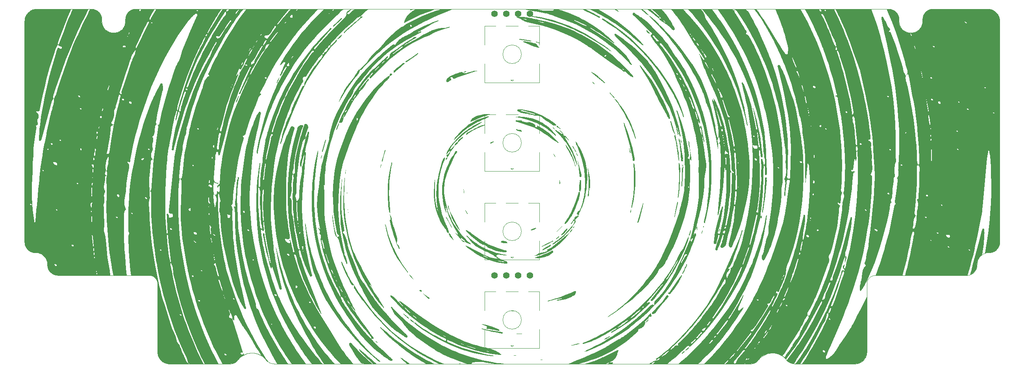
<source format=gto>
%TF.GenerationSoftware,KiCad,Pcbnew,(7.0.0)*%
%TF.CreationDate,2024-01-31T23:29:43+01:00*%
%TF.ProjectId,universal vault v2,756e6976-6572-4736-916c-207661756c74,rev?*%
%TF.SameCoordinates,Original*%
%TF.FileFunction,Legend,Top*%
%TF.FilePolarity,Positive*%
%FSLAX46Y46*%
G04 Gerber Fmt 4.6, Leading zero omitted, Abs format (unit mm)*
G04 Created by KiCad (PCBNEW (7.0.0)) date 2024-01-31 23:29:43*
%MOMM*%
%LPD*%
G01*
G04 APERTURE LIST*
%ADD10C,0.000000*%
%ADD11C,0.100000*%
%ADD12C,0.120000*%
%ADD13C,1.397000*%
G04 APERTURE END LIST*
D10*
G36*
X105148648Y-132335607D02*
G01*
X105173111Y-132345146D01*
X105197685Y-132354397D01*
X105222370Y-132363355D01*
X105247167Y-132372016D01*
X105272076Y-132380376D01*
X105297098Y-132388430D01*
X105272041Y-132380376D01*
X105247118Y-132372016D01*
X105222325Y-132363355D01*
X105197652Y-132354397D01*
X105173096Y-132345146D01*
X105148647Y-132335607D01*
X105146850Y-132334882D01*
X105148648Y-132335607D01*
G37*
D11*
X259673738Y-108548159D02*
X259542306Y-108551441D01*
X260637855Y-56428870D02*
X260525266Y-56371350D01*
X261957156Y-106798930D02*
X261976536Y-106691678D01*
D10*
D11*
X233485608Y-114804535D02*
X233465397Y-114891324D01*
X261239103Y-56877694D02*
X261148546Y-56791352D01*
D10*
G36*
X146888940Y-95784559D02*
G01*
X146827669Y-96042345D01*
X146770370Y-95563671D01*
X146744085Y-95324171D01*
X146732931Y-95204289D01*
X146723634Y-95084284D01*
X146721874Y-95051899D01*
X146720994Y-95019454D01*
X146720904Y-94986954D01*
X146721519Y-94954405D01*
X146724509Y-94889187D01*
X146729262Y-94823847D01*
X146741252Y-94692998D01*
X146747086Y-94627586D01*
X146751878Y-94562246D01*
X146888940Y-95784559D01*
G37*
G36*
X168518766Y-56140110D02*
G01*
X168533561Y-56151187D01*
X168563250Y-56173175D01*
X168577988Y-56184378D01*
X168592551Y-56195914D01*
X168606863Y-56207930D01*
X168613899Y-56214163D01*
X168620844Y-56220571D01*
X168593641Y-56231770D01*
X168566697Y-56241651D01*
X168540003Y-56250254D01*
X168513552Y-56257620D01*
X168487336Y-56263792D01*
X168461347Y-56268809D01*
X168435577Y-56272714D01*
X168410018Y-56275546D01*
X168359504Y-56278160D01*
X168309740Y-56276979D01*
X168260665Y-56272332D01*
X168212216Y-56264548D01*
X168164330Y-56253956D01*
X168116945Y-56240883D01*
X168069997Y-56225660D01*
X168023424Y-56208614D01*
X167977164Y-56190075D01*
X167931154Y-56170371D01*
X167839632Y-56128784D01*
X168504106Y-56128784D01*
X168518766Y-56140110D01*
G37*
G36*
X201471997Y-83943163D02*
G01*
X201471948Y-83943260D01*
X201471900Y-83943357D01*
X201471855Y-83943454D01*
X201471812Y-83943551D01*
X201471771Y-83943648D01*
X201471732Y-83943745D01*
X201471697Y-83943842D01*
X201469470Y-83945666D01*
X201467276Y-83947553D01*
X201465113Y-83949502D01*
X201462982Y-83951514D01*
X201460882Y-83953588D01*
X201458812Y-83955725D01*
X201456772Y-83957925D01*
X201454761Y-83960187D01*
X201452779Y-83962512D01*
X201450941Y-83964758D01*
X201450986Y-83964701D01*
X201452903Y-83962347D01*
X201454862Y-83960037D01*
X201456863Y-83957768D01*
X201458906Y-83955542D01*
X201460990Y-83953358D01*
X201463117Y-83951216D01*
X201465286Y-83949116D01*
X201467498Y-83947058D01*
X201469751Y-83945041D01*
X201472047Y-83943066D01*
X201471997Y-83943163D01*
G37*
D11*
X58108574Y-112980363D02*
X58194406Y-113041615D01*
D10*
G36*
X182636919Y-86955900D02*
G01*
X182576463Y-87231093D01*
X182451139Y-86717920D01*
X182389404Y-86461135D01*
X182329500Y-86203943D01*
X182327433Y-86193168D01*
X182326046Y-86182239D01*
X182325269Y-86171171D01*
X182325035Y-86159980D01*
X182325276Y-86148681D01*
X182325922Y-86137290D01*
X182326907Y-86125822D01*
X182328161Y-86114292D01*
X182334508Y-86067870D01*
X182337524Y-86044691D01*
X182338754Y-86033165D01*
X182339708Y-86021700D01*
X182636919Y-86955900D01*
G37*
D11*
X244405697Y-60763996D02*
X244501526Y-60688818D01*
D10*
G36*
X100026932Y-130351355D02*
G01*
X100003742Y-130358441D01*
X100026907Y-130351355D01*
X100050092Y-130344126D01*
X100026932Y-130351355D01*
G37*
D11*
X233051761Y-131251571D02*
X233114472Y-131142222D01*
D10*
G36*
X195199438Y-128982308D02*
G01*
X195163301Y-129049067D01*
X195123689Y-129111885D01*
X195080786Y-129170969D01*
X195034773Y-129226526D01*
X194985833Y-129278761D01*
X194934147Y-129327882D01*
X194879898Y-129374095D01*
X194823267Y-129417607D01*
X194764438Y-129458625D01*
X194703591Y-129497355D01*
X194640909Y-129534004D01*
X194576575Y-129568778D01*
X194510769Y-129601884D01*
X194443675Y-129633529D01*
X194375475Y-129663920D01*
X194416745Y-129602912D01*
X194459061Y-129543097D01*
X194502549Y-129484617D01*
X194547334Y-129427617D01*
X194593544Y-129372240D01*
X194641304Y-129318630D01*
X194690740Y-129266931D01*
X194741979Y-129217288D01*
X194795147Y-129169844D01*
X194850369Y-129124743D01*
X194907773Y-129082129D01*
X194967483Y-129042146D01*
X195029627Y-129004938D01*
X195094330Y-128970648D01*
X195161719Y-128939422D01*
X195231920Y-128911402D01*
X195199438Y-128982308D01*
G37*
D11*
X97533789Y-132224068D02*
X97640787Y-132160364D01*
X217746800Y-132467681D02*
X217872011Y-132471377D01*
X260045454Y-56196575D02*
X259918945Y-56167515D01*
X67153887Y-56194737D02*
X67046663Y-56175352D01*
X96578589Y-132502967D02*
X96703776Y-132491984D01*
X256925533Y-112113042D02*
X256964936Y-112013878D01*
X243987245Y-61017159D02*
X244096819Y-60961312D01*
X256299167Y-112950457D02*
X256378681Y-112881466D01*
X76092929Y-56117527D02*
X75982514Y-56126044D01*
D10*
G36*
X133808223Y-121656137D02*
G01*
X133816418Y-121659841D01*
X133833149Y-121666907D01*
X133850055Y-121673795D01*
X133866807Y-121680838D01*
X133875020Y-121684522D01*
X133883071Y-121688372D01*
X133890917Y-121692427D01*
X133898518Y-121696731D01*
X133905830Y-121701324D01*
X133912814Y-121706250D01*
X133919428Y-121711549D01*
X133925630Y-121717264D01*
X134000635Y-121789177D01*
X134077874Y-121858759D01*
X134156878Y-121926499D01*
X134237175Y-121992887D01*
X134561914Y-122254727D01*
X134641637Y-122321710D01*
X134719835Y-122390281D01*
X134796039Y-122460931D01*
X134869779Y-122534150D01*
X134940584Y-122610429D01*
X135007987Y-122690257D01*
X135071515Y-122774124D01*
X135130701Y-122862520D01*
X135035722Y-122814608D01*
X134944292Y-122762381D01*
X134856083Y-122706240D01*
X134770765Y-122646584D01*
X134688012Y-122583814D01*
X134607493Y-122518330D01*
X134528882Y-122450531D01*
X134451849Y-122380818D01*
X134301203Y-122237250D01*
X134152930Y-122090824D01*
X134004402Y-121944742D01*
X133929221Y-121872829D01*
X133852991Y-121802202D01*
X133849848Y-121799154D01*
X133846891Y-121795902D01*
X133844110Y-121792457D01*
X133841497Y-121788828D01*
X133836736Y-121781060D01*
X133832539Y-121772674D01*
X133828833Y-121763749D01*
X133825548Y-121754362D01*
X133822612Y-121744592D01*
X133819955Y-121734516D01*
X133815193Y-121713760D01*
X133810691Y-121692717D01*
X133805882Y-121672010D01*
X133803184Y-121661977D01*
X133800195Y-121652262D01*
X133808223Y-121656137D01*
G37*
D11*
X55324059Y-108627627D02*
X55200793Y-108599432D01*
X247206384Y-56159451D02*
X247100968Y-56184057D01*
X69101078Y-59718136D02*
X69151693Y-59830788D01*
D10*
G36*
X121444132Y-90763426D02*
G01*
X121403049Y-91164403D01*
X121381091Y-91364692D01*
X121356119Y-91564573D01*
X121355237Y-91570178D01*
X121354118Y-91575750D01*
X121351210Y-91586806D01*
X121347487Y-91597753D01*
X121343040Y-91608604D01*
X121337960Y-91619369D01*
X121332337Y-91630061D01*
X121326262Y-91640694D01*
X121319828Y-91651277D01*
X121306241Y-91672347D01*
X121292304Y-91693369D01*
X121278744Y-91714440D01*
X121272334Y-91725023D01*
X121266290Y-91735655D01*
X121296372Y-91377256D01*
X121312340Y-91198146D01*
X121330454Y-91019274D01*
X121332529Y-91002549D01*
X121335046Y-90985873D01*
X121337958Y-90969239D01*
X121341222Y-90952644D01*
X121348630Y-90919548D01*
X121356915Y-90886547D01*
X121374707Y-90820677D01*
X121383506Y-90787730D01*
X121391771Y-90754725D01*
X121444132Y-90763426D01*
G37*
D11*
X52999584Y-56968275D02*
X52917663Y-57062932D01*
X81659237Y-131743628D02*
X81749793Y-131829969D01*
X52440029Y-57947572D02*
X52404963Y-58071652D01*
X212531183Y-130197083D02*
X212349976Y-130231463D01*
D10*
G36*
X65283268Y-57731892D02*
G01*
X64494312Y-59346331D01*
X64110048Y-60158837D01*
X63733559Y-60975420D01*
X63365568Y-61796496D01*
X63006801Y-62622480D01*
X62416743Y-64025571D01*
X61842878Y-65434210D01*
X61285265Y-66848527D01*
X60743963Y-68268654D01*
X60219028Y-69694723D01*
X59710519Y-71126866D01*
X59218494Y-72565215D01*
X58743011Y-74009901D01*
X58714717Y-74093344D01*
X58684274Y-74176980D01*
X58620742Y-74345110D01*
X58560024Y-74514852D01*
X58533098Y-74600502D01*
X58509728Y-74686764D01*
X58490865Y-74773709D01*
X58477461Y-74861406D01*
X58470465Y-74949925D01*
X58469668Y-74994515D01*
X58470830Y-75039337D01*
X58474070Y-75084399D01*
X58479506Y-75129710D01*
X58487258Y-75175280D01*
X58497444Y-75221116D01*
X58510184Y-75267228D01*
X58525595Y-75313624D01*
X58543798Y-75360312D01*
X58564911Y-75407303D01*
X58517874Y-75450893D01*
X58473738Y-75495698D01*
X58432377Y-75541663D01*
X58393667Y-75588733D01*
X58323695Y-75685968D01*
X58262822Y-75786965D01*
X58210046Y-75891285D01*
X58164366Y-75998490D01*
X58124779Y-76108141D01*
X58090285Y-76219800D01*
X57877482Y-77132700D01*
X56053238Y-83754236D01*
X56038588Y-83810423D01*
X56024521Y-83870834D01*
X55996145Y-83999722D01*
X55980840Y-84065895D01*
X55964128Y-84131685D01*
X55945510Y-84195939D01*
X55924490Y-84257507D01*
X55912924Y-84286923D01*
X55900570Y-84315235D01*
X55887367Y-84342300D01*
X55873253Y-84367972D01*
X55858164Y-84392109D01*
X55842040Y-84414566D01*
X55824818Y-84435200D01*
X55806435Y-84453865D01*
X55786830Y-84470419D01*
X55765940Y-84484717D01*
X55743703Y-84496615D01*
X55720057Y-84505970D01*
X55694940Y-84512637D01*
X55668289Y-84516471D01*
X55640043Y-84517331D01*
X55610139Y-84515070D01*
X55581479Y-84510003D01*
X55555487Y-84502442D01*
X55532048Y-84492504D01*
X55511046Y-84480309D01*
X55492368Y-84465976D01*
X55475898Y-84449622D01*
X55461521Y-84431368D01*
X55449123Y-84411332D01*
X55438590Y-84389632D01*
X55429806Y-84366388D01*
X55422657Y-84341717D01*
X55417028Y-84315740D01*
X55409871Y-84260339D01*
X55407417Y-84201135D01*
X55408749Y-84139078D01*
X55412949Y-84075119D01*
X55426282Y-83945292D01*
X55440073Y-83819258D01*
X55444846Y-83760038D01*
X55446980Y-83704617D01*
X55473966Y-82821621D01*
X55534552Y-81942408D01*
X55623610Y-81066507D01*
X55736012Y-80193449D01*
X55866631Y-79322762D01*
X56010339Y-78453978D01*
X56316514Y-76720238D01*
X56601877Y-75208305D01*
X56917077Y-73703469D01*
X57260375Y-72205395D01*
X57630031Y-70713751D01*
X58024304Y-69228202D01*
X58441454Y-67748414D01*
X58879743Y-66274055D01*
X59337429Y-64804791D01*
X59372227Y-64687220D01*
X59381958Y-64657863D01*
X59392733Y-64629349D01*
X59398612Y-64615538D01*
X59404870Y-64602092D01*
X59411548Y-64589064D01*
X59418685Y-64576506D01*
X59426321Y-64564470D01*
X59434494Y-64553006D01*
X59443245Y-64542168D01*
X59452614Y-64532006D01*
X59462639Y-64522573D01*
X59473361Y-64513920D01*
X59484818Y-64506100D01*
X59497051Y-64499163D01*
X59510099Y-64493162D01*
X59524001Y-64488148D01*
X59538797Y-64484174D01*
X59554527Y-64481291D01*
X59571231Y-64479550D01*
X59588947Y-64479004D01*
X59607715Y-64479705D01*
X59627575Y-64481704D01*
X59648799Y-64485537D01*
X59670287Y-64491391D01*
X59692007Y-64499062D01*
X59713924Y-64508344D01*
X59736006Y-64519033D01*
X59758220Y-64530923D01*
X59802911Y-64557487D01*
X59892416Y-64616010D01*
X59936701Y-64644689D01*
X59980322Y-64670792D01*
X60001800Y-64682365D01*
X60023012Y-64692680D01*
X60043927Y-64701530D01*
X60064509Y-64708711D01*
X60084727Y-64714019D01*
X60104547Y-64717247D01*
X60123935Y-64718191D01*
X60142860Y-64716646D01*
X60161288Y-64712407D01*
X60179185Y-64705268D01*
X60196519Y-64695026D01*
X60213256Y-64681474D01*
X60229364Y-64664408D01*
X60244809Y-64643623D01*
X60259559Y-64618913D01*
X60273579Y-64590075D01*
X60289906Y-64549455D01*
X60301934Y-64511721D01*
X60309870Y-64476728D01*
X60313924Y-64444335D01*
X60314302Y-64414400D01*
X60311213Y-64386781D01*
X60304865Y-64361336D01*
X60295466Y-64337921D01*
X60283224Y-64316396D01*
X60268348Y-64296618D01*
X60251044Y-64278445D01*
X60231522Y-64261734D01*
X60209989Y-64246344D01*
X60186654Y-64232132D01*
X60135406Y-64206675D01*
X60079445Y-64184225D01*
X60020434Y-64163646D01*
X59899920Y-64123546D01*
X59841745Y-64101753D01*
X59787179Y-64077279D01*
X59761768Y-64063683D01*
X59737884Y-64048989D01*
X59715734Y-64033058D01*
X59695526Y-64015745D01*
X59670413Y-63991704D01*
X59645663Y-63967282D01*
X59621198Y-63942559D01*
X59596942Y-63917615D01*
X59500458Y-63817225D01*
X59502396Y-63816191D01*
X59501405Y-63804174D01*
X59522744Y-63797241D01*
X59543003Y-63789527D01*
X59562223Y-63781060D01*
X59580444Y-63771868D01*
X59597708Y-63761978D01*
X59614055Y-63751418D01*
X59629525Y-63740214D01*
X59644160Y-63728396D01*
X59658000Y-63715990D01*
X59671086Y-63703023D01*
X59683459Y-63689524D01*
X59695159Y-63675520D01*
X59716706Y-63646107D01*
X59736052Y-63615004D01*
X59753523Y-63582432D01*
X59769445Y-63548611D01*
X59784145Y-63513761D01*
X59797949Y-63478103D01*
X59850718Y-63331798D01*
X60806601Y-60768192D01*
X61292539Y-59489622D01*
X61796911Y-58218575D01*
X62014325Y-57693252D01*
X62236189Y-57170061D01*
X62461815Y-56648679D01*
X62690517Y-56128783D01*
X66094633Y-56128783D01*
X65283268Y-57731892D01*
G37*
G36*
X150680535Y-80464295D02*
G01*
X150640860Y-80494912D01*
X150561657Y-80556399D01*
X150521666Y-80586467D01*
X150481106Y-80615552D01*
X150460541Y-80629600D01*
X150439747Y-80643252D01*
X150418695Y-80656458D01*
X150397356Y-80669169D01*
X149530075Y-81181954D01*
X148677639Y-81713202D01*
X148258654Y-81987829D01*
X147845378Y-82269567D01*
X147438478Y-82559248D01*
X147038620Y-82857703D01*
X146646470Y-83165765D01*
X146262694Y-83484265D01*
X145887959Y-83814036D01*
X145522930Y-84155908D01*
X145168274Y-84510715D01*
X144824657Y-84879287D01*
X144492745Y-85262456D01*
X144173204Y-85661055D01*
X144107068Y-85748862D01*
X144075201Y-85793301D01*
X144044465Y-85838225D01*
X144015109Y-85883731D01*
X143987381Y-85929915D01*
X143961530Y-85976875D01*
X143937804Y-86024706D01*
X143916451Y-86073505D01*
X143897720Y-86123369D01*
X143881858Y-86174394D01*
X143869116Y-86226677D01*
X143859740Y-86280314D01*
X143853979Y-86335402D01*
X143852081Y-86392037D01*
X143854295Y-86450316D01*
X144782091Y-85444014D01*
X144803463Y-85377296D01*
X144827609Y-85313253D01*
X144854571Y-85251922D01*
X144884390Y-85193345D01*
X144917107Y-85137561D01*
X144952764Y-85084610D01*
X144991401Y-85034531D01*
X145033060Y-84987365D01*
X145077782Y-84943151D01*
X145125608Y-84901929D01*
X145176580Y-84863740D01*
X145230739Y-84828622D01*
X145288125Y-84796615D01*
X145348781Y-84767760D01*
X145412748Y-84742096D01*
X145480066Y-84719664D01*
X145486727Y-84667030D01*
X145496134Y-84616852D01*
X145508159Y-84569014D01*
X145522673Y-84523402D01*
X145539547Y-84479900D01*
X145558651Y-84438393D01*
X145579857Y-84398766D01*
X145603036Y-84360904D01*
X145628059Y-84324691D01*
X145654795Y-84290014D01*
X145683118Y-84256755D01*
X145712897Y-84224801D01*
X145776309Y-84164346D01*
X145843999Y-84107727D01*
X145914934Y-84054022D01*
X145988083Y-84002312D01*
X146136893Y-83901189D01*
X146210489Y-83849935D01*
X146282171Y-83796991D01*
X146350904Y-83741435D01*
X146415659Y-83682348D01*
X146418148Y-83680275D01*
X146420988Y-83678560D01*
X146424161Y-83677185D01*
X146427650Y-83676132D01*
X146431439Y-83675386D01*
X146435511Y-83674929D01*
X146444436Y-83674812D01*
X146454292Y-83675645D01*
X146464943Y-83677291D01*
X146476256Y-83679612D01*
X146488096Y-83682472D01*
X146512819Y-83689257D01*
X146538038Y-83696551D01*
X146562678Y-83703257D01*
X146574445Y-83706046D01*
X146585664Y-83708277D01*
X146580882Y-83721514D01*
X146576455Y-83735138D01*
X146568316Y-83763167D01*
X146560540Y-83791600D01*
X146552420Y-83819669D01*
X146548011Y-83833328D01*
X146543251Y-83846609D01*
X146538052Y-83859417D01*
X146532326Y-83871656D01*
X146525984Y-83883229D01*
X146518938Y-83894042D01*
X146515124Y-83899133D01*
X146511100Y-83903998D01*
X146506857Y-83908625D01*
X146502382Y-83913002D01*
X146417774Y-83990333D01*
X146332268Y-84066689D01*
X146159293Y-84217271D01*
X145810648Y-84515501D01*
X145756894Y-84587107D01*
X145704325Y-84659898D01*
X145600701Y-84806997D01*
X145495700Y-84952720D01*
X145441410Y-85023791D01*
X145385248Y-85092989D01*
X145326704Y-85159804D01*
X145265268Y-85223726D01*
X145200432Y-85284246D01*
X145166580Y-85313071D01*
X145131686Y-85340854D01*
X145095688Y-85367531D01*
X145058521Y-85393040D01*
X145020121Y-85417315D01*
X144980426Y-85440294D01*
X144939371Y-85461913D01*
X144896893Y-85482107D01*
X144852928Y-85500814D01*
X144807413Y-85517969D01*
X144764273Y-85613855D01*
X144718212Y-85707659D01*
X144669379Y-85799486D01*
X144617919Y-85889442D01*
X144563982Y-85977631D01*
X144507715Y-86064159D01*
X144449264Y-86149130D01*
X144388777Y-86232649D01*
X144326403Y-86314822D01*
X144262287Y-86395752D01*
X144196579Y-86475547D01*
X144129424Y-86554309D01*
X143991368Y-86709160D01*
X143849298Y-86861143D01*
X143830493Y-86947574D01*
X143808283Y-87032140D01*
X143782770Y-87114895D01*
X143754057Y-87195896D01*
X143722246Y-87275199D01*
X143687438Y-87352861D01*
X143649738Y-87428936D01*
X143609246Y-87503482D01*
X143566065Y-87576554D01*
X143520297Y-87648208D01*
X143472044Y-87718500D01*
X143421410Y-87787486D01*
X143368495Y-87855222D01*
X143313402Y-87921765D01*
X143256233Y-87987170D01*
X143197092Y-88051493D01*
X143205534Y-88089968D01*
X143211607Y-88127664D01*
X143215261Y-88164547D01*
X143216164Y-88182674D01*
X143216442Y-88200586D01*
X143216090Y-88218278D01*
X143215100Y-88235747D01*
X143213466Y-88252989D01*
X143211181Y-88269999D01*
X143208240Y-88286774D01*
X143204635Y-88303309D01*
X143200361Y-88319600D01*
X143195409Y-88335643D01*
X143189775Y-88351434D01*
X143183452Y-88366970D01*
X143176433Y-88382245D01*
X143168711Y-88397257D01*
X143160281Y-88412000D01*
X143151135Y-88426471D01*
X143141268Y-88440665D01*
X143130672Y-88454579D01*
X143119341Y-88468209D01*
X143107269Y-88481551D01*
X143094449Y-88494599D01*
X143080875Y-88507351D01*
X143066541Y-88519803D01*
X143051439Y-88531949D01*
X143035563Y-88543787D01*
X143018907Y-88555311D01*
X143016788Y-88556445D01*
X143014292Y-88557295D01*
X143011448Y-88557871D01*
X143008284Y-88558187D01*
X143004829Y-88558253D01*
X143001111Y-88558082D01*
X142992998Y-88557077D01*
X142984174Y-88555265D01*
X142974863Y-88552741D01*
X142965293Y-88549601D01*
X142955690Y-88545940D01*
X142946281Y-88541851D01*
X142937293Y-88537432D01*
X142928951Y-88532775D01*
X142921483Y-88527977D01*
X142915115Y-88523133D01*
X142912415Y-88520723D01*
X142910074Y-88518336D01*
X142908122Y-88515986D01*
X142906586Y-88513683D01*
X142905496Y-88511440D01*
X142904878Y-88509268D01*
X142901716Y-88488190D01*
X142899596Y-88467709D01*
X142898491Y-88447810D01*
X142898374Y-88428477D01*
X142899215Y-88409696D01*
X142900988Y-88391450D01*
X142903664Y-88373725D01*
X142907215Y-88356505D01*
X142911613Y-88339776D01*
X142916830Y-88323521D01*
X142922838Y-88307725D01*
X142929609Y-88292374D01*
X142937116Y-88277452D01*
X142945330Y-88262944D01*
X142954223Y-88248834D01*
X142963767Y-88235107D01*
X142973934Y-88221747D01*
X142984696Y-88208741D01*
X143007895Y-88183724D01*
X143033138Y-88159935D01*
X143060203Y-88137250D01*
X143088864Y-88115547D01*
X143118899Y-88094705D01*
X143150083Y-88074601D01*
X143182192Y-88055113D01*
X143014085Y-87526613D01*
X143055222Y-87524950D01*
X143094101Y-87520485D01*
X143130850Y-87513375D01*
X143165594Y-87503778D01*
X143198460Y-87491850D01*
X143229575Y-87477749D01*
X143259065Y-87461631D01*
X143287057Y-87443653D01*
X143313677Y-87423973D01*
X143339052Y-87402747D01*
X143363308Y-87380132D01*
X143386572Y-87356286D01*
X143430628Y-87305526D01*
X143472233Y-87251723D01*
X143552138Y-87140014D01*
X143592462Y-87084619D01*
X143634383Y-87031205D01*
X143678912Y-86981028D01*
X143702471Y-86957546D01*
X143727062Y-86935344D01*
X143752812Y-86914579D01*
X143779846Y-86895409D01*
X143808291Y-86877989D01*
X143838274Y-86862478D01*
X143794527Y-86516562D01*
X143010637Y-87461531D01*
X143010184Y-87413937D01*
X143011727Y-87367229D01*
X143015184Y-87321373D01*
X143020476Y-87276335D01*
X143027521Y-87232080D01*
X143036238Y-87188573D01*
X143046546Y-87145780D01*
X143058365Y-87103666D01*
X143086210Y-87021339D01*
X143119127Y-86941315D01*
X143156468Y-86863319D01*
X143197588Y-86787074D01*
X143241837Y-86712304D01*
X143288571Y-86638734D01*
X143386902Y-86494089D01*
X143487404Y-86350928D01*
X143584901Y-86207045D01*
X143905251Y-85734394D01*
X144240165Y-85278934D01*
X144589384Y-84840367D01*
X144952648Y-84418400D01*
X145329697Y-84012736D01*
X145720273Y-83623081D01*
X146124114Y-83249140D01*
X146540961Y-82890617D01*
X146970554Y-82547216D01*
X147412634Y-82218644D01*
X147866941Y-81904604D01*
X148333215Y-81604802D01*
X148811196Y-81318941D01*
X149300624Y-81046728D01*
X149801240Y-80787866D01*
X150312784Y-80542061D01*
X150336571Y-80531652D01*
X150360787Y-80522167D01*
X150385388Y-80513513D01*
X150410330Y-80505598D01*
X150435571Y-80498327D01*
X150461067Y-80491609D01*
X150512653Y-80479456D01*
X150616987Y-80457674D01*
X150669044Y-80446557D01*
X150720567Y-80434294D01*
X150680535Y-80464295D01*
G37*
D11*
X75166005Y-56380413D02*
X75074425Y-56433356D01*
X260662562Y-108375041D02*
X260759323Y-108330976D01*
X80100628Y-113761651D02*
X80027607Y-113714661D01*
D10*
G36*
X152375452Y-78794438D02*
G01*
X152304984Y-78822366D01*
X152234743Y-78851060D01*
X152094341Y-78908736D01*
X152023881Y-78936713D01*
X151953049Y-78963448D01*
X151881695Y-78988437D01*
X151809671Y-79011179D01*
X151391899Y-79140081D01*
X150977776Y-79278084D01*
X150567228Y-79425052D01*
X150160181Y-79580850D01*
X149756561Y-79745345D01*
X149356295Y-79918400D01*
X148959310Y-80099882D01*
X148565530Y-80289656D01*
X148541950Y-80300810D01*
X148517997Y-80311210D01*
X148493710Y-80320930D01*
X148469125Y-80330048D01*
X148419214Y-80346778D01*
X148368565Y-80362008D01*
X148266253Y-80390398D01*
X148215190Y-80404774D01*
X148164590Y-80420080D01*
X148174150Y-80393044D01*
X148183115Y-80365540D01*
X148199845Y-80309591D01*
X148215952Y-80253151D01*
X148232609Y-80197142D01*
X148241510Y-80169587D01*
X148250989Y-80142484D01*
X148261190Y-80115949D01*
X148272262Y-80090097D01*
X148284350Y-80065042D01*
X148297602Y-80040901D01*
X148312163Y-80017787D01*
X148328180Y-79995815D01*
X148388181Y-79922542D01*
X148449987Y-79853009D01*
X148578744Y-79724626D01*
X148713920Y-79609593D01*
X148854985Y-79506833D01*
X149001407Y-79415272D01*
X149152655Y-79333835D01*
X149308198Y-79261446D01*
X149467506Y-79197031D01*
X149630047Y-79139514D01*
X149795290Y-79087821D01*
X149962703Y-79040876D01*
X150131757Y-78997604D01*
X150813753Y-78839750D01*
X150872494Y-78826796D01*
X150931761Y-78815373D01*
X151052372Y-78796434D01*
X151176590Y-78781555D01*
X151305421Y-78769359D01*
X151580942Y-78747501D01*
X151729641Y-78735083D01*
X151886972Y-78719835D01*
X152375452Y-78794438D01*
G37*
D11*
X257247356Y-110330117D02*
X257213330Y-110450986D01*
X57073205Y-110211831D02*
X57027965Y-110096285D01*
X98887010Y-130954126D02*
X98702916Y-131113462D01*
D10*
G36*
X165836571Y-108130896D02*
G01*
X165853386Y-108133618D01*
X165870009Y-108138405D01*
X165886416Y-108145391D01*
X165902585Y-108154711D01*
X165918493Y-108166500D01*
X165934116Y-108180893D01*
X165949430Y-108198023D01*
X165964414Y-108218027D01*
X165979044Y-108241037D01*
X165990713Y-108262667D01*
X166000092Y-108283887D01*
X166007275Y-108304706D01*
X166012354Y-108325130D01*
X166015421Y-108345170D01*
X166016570Y-108364833D01*
X166015894Y-108384128D01*
X166013486Y-108403063D01*
X166009438Y-108421647D01*
X166003844Y-108439887D01*
X165996796Y-108457792D01*
X165988387Y-108475371D01*
X165978711Y-108492632D01*
X165967860Y-108509583D01*
X165955926Y-108526232D01*
X165943004Y-108542589D01*
X165914565Y-108574456D01*
X165883284Y-108605252D01*
X165849906Y-108635042D01*
X165815174Y-108663895D01*
X165677568Y-108771261D01*
X165510024Y-108897679D01*
X165338366Y-109011676D01*
X165162967Y-109114143D01*
X164984197Y-109205969D01*
X164802430Y-109288045D01*
X164618037Y-109361261D01*
X164431390Y-109426506D01*
X164242862Y-109484671D01*
X164052825Y-109536646D01*
X163861650Y-109583320D01*
X163477378Y-109664328D01*
X162711557Y-109801901D01*
X162688286Y-109795172D01*
X162665158Y-109789686D01*
X162642182Y-109785338D01*
X162619362Y-109782021D01*
X162596704Y-109779631D01*
X162574216Y-109778061D01*
X162529769Y-109776960D01*
X162486071Y-109777874D01*
X162443170Y-109779957D01*
X162359954Y-109784251D01*
X162319738Y-109784772D01*
X162280514Y-109783082D01*
X162261289Y-109781144D01*
X162242331Y-109778336D01*
X162223645Y-109774553D01*
X162205238Y-109769689D01*
X162187115Y-109763638D01*
X162169283Y-109756295D01*
X162151749Y-109747554D01*
X162134517Y-109737310D01*
X162117594Y-109725457D01*
X162100987Y-109711889D01*
X162084701Y-109696500D01*
X162068742Y-109679186D01*
X162136645Y-109646079D01*
X162204121Y-109611493D01*
X162338910Y-109541759D01*
X162406782Y-109508548D01*
X162440959Y-109492781D01*
X162475345Y-109477734D01*
X162509973Y-109463528D01*
X162544879Y-109450284D01*
X162580097Y-109438124D01*
X162615663Y-109427168D01*
X162980663Y-109317001D01*
X163342196Y-109198336D01*
X163700469Y-109071540D01*
X164055686Y-108936978D01*
X164408050Y-108795016D01*
X164757767Y-108646020D01*
X165105040Y-108490356D01*
X165450075Y-108328390D01*
X165464916Y-108320795D01*
X165480097Y-108312166D01*
X165511389Y-108292350D01*
X165577042Y-108246248D01*
X165611032Y-108222118D01*
X165645550Y-108198705D01*
X165680412Y-108177087D01*
X165697914Y-108167287D01*
X165715432Y-108158340D01*
X165732943Y-108150380D01*
X165750424Y-108143542D01*
X165767853Y-108137961D01*
X165785205Y-108133771D01*
X165802457Y-108131107D01*
X165819587Y-108130104D01*
X165836571Y-108130896D01*
G37*
G36*
X147257484Y-69531286D02*
G01*
X147260584Y-69531698D01*
X147263769Y-69532496D01*
X147267036Y-69533659D01*
X147270379Y-69535165D01*
X147273794Y-69536996D01*
X147277277Y-69539129D01*
X147284425Y-69544225D01*
X147291789Y-69550289D01*
X147299332Y-69557158D01*
X147307018Y-69564669D01*
X147322672Y-69580963D01*
X147338462Y-69597864D01*
X147354097Y-69614067D01*
X147361766Y-69621499D01*
X147369287Y-69628265D01*
X146712778Y-69870333D01*
X146717384Y-69840960D01*
X146723324Y-69813608D01*
X146730545Y-69788195D01*
X146738991Y-69764643D01*
X146748608Y-69742868D01*
X146759341Y-69722791D01*
X146771137Y-69704331D01*
X146783939Y-69687406D01*
X146797695Y-69671936D01*
X146812349Y-69657840D01*
X146827846Y-69645038D01*
X146844133Y-69633448D01*
X146861154Y-69622989D01*
X146878854Y-69613580D01*
X146897181Y-69605142D01*
X146916078Y-69597592D01*
X146955367Y-69584836D01*
X146996285Y-69574665D01*
X147038395Y-69566432D01*
X147081262Y-69559490D01*
X147167517Y-69546892D01*
X147210032Y-69539942D01*
X147251558Y-69531696D01*
X147254474Y-69531278D01*
X147257484Y-69531286D01*
G37*
D11*
X52917663Y-57062932D02*
X52840303Y-57161504D01*
D10*
G36*
X101905663Y-130228855D02*
G01*
X101913995Y-130230295D01*
X101922328Y-130231753D01*
X101930662Y-130233301D01*
X101922322Y-130231753D01*
X101913980Y-130230295D01*
X101905645Y-130228855D01*
X101897329Y-130227358D01*
X101905663Y-130228855D01*
G37*
G36*
X191953400Y-69888978D02*
G01*
X192441148Y-69888978D01*
X192441268Y-69891944D01*
X192441590Y-69894782D01*
X192442125Y-69897485D01*
X192442885Y-69900045D01*
X192443884Y-69902453D01*
X192445131Y-69904703D01*
X192482401Y-69962522D01*
X192520412Y-70019871D01*
X192598070Y-70133532D01*
X192755815Y-70359291D01*
X192804781Y-70247561D01*
X192469682Y-69791767D01*
X192467711Y-69799099D01*
X192465353Y-69806678D01*
X192459855Y-69822334D01*
X192453953Y-69838249D01*
X192448412Y-69853938D01*
X192446015Y-69861545D01*
X192443994Y-69868914D01*
X192442446Y-69875982D01*
X192441466Y-69882691D01*
X192441218Y-69885891D01*
X192441148Y-69888978D01*
X191953400Y-69888978D01*
X191937174Y-69852164D01*
X191727651Y-69398627D01*
X191286286Y-68505282D01*
X190815791Y-67629822D01*
X190316921Y-66771745D01*
X189790431Y-65930549D01*
X189237078Y-65105732D01*
X188657614Y-64296792D01*
X188052797Y-63503225D01*
X187851127Y-63249767D01*
X187751224Y-63123120D01*
X187653474Y-62995245D01*
X187559026Y-62865180D01*
X187513399Y-62799025D01*
X187469028Y-62731961D01*
X187426057Y-62663869D01*
X187384629Y-62594627D01*
X187344888Y-62524116D01*
X187306978Y-62452214D01*
X187292658Y-62426040D01*
X187276706Y-62400268D01*
X187240813Y-62349713D01*
X187201125Y-62300119D01*
X187159467Y-62251058D01*
X187117666Y-62202098D01*
X187077547Y-62152810D01*
X187040935Y-62102765D01*
X187024515Y-62077324D01*
X187009657Y-62051532D01*
X186996588Y-62025336D01*
X186985536Y-61998682D01*
X186976731Y-61971517D01*
X186970401Y-61943786D01*
X186966772Y-61915435D01*
X186966075Y-61886412D01*
X186968536Y-61856662D01*
X186974384Y-61826131D01*
X186983847Y-61794767D01*
X186995830Y-61765725D01*
X187403871Y-61765725D01*
X187406449Y-61784983D01*
X187408377Y-61804776D01*
X187410926Y-61845439D01*
X187412798Y-61886657D01*
X187415275Y-61927371D01*
X187417140Y-61947208D01*
X187419637Y-61966524D01*
X187422924Y-61985185D01*
X187427163Y-62003059D01*
X187432514Y-62020014D01*
X187435656Y-62028106D01*
X187439136Y-62035919D01*
X187442974Y-62043435D01*
X187447189Y-62050640D01*
X187451803Y-62057515D01*
X187456834Y-62064045D01*
X187564436Y-62192683D01*
X187673385Y-62320229D01*
X187783540Y-62446780D01*
X187894762Y-62572435D01*
X188119847Y-62821451D01*
X188347520Y-63068065D01*
X188356548Y-63076818D01*
X188366664Y-63084927D01*
X188377756Y-63092396D01*
X188389712Y-63099231D01*
X188402419Y-63105437D01*
X188415765Y-63111019D01*
X188429637Y-63115983D01*
X188443924Y-63120334D01*
X188458512Y-63124077D01*
X188473289Y-63127218D01*
X188488143Y-63129761D01*
X188502962Y-63131713D01*
X188517633Y-63133078D01*
X188532043Y-63133862D01*
X188546081Y-63134070D01*
X188559633Y-63133707D01*
X188563110Y-63133305D01*
X188566574Y-63132446D01*
X188570032Y-63131140D01*
X188573492Y-63129400D01*
X188580458Y-63124662D01*
X188587539Y-63118321D01*
X188594805Y-63110468D01*
X188602326Y-63101195D01*
X188610170Y-63090591D01*
X188618406Y-63078747D01*
X188656660Y-63020792D01*
X188679941Y-62986736D01*
X188692861Y-62968756D01*
X188706728Y-62950262D01*
X188197071Y-62399564D01*
X187943742Y-62129620D01*
X187816204Y-61996368D01*
X187687608Y-61864404D01*
X187681524Y-61858582D01*
X187675096Y-61853099D01*
X187661274Y-61843085D01*
X187646272Y-61834232D01*
X187630224Y-61826410D01*
X187613260Y-61819490D01*
X187595512Y-61813340D01*
X187577112Y-61807833D01*
X187558191Y-61802837D01*
X187519313Y-61793862D01*
X187479932Y-61785378D01*
X187441101Y-61776345D01*
X187422220Y-61771298D01*
X187403871Y-61765725D01*
X186995830Y-61765725D01*
X186997154Y-61762514D01*
X187014533Y-61729320D01*
X187036212Y-61695131D01*
X187062418Y-61659893D01*
X187093381Y-61623552D01*
X187129328Y-61586055D01*
X187170488Y-61547347D01*
X187184185Y-61533706D01*
X187195508Y-61519571D01*
X187204557Y-61504973D01*
X187211429Y-61489947D01*
X187216224Y-61474526D01*
X187219039Y-61458744D01*
X187219974Y-61442633D01*
X187219125Y-61426227D01*
X187216593Y-61409560D01*
X187212475Y-61392665D01*
X187206870Y-61375575D01*
X187199876Y-61358324D01*
X187191592Y-61340945D01*
X187182116Y-61323472D01*
X187171547Y-61305937D01*
X187159982Y-61288374D01*
X187134262Y-61253299D01*
X187105743Y-61218512D01*
X187075213Y-61184282D01*
X187043459Y-61150876D01*
X186979429Y-61087600D01*
X186919954Y-61030822D01*
X183430620Y-57698044D01*
X183394495Y-57664302D01*
X183355722Y-57629571D01*
X183274504Y-57557037D01*
X183234198Y-57519179D01*
X183195519Y-57480224D01*
X183159536Y-57440146D01*
X183142890Y-57419677D01*
X183127319Y-57398916D01*
X183112956Y-57377861D01*
X183099936Y-57356509D01*
X183088391Y-57334855D01*
X183078456Y-57312896D01*
X183070264Y-57290629D01*
X183063948Y-57268051D01*
X183059643Y-57245158D01*
X183057482Y-57221946D01*
X183057598Y-57198413D01*
X183060126Y-57174555D01*
X183065198Y-57150368D01*
X183072949Y-57125850D01*
X183083512Y-57100996D01*
X183097020Y-57075804D01*
X183113608Y-57050270D01*
X183133409Y-57024390D01*
X183155054Y-56999925D01*
X183176661Y-56979047D01*
X183198228Y-56961594D01*
X183219748Y-56947405D01*
X183241220Y-56936318D01*
X183262639Y-56928172D01*
X183284002Y-56922805D01*
X183305303Y-56920056D01*
X183326540Y-56919763D01*
X183347708Y-56921766D01*
X183368804Y-56925902D01*
X183389824Y-56932010D01*
X183410764Y-56939929D01*
X183431620Y-56949497D01*
X183452388Y-56960553D01*
X183473064Y-56972935D01*
X183514126Y-57001032D01*
X183554774Y-57032497D01*
X183634705Y-57100364D01*
X183673927Y-57134183D01*
X183712610Y-57166203D01*
X183750725Y-57195133D01*
X183769559Y-57208035D01*
X183788240Y-57219681D01*
X184261299Y-57505919D01*
X184726237Y-57804028D01*
X184955106Y-57957990D01*
X185181279Y-58115468D01*
X185404533Y-58276645D01*
X185624647Y-58441701D01*
X185841398Y-58610822D01*
X186054563Y-58784188D01*
X186263922Y-58961982D01*
X186469252Y-59144388D01*
X186670330Y-59331587D01*
X186866935Y-59523762D01*
X187058844Y-59721097D01*
X187245836Y-59923772D01*
X187714223Y-60434048D01*
X188190111Y-60937387D01*
X189143507Y-61943313D01*
X189610573Y-62455931D01*
X190064258Y-62981672D01*
X190284451Y-63251031D01*
X190499341Y-63525552D01*
X190708275Y-63805862D01*
X190910600Y-64092587D01*
X191083308Y-64354680D01*
X191248361Y-64621320D01*
X191567068Y-65159369D01*
X191726501Y-65426343D01*
X191889843Y-65688994D01*
X192059982Y-65945105D01*
X192148503Y-66070014D01*
X192239809Y-66192457D01*
X192650549Y-66742928D01*
X193045762Y-67301327D01*
X193426044Y-67867347D01*
X193791989Y-68440680D01*
X194144194Y-69021018D01*
X194483253Y-69608055D01*
X194809761Y-70201483D01*
X195124315Y-70800995D01*
X195719938Y-72017037D01*
X196274885Y-73253724D01*
X196793919Y-74508595D01*
X197281801Y-75779190D01*
X197505133Y-76394868D01*
X197719640Y-77013981D01*
X197925198Y-77636486D01*
X198121683Y-78262336D01*
X198308969Y-78891488D01*
X198486932Y-79523896D01*
X198655449Y-80159515D01*
X198814394Y-80798300D01*
X199194228Y-82533125D01*
X199501202Y-84273332D01*
X199736951Y-86018713D01*
X199903112Y-87769056D01*
X200001323Y-89524153D01*
X200033219Y-91283792D01*
X200000439Y-93047764D01*
X199904619Y-94815859D01*
X199827952Y-95717139D01*
X199727904Y-96615721D01*
X199605477Y-97511473D01*
X199461671Y-98404260D01*
X199297490Y-99293951D01*
X199113934Y-100180411D01*
X198912005Y-101063507D01*
X198692705Y-101943106D01*
X198690303Y-101953582D01*
X198688318Y-101964698D01*
X198685336Y-101988572D01*
X198681486Y-102040891D01*
X198679569Y-102068203D01*
X198676957Y-102095528D01*
X198673124Y-102122297D01*
X198670586Y-102135296D01*
X198667547Y-102147944D01*
X198663940Y-102160169D01*
X198659700Y-102171901D01*
X198654761Y-102183069D01*
X198649058Y-102193602D01*
X198642525Y-102203429D01*
X198635096Y-102212479D01*
X198626706Y-102220681D01*
X198617290Y-102227965D01*
X198606781Y-102234259D01*
X198595114Y-102239493D01*
X198582223Y-102243596D01*
X198568043Y-102246496D01*
X198552508Y-102248123D01*
X198535553Y-102248407D01*
X198517111Y-102247275D01*
X198497118Y-102244658D01*
X198493429Y-102243326D01*
X198489750Y-102240581D01*
X198486093Y-102236492D01*
X198482471Y-102231132D01*
X198475382Y-102216875D01*
X198468581Y-102198375D01*
X198462171Y-102176195D01*
X198456250Y-102150900D01*
X198450919Y-102123054D01*
X198446279Y-102093221D01*
X198442430Y-102061965D01*
X198439471Y-102029850D01*
X198437504Y-101997440D01*
X198436628Y-101965300D01*
X198436945Y-101933994D01*
X198438553Y-101904085D01*
X198441553Y-101876138D01*
X198446047Y-101850718D01*
X198675713Y-100745002D01*
X198879063Y-99638391D01*
X199055906Y-98530950D01*
X199206052Y-97422744D01*
X199329311Y-96313839D01*
X199425491Y-95204300D01*
X199494401Y-94094194D01*
X199535852Y-92983585D01*
X199549653Y-91872539D01*
X199535612Y-90761121D01*
X199493540Y-89649397D01*
X199423246Y-88537432D01*
X199324539Y-87425293D01*
X199197229Y-86313044D01*
X199041124Y-85200750D01*
X198856035Y-84088478D01*
X198593006Y-82744321D01*
X198288499Y-81411024D01*
X197942672Y-80088804D01*
X197555683Y-78777876D01*
X197127690Y-77478456D01*
X196658853Y-76190761D01*
X196149328Y-74915007D01*
X195599275Y-73651409D01*
X195301193Y-73009808D01*
X194992378Y-72375325D01*
X194343628Y-71126864D01*
X193655181Y-69904325D01*
X192929195Y-68706007D01*
X192167828Y-67530210D01*
X191373236Y-66375232D01*
X190547578Y-65239372D01*
X189693010Y-64120929D01*
X189516074Y-63888102D01*
X189466790Y-63824599D01*
X189416529Y-63761855D01*
X189365811Y-63701308D01*
X189315157Y-63644396D01*
X189265088Y-63592558D01*
X189240435Y-63568991D01*
X189216125Y-63547232D01*
X189192221Y-63527461D01*
X189168789Y-63509857D01*
X189145894Y-63494601D01*
X189123601Y-63481871D01*
X189101975Y-63471849D01*
X189081082Y-63464713D01*
X189060986Y-63460644D01*
X189041753Y-63459821D01*
X189023447Y-63462424D01*
X189006134Y-63468632D01*
X188989880Y-63478627D01*
X188974748Y-63492587D01*
X188950417Y-63521754D01*
X188930669Y-63550556D01*
X188915293Y-63579008D01*
X188904079Y-63607123D01*
X188896816Y-63634913D01*
X188893294Y-63662392D01*
X188893302Y-63689573D01*
X188896628Y-63716469D01*
X188903062Y-63743092D01*
X188912394Y-63769457D01*
X188924413Y-63795577D01*
X188938908Y-63821463D01*
X188955668Y-63847130D01*
X188974483Y-63872591D01*
X189017433Y-63922946D01*
X189066073Y-63972632D01*
X189118717Y-64021755D01*
X189229273Y-64118730D01*
X189283814Y-64166792D01*
X189335615Y-64214710D01*
X189382991Y-64262589D01*
X189424257Y-64310534D01*
X190067106Y-65148229D01*
X190689791Y-65996464D01*
X191292085Y-66855364D01*
X191873756Y-67725054D01*
X192434576Y-68605660D01*
X192974316Y-69497307D01*
X193492746Y-70400120D01*
X193989637Y-71314224D01*
X194464759Y-72239746D01*
X194917884Y-73176810D01*
X195348782Y-74125543D01*
X195757223Y-75086068D01*
X196142978Y-76058512D01*
X196505818Y-77043000D01*
X196845514Y-78039657D01*
X197161836Y-79048609D01*
X197359617Y-79698228D01*
X197456446Y-80023591D01*
X197548311Y-80350302D01*
X197555110Y-80377839D01*
X197560806Y-80405675D01*
X197565511Y-80433778D01*
X197569334Y-80462121D01*
X197572387Y-80490672D01*
X197574779Y-80519402D01*
X197578025Y-80577279D01*
X197581461Y-80693866D01*
X197583419Y-80752099D01*
X197586717Y-80809973D01*
X197566198Y-80808170D01*
X197547357Y-80805131D01*
X197530107Y-80800920D01*
X197514360Y-80795601D01*
X197500029Y-80789238D01*
X197487026Y-80781895D01*
X197475263Y-80773638D01*
X197464653Y-80764530D01*
X197455109Y-80754635D01*
X197446542Y-80744018D01*
X197438866Y-80732743D01*
X197431993Y-80720875D01*
X197425835Y-80708477D01*
X197420304Y-80695613D01*
X197410776Y-80668749D01*
X197380256Y-80555539D01*
X197371022Y-80528370D01*
X197365683Y-80515309D01*
X197359746Y-80502683D01*
X197353123Y-80490556D01*
X197345727Y-80478992D01*
X197337469Y-80468056D01*
X197328264Y-80457811D01*
X197318342Y-80447497D01*
X197308619Y-80436982D01*
X197289697Y-80415430D01*
X197271346Y-80393305D01*
X197253416Y-80370762D01*
X197182893Y-80279448D01*
X197222383Y-80606631D01*
X197234024Y-80687865D01*
X197247285Y-80768588D01*
X197262622Y-80848657D01*
X197280492Y-80927932D01*
X197301352Y-81006267D01*
X197325658Y-81083522D01*
X197353866Y-81159553D01*
X197386432Y-81234218D01*
X197423814Y-81307374D01*
X197466467Y-81378878D01*
X197514848Y-81448588D01*
X197569414Y-81516361D01*
X197566083Y-81637774D01*
X197568605Y-81757955D01*
X197576514Y-81877001D01*
X197589345Y-81995010D01*
X197606633Y-82112080D01*
X197627914Y-82228309D01*
X197652721Y-82343795D01*
X197680591Y-82458637D01*
X197743658Y-82686776D01*
X197813394Y-82913509D01*
X197957994Y-83365894D01*
X197957764Y-83365642D01*
X197957544Y-83365386D01*
X197957331Y-83365128D01*
X197957124Y-83364866D01*
X197956724Y-83364338D01*
X197956333Y-83363806D01*
X197955939Y-83363274D01*
X197955533Y-83362746D01*
X197955321Y-83362484D01*
X197955103Y-83362225D01*
X197954875Y-83361970D01*
X197954637Y-83361717D01*
X198472252Y-86479777D01*
X198591806Y-87260910D01*
X198702813Y-88043576D01*
X198802969Y-88828219D01*
X198889970Y-89615282D01*
X198905083Y-89834884D01*
X198906900Y-90051872D01*
X198897141Y-90266576D01*
X198877525Y-90479329D01*
X198849772Y-90690460D01*
X198815601Y-90900300D01*
X198734882Y-91317433D01*
X198649123Y-91733375D01*
X198572077Y-92150773D01*
X198541121Y-92360845D01*
X198517501Y-92572274D01*
X198502936Y-92785390D01*
X198499147Y-93000525D01*
X198491646Y-93728513D01*
X198456496Y-94454137D01*
X198396716Y-95177698D01*
X198315326Y-95899497D01*
X198215347Y-96619834D01*
X198099796Y-97339011D01*
X197971695Y-98057327D01*
X197834062Y-98775084D01*
X197717422Y-99318290D01*
X197586107Y-99857354D01*
X197300945Y-100928725D01*
X197157846Y-101463868D01*
X197021565Y-102000540D01*
X196897478Y-102540159D01*
X196790956Y-103084143D01*
X196791118Y-103084112D01*
X196791285Y-103084068D01*
X196791454Y-103084014D01*
X196791626Y-103083951D01*
X196791801Y-103083880D01*
X196791978Y-103083804D01*
X196792335Y-103083642D01*
X196792695Y-103083477D01*
X196792874Y-103083399D01*
X196793053Y-103083325D01*
X196793230Y-103083257D01*
X196793405Y-103083197D01*
X196793578Y-103083147D01*
X196793749Y-103083109D01*
X196691484Y-103318325D01*
X196592657Y-103554632D01*
X196498943Y-103792575D01*
X196412016Y-104032701D01*
X196333550Y-104275553D01*
X196298014Y-104398173D01*
X196265220Y-104521680D01*
X196235380Y-104646141D01*
X196208701Y-104771625D01*
X196185393Y-104898200D01*
X196165666Y-105025934D01*
X196182893Y-105007244D01*
X196199052Y-104986701D01*
X196214226Y-104964489D01*
X196228501Y-104940791D01*
X196241962Y-104915793D01*
X196254694Y-104889676D01*
X196278309Y-104834827D01*
X196300026Y-104777713D01*
X196320523Y-104719807D01*
X196360574Y-104607497D01*
X196381487Y-104556035D01*
X196403896Y-104509663D01*
X196415874Y-104488846D01*
X196428481Y-104469852D01*
X196441801Y-104452866D01*
X196455920Y-104438072D01*
X196470922Y-104425653D01*
X196486893Y-104415794D01*
X196503917Y-104408678D01*
X196522079Y-104404489D01*
X196541464Y-104403410D01*
X196562156Y-104405627D01*
X196584242Y-104411322D01*
X196607805Y-104420679D01*
X196636716Y-104435608D01*
X196662024Y-104451905D01*
X196683888Y-104469501D01*
X196702466Y-104488328D01*
X196717917Y-104508317D01*
X196730400Y-104529400D01*
X196740075Y-104551507D01*
X196747098Y-104574571D01*
X196751631Y-104598523D01*
X196753831Y-104623294D01*
X196753857Y-104648815D01*
X196751868Y-104675018D01*
X196748023Y-104701835D01*
X196742481Y-104729196D01*
X196726940Y-104785278D01*
X196706516Y-104842717D01*
X196682480Y-104900962D01*
X196628655Y-105017678D01*
X196575630Y-105131036D01*
X196552594Y-105185084D01*
X196533571Y-105236647D01*
X196188372Y-106236949D01*
X195819579Y-107223462D01*
X195427107Y-108196131D01*
X195010872Y-109154900D01*
X194570791Y-110099713D01*
X194106780Y-111030512D01*
X193618754Y-111947244D01*
X193106630Y-112849851D01*
X192570324Y-113738277D01*
X192009752Y-114612467D01*
X191424830Y-115472364D01*
X190815475Y-116317912D01*
X190181601Y-117149056D01*
X189523126Y-117965739D01*
X188839966Y-118767905D01*
X188132036Y-119555498D01*
X188111669Y-119576959D01*
X188090734Y-119597893D01*
X188069288Y-119618354D01*
X188047388Y-119638395D01*
X188002450Y-119677424D01*
X187956375Y-119715400D01*
X187862624Y-119789877D01*
X187815855Y-119827219D01*
X187769762Y-119865191D01*
X187749301Y-119806230D01*
X187732527Y-119748881D01*
X187719318Y-119693083D01*
X187709551Y-119638774D01*
X187703104Y-119585891D01*
X187699856Y-119534374D01*
X187699684Y-119484160D01*
X187702467Y-119435187D01*
X187708082Y-119387395D01*
X187716407Y-119340720D01*
X187727320Y-119295102D01*
X187740699Y-119250478D01*
X187756423Y-119206787D01*
X187774368Y-119163966D01*
X187794413Y-119121955D01*
X187816436Y-119080691D01*
X187840316Y-119040113D01*
X187865928Y-119000159D01*
X187921868Y-118921875D01*
X187983277Y-118845344D01*
X188049181Y-118770074D01*
X188118603Y-118695569D01*
X188190567Y-118621335D01*
X188338213Y-118471705D01*
X188930180Y-117835878D01*
X189485055Y-117179001D01*
X190005751Y-116502727D01*
X190495181Y-115808710D01*
X190956256Y-115098602D01*
X191391888Y-114374059D01*
X191804991Y-113636732D01*
X192198476Y-112888276D01*
X192938244Y-111364591D01*
X193094535Y-111017019D01*
X193412721Y-111017019D01*
X193475602Y-110924185D01*
X193528098Y-110847389D01*
X193607238Y-110732390D01*
X193636536Y-110689428D01*
X193660753Y-110652983D01*
X193681216Y-110620677D01*
X193699251Y-110590128D01*
X194086744Y-109896348D01*
X194283990Y-109551715D01*
X194385450Y-109381189D01*
X194489549Y-109212324D01*
X194494308Y-109206326D01*
X194500304Y-109201316D01*
X194507435Y-109197192D01*
X194515597Y-109193853D01*
X194524688Y-109191199D01*
X194534604Y-109189128D01*
X194556501Y-109186331D01*
X194605671Y-109183287D01*
X194631295Y-109181421D01*
X194656515Y-109178248D01*
X194668715Y-109175918D01*
X194680505Y-109172958D01*
X194691782Y-109169267D01*
X194702442Y-109164743D01*
X194712383Y-109159285D01*
X194721502Y-109152793D01*
X194729696Y-109145166D01*
X194736862Y-109136301D01*
X194742896Y-109126098D01*
X194747697Y-109114456D01*
X194751160Y-109101274D01*
X194753183Y-109086450D01*
X194753663Y-109069884D01*
X194752496Y-109051474D01*
X194749581Y-109031119D01*
X194744814Y-109008719D01*
X194742705Y-109000885D01*
X194740242Y-108993138D01*
X194737441Y-108985473D01*
X194734319Y-108977887D01*
X194730893Y-108970374D01*
X194727180Y-108962932D01*
X194718960Y-108948241D01*
X194709796Y-108933780D01*
X194699821Y-108919516D01*
X194689172Y-108905417D01*
X194677984Y-108891450D01*
X194654532Y-108863776D01*
X194630547Y-108836233D01*
X194607113Y-108808555D01*
X194595942Y-108794582D01*
X194585313Y-108780478D01*
X194562895Y-108799243D01*
X194539636Y-108817586D01*
X194491433Y-108853423D01*
X194442367Y-108888826D01*
X194394102Y-108924632D01*
X194370790Y-108942947D01*
X194348302Y-108961677D01*
X194326846Y-108980926D01*
X194306630Y-109000799D01*
X194287862Y-109021400D01*
X194279086Y-109032007D01*
X194270750Y-109042835D01*
X194262880Y-109053897D01*
X194255502Y-109065207D01*
X194248642Y-109076777D01*
X194242326Y-109088621D01*
X194149537Y-109276271D01*
X194059106Y-109465110D01*
X193883491Y-109845426D01*
X193540437Y-110610113D01*
X193530771Y-110633248D01*
X193521366Y-110659415D01*
X193499216Y-110730624D01*
X193465748Y-110843304D01*
X193412721Y-111017019D01*
X193094535Y-111017019D01*
X193634490Y-109816230D01*
X194989610Y-106698397D01*
X195041590Y-106584047D01*
X195095443Y-106470527D01*
X195207101Y-106245237D01*
X195434526Y-105796503D01*
X195738969Y-106289080D01*
X195873611Y-105937307D01*
X195939515Y-105760928D01*
X195971381Y-105672369D01*
X196002245Y-105583468D01*
X196006437Y-105569809D01*
X196009865Y-105555891D01*
X196012605Y-105541740D01*
X196014733Y-105527381D01*
X196016326Y-105512840D01*
X196017462Y-105498143D01*
X196018665Y-105468387D01*
X196018949Y-105408150D01*
X196019257Y-105378085D01*
X196020494Y-105348333D01*
X196002230Y-105362008D01*
X195984602Y-105376533D01*
X195967545Y-105391825D01*
X195950996Y-105407799D01*
X195919173Y-105441455D01*
X195888627Y-105476823D01*
X195829345Y-105549988D01*
X195799598Y-105586432D01*
X195769107Y-105621880D01*
X195737367Y-105655656D01*
X195720871Y-105671706D01*
X195703872Y-105687083D01*
X195686309Y-105701704D01*
X195668118Y-105715484D01*
X195649235Y-105728338D01*
X195629598Y-105740182D01*
X195609143Y-105750931D01*
X195587807Y-105760500D01*
X195565528Y-105768805D01*
X195542241Y-105775761D01*
X195517884Y-105781284D01*
X195492394Y-105785288D01*
X195465707Y-105787690D01*
X195437761Y-105788405D01*
X195781158Y-104483416D01*
X195948825Y-103830033D01*
X196028926Y-103502497D01*
X196105501Y-103174162D01*
X196332168Y-102156365D01*
X196551920Y-101136984D01*
X196976366Y-99095026D01*
X197084953Y-98504454D01*
X197171126Y-97913140D01*
X197237115Y-97321158D01*
X197285149Y-96728584D01*
X197317459Y-96135489D01*
X197336275Y-95541950D01*
X197342342Y-94353831D01*
X197290658Y-91975508D01*
X197268586Y-90786490D01*
X197272813Y-89598356D01*
X197275480Y-88962292D01*
X197259274Y-88329088D01*
X197225375Y-87698571D01*
X197174966Y-87070571D01*
X197109226Y-86444914D01*
X197029339Y-85821429D01*
X196831842Y-84580286D01*
X196591925Y-83345769D01*
X196319037Y-82116500D01*
X196022627Y-80891105D01*
X195712144Y-79668207D01*
X195548631Y-79060741D01*
X195372548Y-78458036D01*
X194986616Y-77265410D01*
X194562226Y-76087335D01*
X194204082Y-75169073D01*
X195221222Y-75169073D01*
X195221239Y-75173390D01*
X195221515Y-75177536D01*
X195222067Y-75181498D01*
X195222910Y-75185267D01*
X195224063Y-75188830D01*
X195225539Y-75192178D01*
X195227358Y-75195299D01*
X195275674Y-75271722D01*
X195320562Y-75349691D01*
X195401125Y-75509787D01*
X195471188Y-75674618D01*
X195532892Y-75843215D01*
X195588379Y-76014609D01*
X195639790Y-76187832D01*
X195738947Y-76535888D01*
X195790976Y-76708783D01*
X195847493Y-76879631D01*
X195910641Y-77047463D01*
X195982560Y-77211310D01*
X196065392Y-77370204D01*
X196111569Y-77447490D01*
X196161277Y-77523175D01*
X196214784Y-77597137D01*
X196272357Y-77669255D01*
X196334265Y-77739408D01*
X196400774Y-77807474D01*
X196406587Y-77827244D01*
X196418474Y-77848652D01*
X196477518Y-78158581D01*
X196546893Y-78465255D01*
X196626421Y-78768728D01*
X196715931Y-79069057D01*
X196815245Y-79366297D01*
X196924190Y-79660503D01*
X197042592Y-79951731D01*
X197170274Y-80240036D01*
X197175493Y-80270187D01*
X197175497Y-80270192D01*
X197175509Y-80270188D01*
X197175555Y-80270158D01*
X197175730Y-80270016D01*
X197176363Y-80269466D01*
X197177270Y-80268673D01*
X197177789Y-80268229D01*
X197178331Y-80267775D01*
X197175401Y-80270317D01*
X197182893Y-80279448D01*
X197181169Y-80265278D01*
X197181164Y-80265283D01*
X197181158Y-80265289D01*
X197181153Y-80265294D01*
X197181149Y-80265299D01*
X197181140Y-80265310D01*
X197181131Y-80265320D01*
X197181122Y-80265331D01*
X197181113Y-80265342D01*
X197181109Y-80265347D01*
X197181104Y-80265353D01*
X197181098Y-80265358D01*
X197181093Y-80265364D01*
X197170274Y-80240036D01*
X197115860Y-79928635D01*
X197055885Y-79618993D01*
X196987478Y-79312014D01*
X196949215Y-79159804D01*
X196907768Y-79008599D01*
X196862777Y-78858511D01*
X196813884Y-78709653D01*
X196760729Y-78562137D01*
X196702954Y-78416077D01*
X196640200Y-78271586D01*
X196572108Y-78128776D01*
X196498319Y-77987760D01*
X196418474Y-77848652D01*
X196412920Y-77821818D01*
X196412856Y-77821857D01*
X196412661Y-77822013D01*
X196411950Y-77822611D01*
X196409771Y-77824482D01*
X196406587Y-77827244D01*
X196412965Y-77821688D01*
X196412112Y-77820846D01*
X196411294Y-77819987D01*
X196410507Y-77819113D01*
X196409745Y-77818225D01*
X196408278Y-77816422D01*
X196406852Y-77814597D01*
X196405429Y-77812771D01*
X196403968Y-77810961D01*
X196403211Y-77810069D01*
X196402430Y-77809189D01*
X196401619Y-77808323D01*
X196400774Y-77807474D01*
X196356493Y-77635181D01*
X196308054Y-77464484D01*
X196255795Y-77295255D01*
X196200053Y-77127364D01*
X196079472Y-76795079D01*
X195949016Y-76466595D01*
X195811388Y-76140877D01*
X195669292Y-75816891D01*
X195382509Y-75169973D01*
X195380251Y-75165093D01*
X195377788Y-75160303D01*
X195372284Y-75150975D01*
X195366075Y-75141954D01*
X195359241Y-75133206D01*
X195351861Y-75124697D01*
X195344014Y-75116391D01*
X195335778Y-75108255D01*
X195327232Y-75100255D01*
X195309529Y-75084520D01*
X195291535Y-75068911D01*
X195273883Y-75053151D01*
X195265382Y-75045128D01*
X195257204Y-75036965D01*
X195254761Y-75047242D01*
X195251785Y-75057875D01*
X195244753Y-75079857D01*
X195237156Y-75102217D01*
X195230041Y-75124256D01*
X195226992Y-75134939D01*
X195224456Y-75145281D01*
X195222565Y-75155195D01*
X195221449Y-75164593D01*
X195221222Y-75169073D01*
X194204082Y-75169073D01*
X194107256Y-74920814D01*
X193629583Y-73762852D01*
X193548314Y-73572689D01*
X194430547Y-73572689D01*
X194430706Y-73577588D01*
X194431058Y-73582260D01*
X194431613Y-73586717D01*
X194432381Y-73590973D01*
X194433373Y-73595039D01*
X194434599Y-73598928D01*
X194436068Y-73602653D01*
X194437791Y-73606226D01*
X194446227Y-73621539D01*
X194455147Y-73636595D01*
X194464506Y-73651419D01*
X194474257Y-73666036D01*
X194484352Y-73680470D01*
X194494746Y-73694746D01*
X194516241Y-73722926D01*
X194560748Y-73778483D01*
X194583012Y-73806258D01*
X194604784Y-73834295D01*
X194609938Y-73826779D01*
X194615669Y-73819003D01*
X194628292Y-73802932D01*
X194641510Y-73786595D01*
X194654182Y-73770504D01*
X194659956Y-73762711D01*
X194665165Y-73755172D01*
X194669666Y-73747952D01*
X194671607Y-73744480D01*
X194673317Y-73741113D01*
X194674779Y-73737857D01*
X194675975Y-73734720D01*
X194676887Y-73731711D01*
X194677497Y-73728838D01*
X194677787Y-73726108D01*
X194677740Y-73723530D01*
X194677337Y-73721112D01*
X194676561Y-73718861D01*
X194659337Y-73683029D01*
X194639899Y-73646834D01*
X194617914Y-73609075D01*
X194593048Y-73568548D01*
X194458116Y-73354725D01*
X194455237Y-73382352D01*
X194452191Y-73407926D01*
X194449061Y-73431547D01*
X194445928Y-73453315D01*
X194434999Y-73523844D01*
X194433075Y-73537839D01*
X194431637Y-73550579D01*
X194430768Y-73562162D01*
X194430547Y-73572689D01*
X193548314Y-73572689D01*
X193137087Y-72610453D01*
X192753746Y-71726929D01*
X193586946Y-71726929D01*
X193588426Y-71728479D01*
X193589856Y-71730057D01*
X193591243Y-71731660D01*
X193592593Y-71733284D01*
X193595212Y-71736577D01*
X193597768Y-71739905D01*
X193600318Y-71743237D01*
X193602915Y-71746542D01*
X193604249Y-71748174D01*
X193605616Y-71749788D01*
X193607023Y-71751380D01*
X193608476Y-71752945D01*
X194205385Y-72967245D01*
X194214830Y-72962282D01*
X194225474Y-72956838D01*
X194247261Y-72945752D01*
X194256857Y-72940732D01*
X194264559Y-72936476D01*
X194267457Y-72934731D01*
X194269591Y-72933293D01*
X194270864Y-72932202D01*
X194271148Y-72931798D01*
X194271181Y-72931496D01*
X194207211Y-72773506D01*
X194141202Y-72616635D01*
X194071477Y-72461848D01*
X194034699Y-72385537D01*
X193996362Y-72310109D01*
X193956260Y-72235685D01*
X193914181Y-72162384D01*
X193869916Y-72090329D01*
X193823256Y-72019639D01*
X193773992Y-71950435D01*
X193721913Y-71882837D01*
X193666811Y-71816967D01*
X193608476Y-71752945D01*
X193600696Y-71737121D01*
X193592882Y-71721331D01*
X193589908Y-71724129D01*
X193586946Y-71726929D01*
X192753746Y-71726929D01*
X192430292Y-70981430D01*
X193106126Y-70981430D01*
X193582292Y-71705221D01*
X193584631Y-71715994D01*
X193586946Y-71726801D01*
X193587013Y-71726761D01*
X193587201Y-71726603D01*
X193587874Y-71726000D01*
X193589914Y-71724114D01*
X193592882Y-71721331D01*
X193582292Y-71705221D01*
X193559038Y-71600221D01*
X193547763Y-71547689D01*
X193537202Y-71495028D01*
X193519634Y-71400245D01*
X193510405Y-71353252D01*
X193500173Y-71307113D01*
X193488407Y-71262274D01*
X193474577Y-71219175D01*
X193466723Y-71198418D01*
X193458154Y-71178261D01*
X193448804Y-71158762D01*
X193438606Y-71139975D01*
X193427495Y-71121955D01*
X193415404Y-71104759D01*
X193402266Y-71088441D01*
X193388017Y-71073056D01*
X193372588Y-71058661D01*
X193355915Y-71045310D01*
X193337930Y-71033059D01*
X193318568Y-71021963D01*
X193297762Y-71012078D01*
X193275446Y-71003459D01*
X193251554Y-70996161D01*
X193226019Y-70990240D01*
X193198775Y-70985751D01*
X193169755Y-70982749D01*
X193138895Y-70981291D01*
X193106126Y-70981430D01*
X192430292Y-70981430D01*
X192139131Y-70310360D01*
X191953400Y-69888978D01*
G37*
D11*
X242124135Y-61152760D02*
X242244974Y-61186796D01*
X57213369Y-110827552D02*
X57197324Y-110699859D01*
X80978295Y-130549672D02*
X81013361Y-130673752D01*
X243013925Y-61262983D02*
X243143547Y-61253240D01*
X210455293Y-131276102D02*
X210371102Y-131359696D01*
D10*
G36*
X182727917Y-99286821D02*
G01*
X182732328Y-99342572D01*
X182736634Y-99392773D01*
X182740767Y-99437798D01*
X182754259Y-99573619D01*
X182756542Y-99598375D01*
X182758256Y-99620199D01*
X182759337Y-99639466D01*
X182759717Y-99656550D01*
X182759331Y-99671824D01*
X182758113Y-99685663D01*
X182755997Y-99698441D01*
X182752916Y-99710531D01*
X182735114Y-99766108D01*
X182715689Y-99821198D01*
X182694984Y-99875904D01*
X182673347Y-99930329D01*
X182584383Y-100147284D01*
X182580574Y-100136309D01*
X182576311Y-100125251D01*
X182566876Y-100102967D01*
X182556979Y-100080598D01*
X182547521Y-100058310D01*
X182543239Y-100047247D01*
X182539404Y-100036267D01*
X182536129Y-100025390D01*
X182533528Y-100014637D01*
X182531712Y-100004027D01*
X182531134Y-99998783D01*
X182530795Y-99993583D01*
X182530708Y-99988429D01*
X182530889Y-99983325D01*
X182531350Y-99978271D01*
X182532106Y-99973272D01*
X182544369Y-99911574D01*
X182559002Y-99847074D01*
X182597299Y-99697092D01*
X182723467Y-99225145D01*
X182727917Y-99286821D01*
G37*
D11*
X75982514Y-56126044D02*
X75873623Y-56140067D01*
X213078939Y-130147696D02*
X212896007Y-130155251D01*
X55678668Y-108746636D02*
X55563152Y-108701384D01*
X257332307Y-110096285D02*
X257287067Y-110211831D01*
X72866210Y-60834575D02*
X72965708Y-60763996D01*
X75873623Y-56140067D02*
X75766398Y-56159451D01*
X82260483Y-132192450D02*
X82373072Y-132249970D01*
X80537262Y-114178139D02*
X80483683Y-114110074D01*
X56110245Y-108979847D02*
X56007234Y-108914024D01*
X259542306Y-108551441D02*
X259412682Y-108561184D01*
X57271174Y-111668258D02*
X57295773Y-111773701D01*
X233270724Y-130795206D02*
X233311642Y-130673749D01*
X79874745Y-113631225D02*
X79795135Y-113595012D01*
D10*
G36*
X104811367Y-132171018D02*
G01*
X104841838Y-132189013D01*
X104872615Y-132206451D01*
X104903675Y-132223361D01*
X104934995Y-132239773D01*
X104966553Y-132255714D01*
X104998325Y-132271215D01*
X105030290Y-132286303D01*
X104998314Y-132271216D01*
X104966539Y-132255720D01*
X104934986Y-132239783D01*
X104903673Y-132223375D01*
X104872621Y-132206467D01*
X104841850Y-132189029D01*
X104811377Y-132171029D01*
X104781225Y-132152437D01*
X104811367Y-132171018D01*
G37*
G36*
X124899056Y-57728821D02*
G01*
X124920603Y-57730046D01*
X124938661Y-57732279D01*
X124946227Y-57733819D01*
X124952737Y-57735664D01*
X124958128Y-57737833D01*
X124962339Y-57740343D01*
X124965308Y-57743212D01*
X124966974Y-57746458D01*
X124971503Y-57764350D01*
X124974536Y-57781434D01*
X124976138Y-57797744D01*
X124976378Y-57813316D01*
X124975321Y-57828185D01*
X124973035Y-57842386D01*
X124969587Y-57855955D01*
X124965044Y-57868926D01*
X124959472Y-57881336D01*
X124952938Y-57893218D01*
X124945510Y-57904609D01*
X124937255Y-57915544D01*
X124928238Y-57926057D01*
X124918528Y-57936185D01*
X124897293Y-57955424D01*
X124874085Y-57973542D01*
X124849441Y-57990822D01*
X124797982Y-58023992D01*
X124747198Y-58057192D01*
X124723397Y-58074507D01*
X124701372Y-58092674D01*
X121231668Y-61172444D01*
X121223538Y-61179962D01*
X121215616Y-61187893D01*
X121200275Y-61204775D01*
X121185407Y-61222652D01*
X121170775Y-61241088D01*
X121141265Y-61277883D01*
X121125912Y-61295365D01*
X121109844Y-61311655D01*
X121101467Y-61319215D01*
X121092822Y-61326313D01*
X121083880Y-61332893D01*
X121074610Y-61338901D01*
X121064983Y-61344283D01*
X121054969Y-61348983D01*
X121044538Y-61352946D01*
X121033661Y-61356119D01*
X121022308Y-61358446D01*
X121010449Y-61359873D01*
X120998055Y-61360344D01*
X120985095Y-61359806D01*
X120971541Y-61358202D01*
X120957362Y-61355480D01*
X120942529Y-61351583D01*
X120927011Y-61346458D01*
X120936343Y-61325831D01*
X120945281Y-61304870D01*
X120962363Y-61262274D01*
X120979029Y-61219324D01*
X120996050Y-61176676D01*
X121004935Y-61155670D01*
X121014198Y-61134986D01*
X121023935Y-61114704D01*
X121034243Y-61094907D01*
X121045217Y-61075677D01*
X121056956Y-61057096D01*
X121069554Y-61039245D01*
X121083109Y-61022207D01*
X121255885Y-60826322D01*
X121435197Y-60637791D01*
X121620255Y-60455724D01*
X121810270Y-60279233D01*
X122004455Y-60107428D01*
X122202020Y-59939419D01*
X122604139Y-59611233D01*
X123414253Y-58961283D01*
X123613406Y-58794945D01*
X123809632Y-58625288D01*
X124002143Y-58451423D01*
X124190149Y-58272459D01*
X124311662Y-58157130D01*
X124341563Y-58128172D01*
X124370789Y-58098794D01*
X124399099Y-58068810D01*
X124426249Y-58038037D01*
X124451999Y-58006288D01*
X124476106Y-57973379D01*
X124498329Y-57939125D01*
X124518425Y-57903341D01*
X124527599Y-57884817D01*
X124536152Y-57865842D01*
X124544052Y-57846391D01*
X124551268Y-57826442D01*
X124557772Y-57805972D01*
X124563532Y-57784957D01*
X124568519Y-57763375D01*
X124572702Y-57741202D01*
X124629439Y-57739701D01*
X124691931Y-57736536D01*
X124818410Y-57729778D01*
X124847467Y-57728830D01*
X124874513Y-57728464D01*
X124899056Y-57728821D01*
G37*
D11*
X256596426Y-112653119D02*
X256661601Y-112570353D01*
X246514410Y-56433356D02*
X246425633Y-56490524D01*
X59082381Y-113392072D02*
X59191272Y-113406094D01*
X209953171Y-131848177D02*
X210035366Y-131756562D01*
X69919302Y-60763997D02*
X70018799Y-60834575D01*
X241171457Y-60609194D02*
X241263462Y-60688818D01*
X260358585Y-108478758D02*
X260462051Y-108449074D01*
X72965708Y-60763996D02*
X73061536Y-60688818D01*
D10*
G36*
X161034993Y-63299515D02*
G01*
X161342146Y-63359140D01*
X161647489Y-63426661D01*
X161949805Y-63504860D01*
X162099446Y-63548833D01*
X162247873Y-63596521D01*
X162274525Y-63606839D01*
X162300321Y-63619484D01*
X162325334Y-63634318D01*
X162349637Y-63651203D01*
X162373303Y-63670002D01*
X162396407Y-63690579D01*
X162441217Y-63736513D01*
X162484654Y-63787907D01*
X162527303Y-63843663D01*
X162612583Y-63963864D01*
X162701746Y-64088330D01*
X162749249Y-64149416D01*
X162799481Y-64208273D01*
X162853028Y-64263801D01*
X162881228Y-64289974D01*
X162910477Y-64314903D01*
X162940847Y-64338451D01*
X162972413Y-64360481D01*
X163005247Y-64380855D01*
X163039423Y-64399435D01*
X163044559Y-64402474D01*
X163048364Y-64405680D01*
X163050899Y-64409034D01*
X163052223Y-64412515D01*
X163052397Y-64416101D01*
X163051480Y-64419773D01*
X163049533Y-64423510D01*
X163046615Y-64427291D01*
X163042787Y-64431095D01*
X163038109Y-64434902D01*
X163026442Y-64442443D01*
X163012094Y-64449748D01*
X162995546Y-64456652D01*
X162977278Y-64462990D01*
X162957771Y-64468598D01*
X162937504Y-64473309D01*
X162916959Y-64476960D01*
X162896616Y-64479385D01*
X162876955Y-64480419D01*
X162858456Y-64479898D01*
X162841600Y-64477656D01*
X162627952Y-64431522D01*
X162416679Y-64379080D01*
X162207603Y-64320808D01*
X162000542Y-64257186D01*
X161795317Y-64188693D01*
X161591749Y-64115809D01*
X161188862Y-63958782D01*
X160790445Y-63789941D01*
X160395057Y-63613118D01*
X159607622Y-63250865D01*
X159603496Y-63248832D01*
X159599481Y-63246560D01*
X159595569Y-63244060D01*
X159591757Y-63241345D01*
X159584410Y-63235311D01*
X159577396Y-63228552D01*
X159570673Y-63221158D01*
X159564199Y-63213222D01*
X159557933Y-63204834D01*
X159551831Y-63196087D01*
X159539953Y-63177883D01*
X159528227Y-63159342D01*
X159516317Y-63141200D01*
X159510187Y-63132507D01*
X159503885Y-63124189D01*
X159812677Y-63084303D01*
X161034993Y-63299515D01*
G37*
D11*
X231836230Y-132302120D02*
X231951926Y-132249969D01*
D10*
G36*
X174232738Y-69680304D02*
G01*
X174254099Y-69686733D01*
X174296939Y-69699399D01*
X174318072Y-69706246D01*
X174328492Y-69709931D01*
X174338784Y-69713842D01*
X174348928Y-69718016D01*
X174358902Y-69722492D01*
X174368683Y-69727307D01*
X174378252Y-69732500D01*
X174562263Y-69840786D01*
X174742680Y-69953493D01*
X174919690Y-70070390D01*
X175093481Y-70191246D01*
X175264239Y-70315830D01*
X175432153Y-70443910D01*
X175597410Y-70575257D01*
X175760197Y-70709638D01*
X175920702Y-70846823D01*
X176079111Y-70986581D01*
X176390394Y-71272893D01*
X176695546Y-71566723D01*
X176996065Y-71866226D01*
X177012825Y-71883468D01*
X177029287Y-71900963D01*
X177045498Y-71918633D01*
X177061510Y-71936402D01*
X177093126Y-71971922D01*
X177124529Y-72006901D01*
X177099153Y-72095286D01*
X177088430Y-72090715D01*
X177077536Y-72086354D01*
X177055401Y-72078055D01*
X177033084Y-72069978D01*
X177010921Y-72061716D01*
X177000002Y-72057387D01*
X176989248Y-72052857D01*
X176978700Y-72048077D01*
X176968401Y-72042994D01*
X176958392Y-72037558D01*
X176948716Y-72031717D01*
X176939414Y-72025420D01*
X176930528Y-72018616D01*
X175621853Y-70946316D01*
X174317148Y-69869299D01*
X174312283Y-69865063D01*
X174307613Y-69860594D01*
X174298818Y-69850997D01*
X174290689Y-69840599D01*
X174283152Y-69829490D01*
X174276131Y-69817758D01*
X174269553Y-69805496D01*
X174263342Y-69792791D01*
X174257423Y-69779735D01*
X174246165Y-69752926D01*
X174235182Y-69725789D01*
X174223875Y-69699042D01*
X174217914Y-69686040D01*
X174211649Y-69673405D01*
X174232738Y-69680304D01*
G37*
D11*
X69479948Y-60345203D02*
X69559551Y-60437232D01*
X261920043Y-58071652D02*
X261884977Y-57947572D01*
D10*
G36*
X116496431Y-56418333D02*
G01*
X118506690Y-56418333D01*
X118507736Y-56421673D01*
X118510140Y-56426283D01*
X118513801Y-56432086D01*
X118524484Y-56446976D01*
X118538970Y-56465745D01*
X118576088Y-56512528D01*
X118597089Y-56539345D01*
X118618631Y-56567649D01*
X118893625Y-56178791D01*
X118886338Y-56176654D01*
X118878728Y-56174120D01*
X118862858Y-56168254D01*
X118846653Y-56161976D01*
X118830753Y-56156070D01*
X118823117Y-56153501D01*
X118815798Y-56151319D01*
X118808875Y-56149621D01*
X118802428Y-56148505D01*
X118799408Y-56148197D01*
X118796536Y-56148070D01*
X118793824Y-56148139D01*
X118791281Y-56148414D01*
X118788917Y-56148908D01*
X118786742Y-56149634D01*
X118784766Y-56150603D01*
X118782999Y-56151827D01*
X118746367Y-56182478D01*
X118710362Y-56213921D01*
X118674977Y-56246104D01*
X118640205Y-56278977D01*
X118606039Y-56312489D01*
X118572471Y-56346587D01*
X118539495Y-56381219D01*
X118507105Y-56416336D01*
X118506708Y-56417162D01*
X118506690Y-56418333D01*
X116496431Y-56418333D01*
X116802698Y-56128784D01*
X120974550Y-56128784D01*
X120855845Y-56220144D01*
X120739949Y-56313153D01*
X120626573Y-56407660D01*
X120515431Y-56503512D01*
X120298699Y-56698639D01*
X120087456Y-56897315D01*
X119672246Y-57300439D01*
X119463684Y-57502447D01*
X119251421Y-57703127D01*
X118470416Y-58441465D01*
X117702757Y-59192463D01*
X116948091Y-59955563D01*
X116206066Y-60730208D01*
X115476329Y-61515840D01*
X114758530Y-62311903D01*
X114052314Y-63117838D01*
X113357332Y-63933089D01*
X112516542Y-64967868D01*
X111711285Y-66027960D01*
X110939581Y-67111638D01*
X110199451Y-68217172D01*
X109488916Y-69342834D01*
X108805998Y-70486894D01*
X108148716Y-71647625D01*
X107515093Y-72823298D01*
X107043048Y-73738979D01*
X106587736Y-74661997D01*
X106150153Y-75592654D01*
X105731293Y-76531252D01*
X105332155Y-77478095D01*
X104953733Y-78433483D01*
X104597024Y-79397720D01*
X104263025Y-80371107D01*
X103742197Y-81981396D01*
X103493069Y-82790228D01*
X103255679Y-83602524D01*
X103033187Y-84419040D01*
X102828754Y-85240531D01*
X102645541Y-86067751D01*
X102486707Y-86901457D01*
X102484852Y-86913944D01*
X102483498Y-86926831D01*
X102481999Y-86953633D01*
X102481615Y-86981514D01*
X102481753Y-87010124D01*
X102481817Y-87039113D01*
X102481212Y-87068133D01*
X102479345Y-87096833D01*
X102477752Y-87110954D01*
X102475619Y-87124864D01*
X102472874Y-87138519D01*
X102469442Y-87151876D01*
X102465247Y-87164891D01*
X102460217Y-87177520D01*
X102454276Y-87189720D01*
X102447350Y-87201447D01*
X102439365Y-87212657D01*
X102430246Y-87223306D01*
X102419920Y-87233351D01*
X102408312Y-87242748D01*
X102395347Y-87251454D01*
X102380951Y-87259424D01*
X102365050Y-87266616D01*
X102347570Y-87272985D01*
X102328435Y-87278487D01*
X102307573Y-87283079D01*
X102301757Y-87253948D01*
X102295032Y-87224647D01*
X102279746Y-87165706D01*
X102263489Y-87106586D01*
X102248037Y-87047618D01*
X102241169Y-87018295D01*
X102235168Y-86989133D01*
X102230256Y-86960175D01*
X102226656Y-86931461D01*
X102224588Y-86903034D01*
X102224277Y-86874933D01*
X102225942Y-86847202D01*
X102229807Y-86819880D01*
X102695748Y-84488140D01*
X103229040Y-82179927D01*
X103840778Y-79899159D01*
X104179530Y-78770291D01*
X104542052Y-77649753D01*
X104929733Y-76538036D01*
X105343957Y-75435628D01*
X105786112Y-74343020D01*
X106257584Y-73260702D01*
X106759760Y-72189162D01*
X107294026Y-71128891D01*
X107861769Y-70080379D01*
X108464376Y-69044115D01*
X108507282Y-68971587D01*
X108547626Y-68898463D01*
X108566316Y-68861524D01*
X108583741Y-68824253D01*
X108599692Y-68786587D01*
X108613961Y-68748466D01*
X108626339Y-68709827D01*
X108636619Y-68670611D01*
X108644593Y-68630755D01*
X108650050Y-68590198D01*
X108652785Y-68548880D01*
X108652588Y-68506737D01*
X108649250Y-68463710D01*
X108642564Y-68419737D01*
X108592789Y-68464355D01*
X108545418Y-68510390D01*
X108457377Y-68606405D01*
X108377417Y-68707181D01*
X108304518Y-68812113D01*
X108237656Y-68920599D01*
X108175809Y-69032037D01*
X108117955Y-69145824D01*
X108063072Y-69261357D01*
X107852801Y-69728894D01*
X107797437Y-69844116D01*
X107738910Y-69957467D01*
X107676198Y-70068345D01*
X107608278Y-70176148D01*
X107593038Y-70200682D01*
X107578123Y-70227469D01*
X107548363Y-70284951D01*
X107533064Y-70314219D01*
X107517183Y-70342887D01*
X107500494Y-70370244D01*
X107491775Y-70383207D01*
X107482769Y-70395575D01*
X107473448Y-70407258D01*
X107463782Y-70418168D01*
X107453745Y-70428215D01*
X107443307Y-70437310D01*
X107432440Y-70445363D01*
X107421116Y-70452287D01*
X107409306Y-70457991D01*
X107396983Y-70462386D01*
X107384117Y-70465384D01*
X107370680Y-70466896D01*
X107356645Y-70466831D01*
X107341982Y-70465102D01*
X107326664Y-70461618D01*
X107310661Y-70456291D01*
X107293946Y-70449032D01*
X107276491Y-70439751D01*
X107256367Y-70427360D01*
X107239200Y-70415230D01*
X107224846Y-70403350D01*
X107213161Y-70391707D01*
X107204001Y-70380289D01*
X107197222Y-70369083D01*
X107192680Y-70358077D01*
X107190232Y-70347259D01*
X107189732Y-70336616D01*
X107191038Y-70326136D01*
X107194005Y-70315806D01*
X107198489Y-70305615D01*
X107204347Y-70295550D01*
X107211434Y-70285598D01*
X107219606Y-70275747D01*
X107228720Y-70265985D01*
X107249196Y-70246678D01*
X107271709Y-70227579D01*
X107318244Y-70189606D01*
X107339961Y-70170535D01*
X107359109Y-70151275D01*
X107367360Y-70141544D01*
X107374537Y-70131729D01*
X107380495Y-70121818D01*
X107385091Y-70111797D01*
X107486521Y-69852274D01*
X107590521Y-69593748D01*
X107803387Y-69078574D01*
X108017997Y-68564046D01*
X108081857Y-68407591D01*
X108641832Y-68407591D01*
X108641981Y-68408377D01*
X108642091Y-68409152D01*
X108642169Y-68409918D01*
X108642218Y-68410676D01*
X108642246Y-68411428D01*
X108642256Y-68412176D01*
X108642245Y-68413664D01*
X108642229Y-68415152D01*
X108642249Y-68416652D01*
X108642285Y-68417410D01*
X108642347Y-68418176D01*
X108642438Y-68418951D01*
X108642564Y-68419737D01*
X108642914Y-68419419D01*
X108643254Y-68419096D01*
X108643586Y-68418768D01*
X108643911Y-68418437D01*
X108644547Y-68417767D01*
X108645174Y-68417093D01*
X108645803Y-68416421D01*
X108646445Y-68415757D01*
X108646775Y-68415431D01*
X108647113Y-68415109D01*
X108647460Y-68414792D01*
X108647817Y-68414482D01*
X108641907Y-68407677D01*
X108641916Y-68407677D01*
X108647817Y-68414482D01*
X108659830Y-68394453D01*
X108676646Y-68385528D01*
X108695749Y-68379756D01*
X108716903Y-68376798D01*
X108739874Y-68376314D01*
X108764428Y-68377962D01*
X108790329Y-68381404D01*
X108845237Y-68392307D01*
X108960903Y-68420660D01*
X109017907Y-68432667D01*
X109071857Y-68439599D01*
X109097099Y-68440311D01*
X109120874Y-68438733D01*
X109142947Y-68434526D01*
X109163084Y-68427349D01*
X109181049Y-68416862D01*
X109196607Y-68402725D01*
X109209526Y-68384597D01*
X109219569Y-68362139D01*
X109226502Y-68335009D01*
X109230091Y-68302868D01*
X109230101Y-68265376D01*
X109226297Y-68222193D01*
X109218445Y-68172977D01*
X109206310Y-68117390D01*
X109189657Y-68055090D01*
X109168253Y-67985738D01*
X109161628Y-67961174D01*
X109157471Y-67935804D01*
X109155666Y-67909665D01*
X109156098Y-67882794D01*
X109158651Y-67855229D01*
X109163211Y-67827008D01*
X109169662Y-67798168D01*
X109177889Y-67768748D01*
X109199213Y-67708314D01*
X109226260Y-67646008D01*
X109258111Y-67582132D01*
X109293843Y-67516986D01*
X109373270Y-67384088D01*
X109457174Y-67249725D01*
X109538187Y-67116306D01*
X109575307Y-67050704D01*
X109608942Y-66986240D01*
X109610052Y-66985272D01*
X109611142Y-66984291D01*
X109613270Y-66982296D01*
X109615350Y-66980272D01*
X109617408Y-66978235D01*
X109619469Y-66976199D01*
X109621556Y-66974181D01*
X109623694Y-66972196D01*
X109624791Y-66971221D01*
X109625909Y-66970261D01*
X109620226Y-66964920D01*
X109618942Y-66967551D01*
X109617566Y-66970208D01*
X109614648Y-66975564D01*
X109611698Y-66980928D01*
X109610281Y-66983595D01*
X109608942Y-66986240D01*
X109528098Y-67059665D01*
X109452462Y-67136619D01*
X109381533Y-67216763D01*
X109314809Y-67299759D01*
X109251790Y-67385265D01*
X109191975Y-67472943D01*
X109134862Y-67562453D01*
X109079952Y-67653455D01*
X108974733Y-67838579D01*
X108872312Y-68025598D01*
X108768680Y-68211795D01*
X108715157Y-68303736D01*
X108659830Y-68394453D01*
X108657492Y-68395977D01*
X108655118Y-68397446D01*
X108652739Y-68398905D01*
X108650389Y-68400402D01*
X108649235Y-68401178D01*
X108648100Y-68401982D01*
X108646988Y-68402817D01*
X108645903Y-68403690D01*
X108644849Y-68404607D01*
X108643831Y-68405573D01*
X108642852Y-68406594D01*
X108641916Y-68407677D01*
X108641907Y-68407677D01*
X108641832Y-68407591D01*
X108081857Y-68407591D01*
X108228658Y-68047935D01*
X108241235Y-68019588D01*
X108256196Y-67990373D01*
X108290169Y-67929946D01*
X108307630Y-67899037D01*
X108324373Y-67867867D01*
X108339623Y-67836588D01*
X108352605Y-67805351D01*
X108358002Y-67789795D01*
X108362541Y-67774307D01*
X108366126Y-67758906D01*
X108368658Y-67743609D01*
X108370042Y-67728437D01*
X108370179Y-67713408D01*
X108368974Y-67698542D01*
X108366330Y-67683856D01*
X108362148Y-67669371D01*
X108356333Y-67655105D01*
X108348788Y-67641077D01*
X108339415Y-67627306D01*
X108328118Y-67613811D01*
X108314799Y-67600610D01*
X108299362Y-67587724D01*
X108281709Y-67575171D01*
X108265782Y-67565573D01*
X108250033Y-67557825D01*
X108234454Y-67551844D01*
X108219038Y-67547545D01*
X108203779Y-67544845D01*
X108188669Y-67543658D01*
X108173701Y-67543901D01*
X108158867Y-67545489D01*
X108144161Y-67548339D01*
X108129576Y-67552366D01*
X108115104Y-67557487D01*
X108100737Y-67563616D01*
X108086470Y-67570670D01*
X108072295Y-67578565D01*
X108044191Y-67596540D01*
X108016367Y-67616868D01*
X107988768Y-67638875D01*
X107934011Y-67685234D01*
X107906739Y-67708239D01*
X107879461Y-67730231D01*
X107852120Y-67750536D01*
X107824659Y-67768480D01*
X107804038Y-67781612D01*
X107784142Y-67795703D01*
X107764906Y-67810667D01*
X107746264Y-67826418D01*
X107710505Y-67859936D01*
X107676345Y-67895567D01*
X107545305Y-68045399D01*
X107511348Y-68081233D01*
X107475872Y-68115036D01*
X107457403Y-68130961D01*
X107438359Y-68146119D01*
X107418676Y-68160424D01*
X107398288Y-68173790D01*
X107377131Y-68186130D01*
X107355140Y-68197359D01*
X107332250Y-68207389D01*
X107308396Y-68216135D01*
X107283513Y-68223511D01*
X107257536Y-68229429D01*
X107230399Y-68233804D01*
X107202039Y-68236549D01*
X107243687Y-68144861D01*
X107284028Y-68052373D01*
X107364180Y-67867079D01*
X107405682Y-67775313D01*
X107449264Y-67684829D01*
X107472100Y-67640230D01*
X107495772Y-67596147D01*
X107520388Y-67552644D01*
X107546053Y-67509787D01*
X107891024Y-66964833D01*
X109620226Y-66964833D01*
X109620470Y-66965091D01*
X109621114Y-66965718D01*
X109623068Y-66967580D01*
X109625909Y-66970261D01*
X109626400Y-66967761D01*
X109626955Y-66965296D01*
X109628175Y-66960424D01*
X109629402Y-66955560D01*
X109629967Y-66953105D01*
X109630472Y-66950620D01*
X110086404Y-66318617D01*
X110079992Y-66315390D01*
X110073243Y-66311737D01*
X110059067Y-66303574D01*
X110044537Y-66294958D01*
X110030313Y-66286722D01*
X110023522Y-66283006D01*
X110017056Y-66279697D01*
X110010996Y-66276899D01*
X110005426Y-66274715D01*
X110002850Y-66273887D01*
X110000428Y-66273251D01*
X109998169Y-66272820D01*
X109996084Y-66272609D01*
X109994183Y-66272629D01*
X109992477Y-66272894D01*
X109990976Y-66273416D01*
X109989690Y-66274209D01*
X109950367Y-66307437D01*
X109913834Y-66342179D01*
X109879976Y-66378367D01*
X109848677Y-66415938D01*
X109819821Y-66454824D01*
X109793291Y-66494961D01*
X109768973Y-66536281D01*
X109746750Y-66578721D01*
X109726505Y-66622213D01*
X109708124Y-66666693D01*
X109691490Y-66712094D01*
X109676488Y-66758351D01*
X109663001Y-66805397D01*
X109650913Y-66853168D01*
X109640109Y-66901598D01*
X109630472Y-66950620D01*
X109625316Y-66957727D01*
X109622758Y-66961280D01*
X109620226Y-66964833D01*
X107891024Y-66964833D01*
X108343385Y-66250236D01*
X109169357Y-65012673D01*
X110025131Y-63798011D01*
X110911870Y-62607162D01*
X111830738Y-61441041D01*
X112782897Y-60300559D01*
X113769510Y-59186631D01*
X114791742Y-58100169D01*
X115285711Y-57597599D01*
X115687041Y-57199518D01*
X117643631Y-57199518D01*
X117643785Y-57201819D01*
X117644636Y-57206974D01*
X117646136Y-57212786D01*
X117648189Y-57219162D01*
X117650704Y-57226005D01*
X117653587Y-57233222D01*
X117660083Y-57248394D01*
X117666929Y-57263920D01*
X117673381Y-57279038D01*
X117676225Y-57286208D01*
X117678690Y-57292990D01*
X118026804Y-57024778D01*
X117960619Y-56908008D01*
X117801283Y-57047547D01*
X117761791Y-57082784D01*
X117722676Y-57118401D01*
X117684056Y-57154517D01*
X117646051Y-57191253D01*
X117645103Y-57192434D01*
X117644399Y-57193864D01*
X117643927Y-57195529D01*
X117643675Y-57197417D01*
X117643631Y-57199518D01*
X115687041Y-57199518D01*
X115785707Y-57101651D01*
X116291459Y-56612116D01*
X116496431Y-56418333D01*
G37*
D11*
X245422350Y-58337611D02*
X245422350Y-58725746D01*
X80926366Y-130294289D02*
X80949243Y-130423131D01*
X73969333Y-58986868D02*
X73979074Y-58857211D01*
X210371102Y-131359696D02*
X210330505Y-131402242D01*
D10*
G36*
X183328738Y-89351933D02*
G01*
X183332614Y-89353932D01*
X183336983Y-89356953D01*
X183347033Y-89365850D01*
X183358568Y-89378207D01*
X183371267Y-89393610D01*
X183384809Y-89411641D01*
X183398874Y-89431884D01*
X183413141Y-89453923D01*
X183427289Y-89477343D01*
X183440997Y-89501726D01*
X183453946Y-89526657D01*
X183465814Y-89551719D01*
X183476280Y-89576497D01*
X183485025Y-89600574D01*
X183491726Y-89623534D01*
X183496065Y-89644961D01*
X183548861Y-90028620D01*
X183593394Y-90409465D01*
X183629703Y-90784065D01*
X183657827Y-91148989D01*
X183677804Y-91500806D01*
X183689673Y-91836083D01*
X183693473Y-92151391D01*
X183689241Y-92443297D01*
X183681330Y-93279957D01*
X183651862Y-94090325D01*
X183600954Y-94877814D01*
X183528724Y-95645839D01*
X183435291Y-96397815D01*
X183320772Y-97137156D01*
X183185285Y-97867277D01*
X183028947Y-98591593D01*
X183023365Y-98613389D01*
X183016796Y-98634956D01*
X183009338Y-98656317D01*
X183001093Y-98677495D01*
X182992159Y-98698514D01*
X182982635Y-98719397D01*
X182962219Y-98760846D01*
X182918696Y-98843132D01*
X182897182Y-98884339D01*
X182876894Y-98925837D01*
X182860133Y-98915549D01*
X182845187Y-98905013D01*
X182831973Y-98894245D01*
X182820411Y-98883257D01*
X182810420Y-98872062D01*
X182801919Y-98860676D01*
X182794826Y-98849112D01*
X182789061Y-98837382D01*
X182784544Y-98825502D01*
X182781192Y-98813485D01*
X182778926Y-98801345D01*
X182777663Y-98789096D01*
X182777324Y-98776750D01*
X182777827Y-98764323D01*
X182779091Y-98751827D01*
X182781036Y-98739277D01*
X182786642Y-98714070D01*
X182793998Y-98688809D01*
X182811368Y-98638573D01*
X182820088Y-98613816D01*
X182827966Y-98589449D01*
X182834356Y-98565579D01*
X182836790Y-98553866D01*
X182838609Y-98542318D01*
X182909125Y-98033711D01*
X182986057Y-97525453D01*
X183143259Y-96509242D01*
X183215570Y-96000920D01*
X183278384Y-95492207D01*
X183327722Y-94982920D01*
X183359605Y-94472872D01*
X183376490Y-93874664D01*
X183378225Y-93275816D01*
X183368168Y-92676464D01*
X183349674Y-92076748D01*
X183300801Y-90876776D01*
X183258455Y-89677008D01*
X183257875Y-89666129D01*
X183256718Y-89655047D01*
X183252967Y-89632374D01*
X183247799Y-89609189D01*
X183241809Y-89585688D01*
X183229745Y-89538533D01*
X183224862Y-89515275D01*
X183222969Y-89503813D01*
X183221540Y-89492495D01*
X183220650Y-89481345D01*
X183220374Y-89470390D01*
X183220786Y-89459652D01*
X183221960Y-89449158D01*
X183223971Y-89438932D01*
X183226894Y-89428998D01*
X183230802Y-89419382D01*
X183235770Y-89410108D01*
X183241873Y-89401201D01*
X183249185Y-89392685D01*
X183257781Y-89384586D01*
X183267734Y-89376929D01*
X183279120Y-89369737D01*
X183292013Y-89363036D01*
X183306488Y-89356851D01*
X183322618Y-89351206D01*
X183325392Y-89351007D01*
X183328738Y-89351933D01*
G37*
D11*
X215618026Y-131066044D02*
X215472687Y-130946449D01*
X257098604Y-111229815D02*
X257098604Y-111088675D01*
X68636965Y-57298616D02*
X68584037Y-57207011D01*
D10*
G36*
X147322624Y-103720133D02*
G01*
X147415354Y-103769055D01*
X147461322Y-103794198D01*
X147506914Y-103819990D01*
X147798207Y-103993366D01*
X148084814Y-104173885D01*
X148647135Y-104551549D01*
X149750380Y-105339784D01*
X150303971Y-105731154D01*
X150867319Y-106107893D01*
X151154632Y-106287775D01*
X151446759Y-106460400D01*
X151744492Y-106624566D01*
X152048624Y-106779074D01*
X152263534Y-106880154D01*
X152480164Y-106975991D01*
X152917971Y-107153806D01*
X153360828Y-107316265D01*
X153807519Y-107467113D01*
X155608270Y-108029295D01*
X155639938Y-108038620D01*
X155673304Y-108047097D01*
X155742995Y-108063039D01*
X155778254Y-108071271D01*
X155813080Y-108080187D01*
X155846938Y-108090172D01*
X155863338Y-108095685D01*
X155879296Y-108101608D01*
X155894746Y-108107991D01*
X155909621Y-108114880D01*
X155923854Y-108122323D01*
X155937379Y-108130369D01*
X155950130Y-108139065D01*
X155962039Y-108148460D01*
X155973040Y-108158600D01*
X155983066Y-108169535D01*
X155992051Y-108181312D01*
X155999929Y-108193978D01*
X156006631Y-108207583D01*
X156012093Y-108222173D01*
X156016247Y-108237797D01*
X156019027Y-108254502D01*
X156020365Y-108272337D01*
X156020197Y-108291350D01*
X156018553Y-108309966D01*
X156015533Y-108327000D01*
X156011202Y-108342517D01*
X156005626Y-108356584D01*
X155998873Y-108369269D01*
X155991008Y-108380639D01*
X155982099Y-108390760D01*
X155972210Y-108399699D01*
X155961410Y-108407525D01*
X155949763Y-108414303D01*
X155937338Y-108420100D01*
X155924199Y-108424985D01*
X155910413Y-108429023D01*
X155896048Y-108432282D01*
X155865842Y-108436730D01*
X155834111Y-108438865D01*
X155801388Y-108439223D01*
X155735090Y-108436755D01*
X155671195Y-108433615D01*
X155641477Y-108433133D01*
X155613954Y-108434092D01*
X155396698Y-108443939D01*
X155181926Y-108442989D01*
X154969495Y-108431882D01*
X154759264Y-108411255D01*
X154551090Y-108381745D01*
X154344830Y-108343991D01*
X154140341Y-108298630D01*
X153937481Y-108246299D01*
X153736107Y-108187638D01*
X153536076Y-108123284D01*
X153337246Y-108053873D01*
X153139475Y-107980046D01*
X152746536Y-107821689D01*
X152356119Y-107653315D01*
X152301560Y-107628818D01*
X152247292Y-107603658D01*
X152139365Y-107551943D01*
X151924127Y-107447085D01*
X150716348Y-106825850D01*
X151924219Y-107447043D01*
X151869488Y-107367864D01*
X151811408Y-107295193D01*
X151750103Y-107228790D01*
X151685699Y-107168413D01*
X151618318Y-107113819D01*
X151548087Y-107064766D01*
X151475129Y-107021014D01*
X151399568Y-106982320D01*
X151321530Y-106948442D01*
X151241139Y-106919139D01*
X151158519Y-106894169D01*
X151073795Y-106873290D01*
X150987092Y-106856260D01*
X150898533Y-106842838D01*
X150808244Y-106832782D01*
X150716348Y-106825850D01*
X150271333Y-106515364D01*
X149836141Y-106192957D01*
X149409936Y-105859671D01*
X148991884Y-105516547D01*
X148581149Y-105164626D01*
X148176895Y-104804949D01*
X147778288Y-104438559D01*
X147384493Y-104066496D01*
X147363323Y-104044736D01*
X147343577Y-104021488D01*
X147325111Y-103996901D01*
X147307783Y-103971125D01*
X147291449Y-103944311D01*
X147275965Y-103916607D01*
X147261188Y-103888165D01*
X147246974Y-103859133D01*
X147219662Y-103799903D01*
X147192883Y-103740116D01*
X147165489Y-103680970D01*
X147151202Y-103652014D01*
X147136331Y-103623667D01*
X147322624Y-103720133D01*
G37*
D11*
X245469013Y-58080054D02*
X245460498Y-58190499D01*
X105448845Y-132413488D02*
X105570027Y-132438582D01*
X67934638Y-56525809D02*
X67845861Y-56468641D01*
X245460498Y-58190499D02*
X245457628Y-58302326D01*
X235227663Y-113452768D02*
X235135600Y-113455127D01*
X104213644Y-131624537D02*
X104295451Y-131721270D01*
X233398638Y-130294287D02*
X233415179Y-130163307D01*
X100061821Y-130327411D02*
X99885419Y-130389083D01*
X246028773Y-56834770D02*
X245959801Y-56914306D01*
X68729581Y-57489668D02*
X68685527Y-57392882D01*
X261902882Y-107007866D02*
X261932557Y-106904374D01*
X80304654Y-113922314D02*
X80239268Y-113865594D01*
X103237777Y-130731656D02*
X103078757Y-130636560D01*
X104985301Y-132246437D02*
X105097492Y-132297891D01*
X238267347Y-56152812D02*
X238155550Y-56149941D01*
X72319118Y-61113039D02*
X72434634Y-61067787D01*
X80171221Y-113812001D02*
X80100628Y-113761651D01*
X247644716Y-56114656D02*
X247532917Y-56117527D01*
X53085903Y-56877694D02*
X52999584Y-56968275D01*
X245371089Y-59240134D02*
X245393283Y-59114561D01*
X208757996Y-132473868D02*
X208881117Y-132448774D01*
X261971972Y-58327035D02*
X261949095Y-58198194D01*
X259526266Y-56118041D02*
X259391527Y-56114657D01*
X83239143Y-132493233D02*
X83372066Y-132503278D01*
D10*
G36*
X129919825Y-86432928D02*
G01*
X129921857Y-86447452D01*
X129926806Y-86476754D01*
X129932217Y-86506189D01*
X129937232Y-86535514D01*
X129939322Y-86550058D01*
X129940990Y-86564482D01*
X129942131Y-86578757D01*
X129942635Y-86592851D01*
X129942395Y-86606735D01*
X129941305Y-86620377D01*
X129939257Y-86633747D01*
X129936144Y-86646814D01*
X129613846Y-87759720D01*
X129283510Y-88870302D01*
X129281970Y-88874903D01*
X129280153Y-88879421D01*
X129278073Y-88883859D01*
X129275743Y-88888221D01*
X129273175Y-88892513D01*
X129270384Y-88896737D01*
X129264183Y-88904999D01*
X129257247Y-88913039D01*
X129249681Y-88920890D01*
X129241593Y-88928583D01*
X129233088Y-88936150D01*
X129215254Y-88951034D01*
X129197028Y-88965799D01*
X129179262Y-88980698D01*
X129170817Y-88988279D01*
X129162805Y-88995989D01*
X129121812Y-88760553D01*
X129451915Y-87678911D01*
X129787408Y-86593489D01*
X129789461Y-86587384D01*
X129791765Y-86581358D01*
X129794310Y-86575407D01*
X129797082Y-86569527D01*
X129803264Y-86557967D01*
X129810213Y-86546648D01*
X129817832Y-86535538D01*
X129826026Y-86524608D01*
X129834696Y-86513827D01*
X129843747Y-86503166D01*
X129862602Y-86482079D01*
X129881817Y-86461105D01*
X129900618Y-86440002D01*
X129909621Y-86429327D01*
X129918230Y-86418528D01*
X129919825Y-86432928D01*
G37*
D11*
X261884977Y-57947572D02*
X261844059Y-57826115D01*
X245308874Y-59484304D02*
X245342901Y-59363434D01*
D10*
G36*
X149793504Y-69416348D02*
G01*
X149042189Y-69633407D01*
X148667471Y-69744744D01*
X148480999Y-69803056D01*
X148295366Y-69863871D01*
X145229929Y-70923023D01*
X145173128Y-70944849D01*
X145115953Y-70970604D01*
X145000846Y-71027588D01*
X144943097Y-71055658D01*
X144885340Y-71081341D01*
X144827666Y-71103058D01*
X144798889Y-71111936D01*
X144770168Y-71119230D01*
X144741513Y-71124743D01*
X144712937Y-71128278D01*
X144684450Y-71129637D01*
X144656064Y-71128623D01*
X144627791Y-71125038D01*
X144599642Y-71118685D01*
X144571628Y-71109367D01*
X144543762Y-71096886D01*
X144516053Y-71081045D01*
X144488515Y-71061646D01*
X144461158Y-71038493D01*
X144433994Y-71011387D01*
X144407034Y-70980131D01*
X144380289Y-70944528D01*
X144353772Y-70904381D01*
X144327493Y-70859491D01*
X144323892Y-70854156D01*
X144319305Y-70849329D01*
X144313779Y-70844990D01*
X144307363Y-70841118D01*
X144300104Y-70837693D01*
X144292049Y-70834694D01*
X144273741Y-70829891D01*
X144252820Y-70826545D01*
X144229666Y-70824489D01*
X144204657Y-70823560D01*
X144178176Y-70823591D01*
X144122310Y-70825874D01*
X144065108Y-70830018D01*
X143958849Y-70838602D01*
X143957290Y-70839123D01*
X143955599Y-70840460D01*
X143951884Y-70845388D01*
X143947842Y-70853000D01*
X143943612Y-70862909D01*
X143939333Y-70874730D01*
X143935143Y-70888076D01*
X143931180Y-70902560D01*
X143927583Y-70917796D01*
X143924491Y-70933399D01*
X143922042Y-70948981D01*
X143920375Y-70964156D01*
X143919628Y-70978538D01*
X143919940Y-70991741D01*
X143920536Y-70997780D01*
X143921449Y-71003379D01*
X143922696Y-71008489D01*
X143924294Y-71013064D01*
X143926261Y-71017054D01*
X143928613Y-71020411D01*
X143960023Y-71058790D01*
X143989311Y-71097185D01*
X144015907Y-71135396D01*
X144039242Y-71173224D01*
X144049508Y-71191932D01*
X144058746Y-71210469D01*
X144066884Y-71228810D01*
X144073850Y-71246931D01*
X144079574Y-71264807D01*
X144083984Y-71282413D01*
X144087010Y-71299723D01*
X144088579Y-71316712D01*
X144088621Y-71333357D01*
X144087064Y-71349632D01*
X144083838Y-71365512D01*
X144078872Y-71380971D01*
X144072093Y-71395986D01*
X144063431Y-71410531D01*
X144052814Y-71424582D01*
X144040172Y-71438113D01*
X144025433Y-71451099D01*
X144008526Y-71463516D01*
X143989380Y-71475338D01*
X143967923Y-71486541D01*
X143944085Y-71497099D01*
X143917794Y-71506989D01*
X143888979Y-71516184D01*
X143857568Y-71524660D01*
X143829929Y-71532528D01*
X143802331Y-71542313D01*
X143774787Y-71553834D01*
X143747313Y-71566908D01*
X143719925Y-71581354D01*
X143692637Y-71596989D01*
X143638421Y-71631101D01*
X143428573Y-71778745D01*
X143378466Y-71811179D01*
X143353849Y-71825723D01*
X143329542Y-71838910D01*
X143305561Y-71850557D01*
X143281921Y-71860484D01*
X143258637Y-71868507D01*
X143235723Y-71874444D01*
X143213195Y-71878115D01*
X143191068Y-71879337D01*
X143169357Y-71877927D01*
X143148077Y-71873705D01*
X143127243Y-71866488D01*
X143106870Y-71856094D01*
X143086973Y-71842342D01*
X143067567Y-71825049D01*
X143050961Y-71806391D01*
X143036698Y-71786033D01*
X143024697Y-71764096D01*
X143014882Y-71740698D01*
X143007172Y-71715961D01*
X143001490Y-71690004D01*
X142997756Y-71662948D01*
X142995892Y-71634911D01*
X142995819Y-71606016D01*
X142997458Y-71576381D01*
X143000731Y-71546127D01*
X143005559Y-71515373D01*
X143019564Y-71452849D01*
X143038844Y-71389768D01*
X143062768Y-71327093D01*
X143090707Y-71265783D01*
X143122031Y-71206799D01*
X143156109Y-71151102D01*
X143192313Y-71099653D01*
X143230012Y-71053412D01*
X143268575Y-71013339D01*
X143287985Y-70995917D01*
X143307375Y-70980396D01*
X143473039Y-70860916D01*
X143642176Y-70748219D01*
X143814584Y-70641975D01*
X143990059Y-70541852D01*
X144168400Y-70447519D01*
X144349405Y-70358645D01*
X144532871Y-70274899D01*
X144718596Y-70195949D01*
X144906378Y-70121464D01*
X145096015Y-70051113D01*
X145480042Y-69921487D01*
X145869061Y-69804422D01*
X146261453Y-69697268D01*
X146273327Y-69694718D01*
X146285470Y-69693191D01*
X146297867Y-69692638D01*
X146310506Y-69693010D01*
X146323375Y-69694256D01*
X146336461Y-69696330D01*
X146349750Y-69699181D01*
X146363230Y-69702760D01*
X146390711Y-69711909D01*
X146418802Y-69723384D01*
X146447400Y-69736793D01*
X146476401Y-69751743D01*
X146535205Y-69784702D01*
X146594392Y-69819123D01*
X146653139Y-69851871D01*
X146682092Y-69866637D01*
X146710626Y-69879809D01*
X146710663Y-69879556D01*
X146710705Y-69879314D01*
X146710752Y-69879081D01*
X146710804Y-69878855D01*
X146710917Y-69878421D01*
X146711037Y-69877999D01*
X146711157Y-69877578D01*
X146711269Y-69877143D01*
X146711320Y-69876918D01*
X146711367Y-69876685D01*
X146711408Y-69876443D01*
X146711443Y-69876190D01*
X146756238Y-69896037D01*
X146800690Y-69912918D01*
X146844811Y-69926965D01*
X146888614Y-69938310D01*
X146932114Y-69947086D01*
X146975322Y-69953424D01*
X147018253Y-69957456D01*
X147060920Y-69959314D01*
X147103337Y-69959130D01*
X147145516Y-69957036D01*
X147229216Y-69947647D01*
X147312126Y-69932203D01*
X147394354Y-69911758D01*
X147476008Y-69887369D01*
X147557192Y-69860092D01*
X147718583Y-69801095D01*
X147879382Y-69743215D01*
X147959827Y-69717334D01*
X148040445Y-69694899D01*
X148473496Y-69584729D01*
X148689950Y-69533121D01*
X148907090Y-69487380D01*
X149016089Y-69467542D01*
X149125465Y-69450170D01*
X149235288Y-69435596D01*
X149345626Y-69424153D01*
X149456548Y-69416173D01*
X149568123Y-69411991D01*
X149680418Y-69411938D01*
X149793504Y-69416348D01*
G37*
D11*
X52326449Y-58590973D02*
X52323066Y-58725746D01*
X54279547Y-56196575D02*
X54155500Y-56231650D01*
D10*
G36*
X140337744Y-56252796D02*
G01*
X140235269Y-56313713D01*
X140131841Y-56372617D01*
X140027063Y-56428540D01*
X139974044Y-56455083D01*
X139920537Y-56480518D01*
X139866495Y-56504724D01*
X139811867Y-56527583D01*
X139756603Y-56548971D01*
X139700655Y-56568769D01*
X138980786Y-56820060D01*
X138266831Y-57087603D01*
X137559354Y-57371950D01*
X136858918Y-57673654D01*
X136166088Y-57993267D01*
X135481427Y-58331341D01*
X134805501Y-58688427D01*
X134138872Y-59065079D01*
X134124511Y-59072948D01*
X134109730Y-59080097D01*
X134094573Y-59086597D01*
X134079082Y-59092522D01*
X134063298Y-59097945D01*
X134047263Y-59102938D01*
X134014613Y-59111926D01*
X133948166Y-59127945D01*
X133915044Y-59136141D01*
X133882440Y-59145237D01*
X133923141Y-59012757D01*
X133943258Y-58946456D01*
X133962709Y-58879953D01*
X134002783Y-58747648D01*
X134046290Y-58619425D01*
X134093150Y-58495174D01*
X134143284Y-58374786D01*
X134196612Y-58258151D01*
X134253054Y-58145161D01*
X134374963Y-57929678D01*
X134508375Y-57727462D01*
X134652652Y-57537639D01*
X134807157Y-57359336D01*
X134971255Y-57191678D01*
X135144308Y-57033792D01*
X135325679Y-56884804D01*
X135514731Y-56743839D01*
X135710828Y-56610024D01*
X135913333Y-56482485D01*
X136121609Y-56360348D01*
X136335019Y-56242739D01*
X136552927Y-56128784D01*
X140541422Y-56128784D01*
X140337744Y-56252796D01*
G37*
D11*
X74336249Y-57171726D02*
X74283320Y-57263331D01*
X244765448Y-60437231D02*
X244845052Y-60345202D01*
X52579692Y-57591717D02*
X52527555Y-57707443D01*
D10*
G36*
X170884877Y-84701288D02*
G01*
X170887023Y-84701841D01*
X170888750Y-84702780D01*
X170932371Y-84737771D01*
X170973047Y-84774553D01*
X171010920Y-84813039D01*
X171046131Y-84853137D01*
X171078823Y-84894759D01*
X171109138Y-84937814D01*
X171137218Y-84982214D01*
X171163204Y-85027868D01*
X171187239Y-85074688D01*
X171209464Y-85122582D01*
X171230022Y-85171463D01*
X171249054Y-85221239D01*
X171266703Y-85271822D01*
X171283110Y-85323122D01*
X171312769Y-85427515D01*
X171715602Y-86059445D01*
X172066821Y-86699208D01*
X172368870Y-87346413D01*
X172624196Y-88000672D01*
X172835243Y-88661596D01*
X173004457Y-89328795D01*
X173134282Y-90001880D01*
X173227164Y-90680462D01*
X173285548Y-91364151D01*
X173311878Y-92052559D01*
X173308601Y-92745296D01*
X173278162Y-93441972D01*
X173223004Y-94142200D01*
X173145575Y-94845589D01*
X173048318Y-95551750D01*
X172933679Y-96260294D01*
X172886891Y-96514006D01*
X172834521Y-96766068D01*
X172776695Y-97016494D01*
X172713541Y-97265298D01*
X172645187Y-97512494D01*
X172571760Y-97758097D01*
X172493388Y-98002121D01*
X172410199Y-98244580D01*
X172229878Y-98724860D01*
X172031816Y-99199052D01*
X171817036Y-99667269D01*
X171586557Y-100129625D01*
X171558389Y-100374148D01*
X171525583Y-100511290D01*
X171558389Y-100373888D01*
X171355699Y-100449053D01*
X171420607Y-100564130D01*
X171485315Y-100679533D01*
X171485307Y-100679573D01*
X171485298Y-100679611D01*
X171485279Y-100679687D01*
X171485236Y-100679833D01*
X171485216Y-100679906D01*
X171485208Y-100679943D01*
X171485200Y-100679980D01*
X171485194Y-100680018D01*
X171485189Y-100680056D01*
X171485186Y-100680096D01*
X171485185Y-100680136D01*
X171262819Y-100935858D01*
X171262046Y-100936748D01*
X171261275Y-100937623D01*
X171260511Y-100938498D01*
X171260134Y-100938941D01*
X171259760Y-100939390D01*
X170769510Y-101475298D01*
X170767263Y-101479904D01*
X170764930Y-101484452D01*
X170762511Y-101488941D01*
X170760007Y-101493371D01*
X170757417Y-101497741D01*
X170754741Y-101502053D01*
X170751979Y-101506305D01*
X170749132Y-101510498D01*
X170746199Y-101514632D01*
X170743179Y-101518705D01*
X170740074Y-101522719D01*
X170736884Y-101526673D01*
X170733607Y-101530567D01*
X170730244Y-101534401D01*
X170726795Y-101538174D01*
X170723261Y-101541887D01*
X170744243Y-101579233D01*
X170762373Y-101616461D01*
X170777642Y-101653586D01*
X170790042Y-101690622D01*
X170799564Y-101727584D01*
X170806200Y-101764485D01*
X170809941Y-101801340D01*
X170810780Y-101838162D01*
X170808708Y-101874966D01*
X170803716Y-101911766D01*
X170795796Y-101948576D01*
X170784940Y-101985410D01*
X170771139Y-102022283D01*
X170754385Y-102059208D01*
X170734669Y-102096200D01*
X170711984Y-102133272D01*
X170489180Y-102466705D01*
X170259497Y-102793366D01*
X170022873Y-103113188D01*
X169779248Y-103426106D01*
X169528559Y-103732056D01*
X169270745Y-104030972D01*
X169005743Y-104322787D01*
X168733493Y-104607438D01*
X168453931Y-104884857D01*
X168166996Y-105154981D01*
X167872628Y-105417743D01*
X167570762Y-105673078D01*
X167261339Y-105920921D01*
X166944296Y-106161206D01*
X166619571Y-106393868D01*
X166287103Y-106618841D01*
X166181926Y-106689438D01*
X166154321Y-106706505D01*
X166126128Y-106722473D01*
X166097314Y-106736907D01*
X166067848Y-106749374D01*
X166037697Y-106759441D01*
X166022355Y-106763438D01*
X166006829Y-106766673D01*
X165991116Y-106769091D01*
X165975213Y-106770637D01*
X165959113Y-106771259D01*
X165942815Y-106770901D01*
X165926313Y-106769509D01*
X165909604Y-106767029D01*
X165892684Y-106763407D01*
X165875548Y-106758588D01*
X165858194Y-106752519D01*
X165840615Y-106745145D01*
X165822810Y-106736413D01*
X165804773Y-106726267D01*
X165825217Y-106705822D01*
X165845373Y-106684911D01*
X165885103Y-106642152D01*
X165924528Y-106598902D01*
X165964215Y-106556076D01*
X165984333Y-106535106D01*
X166004730Y-106514586D01*
X166025474Y-106494627D01*
X166046639Y-106475346D01*
X166068293Y-106456855D01*
X166090508Y-106439270D01*
X166113354Y-106422703D01*
X166136903Y-106407271D01*
X166425668Y-106222373D01*
X166707615Y-106030072D01*
X166983057Y-105830710D01*
X167252307Y-105624629D01*
X167515677Y-105412169D01*
X167773480Y-105193674D01*
X168026029Y-104969485D01*
X168273636Y-104739945D01*
X168516615Y-104505393D01*
X168755277Y-104266174D01*
X168989936Y-104022628D01*
X169220904Y-103775098D01*
X169673019Y-103269450D01*
X170114122Y-102751967D01*
X170198272Y-102649450D01*
X170279354Y-102544337D01*
X170317924Y-102490511D01*
X170354743Y-102435681D01*
X170389483Y-102379730D01*
X170421816Y-102322538D01*
X170451413Y-102263989D01*
X170477948Y-102203962D01*
X170501091Y-102142342D01*
X170520515Y-102079008D01*
X170535892Y-102013843D01*
X170546894Y-101946729D01*
X170553193Y-101877548D01*
X170554460Y-101806181D01*
X170554552Y-101806181D01*
X170571913Y-101803158D01*
X170589198Y-101799901D01*
X170606427Y-101796403D01*
X170623621Y-101792654D01*
X170622532Y-101788871D01*
X170621559Y-101785082D01*
X170620702Y-101781286D01*
X170619962Y-101777483D01*
X170619338Y-101773675D01*
X170618831Y-101769862D01*
X170618440Y-101766043D01*
X170618166Y-101762220D01*
X170618008Y-101758391D01*
X170617967Y-101754559D01*
X170618042Y-101750723D01*
X170618235Y-101746883D01*
X170618544Y-101743040D01*
X170618970Y-101739193D01*
X170619513Y-101735344D01*
X170620172Y-101731493D01*
X170615069Y-101722939D01*
X170610156Y-101714272D01*
X170605437Y-101705494D01*
X170600911Y-101696610D01*
X170596581Y-101687622D01*
X170592448Y-101678536D01*
X170588514Y-101669353D01*
X170584779Y-101660078D01*
X170489526Y-101812296D01*
X170487245Y-101813070D01*
X170393976Y-101812815D01*
X170393356Y-101811018D01*
X170392723Y-101809239D01*
X170391435Y-101805662D01*
X170388145Y-101808979D01*
X170386511Y-101810630D01*
X170384889Y-101812296D01*
X170196024Y-101615454D01*
X170214379Y-101583672D01*
X170233552Y-101554740D01*
X170243453Y-101541371D01*
X170253568Y-101528747D01*
X170263900Y-101516880D01*
X170274452Y-101505782D01*
X170285228Y-101495463D01*
X170296231Y-101485934D01*
X170307464Y-101477208D01*
X170318930Y-101469294D01*
X170330632Y-101462204D01*
X170342574Y-101455950D01*
X170354759Y-101450542D01*
X170367190Y-101445992D01*
X170379870Y-101442310D01*
X170392803Y-101439509D01*
X170405991Y-101437598D01*
X170419439Y-101436590D01*
X170433148Y-101436496D01*
X170447123Y-101437326D01*
X170461367Y-101439092D01*
X170475882Y-101441805D01*
X170490672Y-101445477D01*
X170505741Y-101450118D01*
X170521091Y-101455739D01*
X170536725Y-101462352D01*
X170552648Y-101469968D01*
X170568861Y-101478598D01*
X170585369Y-101488254D01*
X170602174Y-101498945D01*
X170593247Y-101464055D01*
X170585663Y-101429765D01*
X170579421Y-101396075D01*
X170574517Y-101362985D01*
X170570950Y-101330492D01*
X170568716Y-101298597D01*
X170567815Y-101267297D01*
X170568242Y-101236592D01*
X170569996Y-101206480D01*
X170573075Y-101176962D01*
X170577475Y-101148034D01*
X170583195Y-101119698D01*
X170590232Y-101091951D01*
X170598583Y-101064792D01*
X170608247Y-101038221D01*
X170619220Y-101012236D01*
X170631501Y-100986837D01*
X170645087Y-100962021D01*
X170659975Y-100937789D01*
X170676164Y-100914139D01*
X170693650Y-100891070D01*
X170712431Y-100868581D01*
X170732505Y-100846670D01*
X170753869Y-100825338D01*
X170776522Y-100804583D01*
X170800460Y-100784403D01*
X170825681Y-100764798D01*
X170852183Y-100745766D01*
X170879963Y-100727308D01*
X170909019Y-100709420D01*
X170939348Y-100692103D01*
X170970949Y-100675356D01*
X171047685Y-100732382D01*
X170965608Y-100705679D01*
X170970262Y-100992628D01*
X171070421Y-100748060D01*
X171166963Y-100744356D01*
X171167166Y-100744356D01*
X171167272Y-100744354D01*
X171167380Y-100744351D01*
X171167490Y-100744346D01*
X171167602Y-100744339D01*
X171167714Y-100744328D01*
X171167825Y-100744314D01*
X171328531Y-100434191D01*
X171298820Y-100415844D01*
X171269904Y-100396708D01*
X171242098Y-100376726D01*
X171215721Y-100355846D01*
X171191088Y-100334012D01*
X171168517Y-100311170D01*
X171158104Y-100299355D01*
X171148325Y-100287266D01*
X171139220Y-100274899D01*
X171130829Y-100262246D01*
X171123190Y-100249300D01*
X171116344Y-100236054D01*
X171110331Y-100222502D01*
X171105190Y-100208637D01*
X171100960Y-100194452D01*
X171097681Y-100179940D01*
X171095393Y-100165095D01*
X171094136Y-100149909D01*
X171093948Y-100134377D01*
X171094871Y-100118490D01*
X171096942Y-100102242D01*
X171100203Y-100085627D01*
X171104691Y-100068638D01*
X171110448Y-100051268D01*
X171117513Y-100033509D01*
X171125925Y-100015356D01*
X171145791Y-99976618D01*
X171166649Y-99938372D01*
X171188402Y-99900569D01*
X171210950Y-99863160D01*
X171258045Y-99789332D01*
X171307150Y-99716501D01*
X171408258Y-99572273D01*
X171458696Y-99500100D01*
X171508012Y-99427370D01*
X171524286Y-99883249D01*
X171758154Y-99351274D01*
X171966225Y-98815855D01*
X172149435Y-98277125D01*
X172308722Y-97735214D01*
X172445024Y-97190251D01*
X172559277Y-96642367D01*
X172652419Y-96091694D01*
X172725386Y-95538361D01*
X172779117Y-94982498D01*
X172814549Y-94424237D01*
X172832618Y-93863707D01*
X172834263Y-93301039D01*
X172820420Y-92736363D01*
X172792026Y-92169810D01*
X172750019Y-91601511D01*
X172695337Y-91031595D01*
X172651198Y-90677795D01*
X172595142Y-90327278D01*
X172528258Y-89979745D01*
X172451634Y-89634898D01*
X172366358Y-89292436D01*
X172273517Y-88952062D01*
X172069495Y-88276376D01*
X171168428Y-85597265D01*
X171163870Y-85593349D01*
X171159109Y-85589519D01*
X171154196Y-85585752D01*
X171149179Y-85582028D01*
X171139036Y-85574625D01*
X171129079Y-85567142D01*
X171124293Y-85563318D01*
X171119704Y-85559411D01*
X171115360Y-85555399D01*
X171111311Y-85551263D01*
X171109413Y-85549141D01*
X171107607Y-85546980D01*
X171105900Y-85544777D01*
X171104297Y-85542530D01*
X171102806Y-85540236D01*
X171101432Y-85537892D01*
X171100182Y-85535496D01*
X171099062Y-85533045D01*
X171017229Y-85338312D01*
X170936822Y-85142991D01*
X170857924Y-84947072D01*
X170780618Y-84750548D01*
X170781500Y-84749473D01*
X170784334Y-84747292D01*
X170794855Y-84740339D01*
X170810179Y-84731151D01*
X170828304Y-84721188D01*
X170837790Y-84716371D01*
X170847226Y-84711909D01*
X170856360Y-84707982D01*
X170864943Y-84704774D01*
X170872723Y-84702467D01*
X170876235Y-84701709D01*
X170879452Y-84701244D01*
X170882343Y-84701096D01*
X170884877Y-84701288D01*
G37*
D11*
X246339802Y-56551775D02*
X246257058Y-56616968D01*
X54287947Y-108536770D02*
X54398363Y-108545288D01*
X261053914Y-56709410D02*
X260955367Y-56632029D01*
X73061536Y-60688818D02*
X73153540Y-60609194D01*
X260145943Y-108522748D02*
X260253168Y-108503363D01*
X97640787Y-132160364D02*
X97743652Y-132090768D01*
X234153782Y-113812001D02*
X234085735Y-113865594D01*
X233841320Y-114110074D02*
X233787742Y-114178139D01*
X245776239Y-57171726D02*
X245723311Y-57263331D01*
X261325422Y-56968275D02*
X261239103Y-56877694D01*
X68915674Y-58986869D02*
X68931719Y-59114561D01*
X98361182Y-131445357D02*
X98322961Y-131489092D01*
X82151163Y-132129723D02*
X82260483Y-132192450D01*
X210974414Y-130836478D02*
X210816866Y-130954126D01*
X55900864Y-108853111D02*
X55791290Y-108797264D01*
X232911365Y-131459815D02*
X232984005Y-131357489D01*
X216021205Y-131473000D02*
X215892627Y-131329371D01*
D10*
G36*
X185376970Y-97843367D02*
G01*
X185378374Y-97855029D01*
X185381709Y-97878446D01*
X185388694Y-97925331D01*
X185391326Y-97948617D01*
X185392203Y-97960180D01*
X185392702Y-97971675D01*
X185392760Y-97983091D01*
X185392314Y-97994416D01*
X185391298Y-98005639D01*
X185389650Y-98016749D01*
X185292800Y-98523749D01*
X185185367Y-99027974D01*
X185067591Y-99529473D01*
X184939712Y-100028297D01*
X184801971Y-100524497D01*
X184654607Y-101018123D01*
X184497860Y-101509225D01*
X184331972Y-101997854D01*
X184329395Y-102004662D01*
X184326481Y-102011351D01*
X184323244Y-102017927D01*
X184319702Y-102024396D01*
X184311764Y-102037036D01*
X184302798Y-102049316D01*
X184292934Y-102061281D01*
X184282301Y-102072978D01*
X184271029Y-102084451D01*
X184259248Y-102095746D01*
X184234679Y-102117986D01*
X184209633Y-102140061D01*
X184185148Y-102162336D01*
X184173441Y-102173662D01*
X184162264Y-102185175D01*
X184144533Y-102076891D01*
X185308565Y-97952051D01*
X185311076Y-97944056D01*
X185314013Y-97936180D01*
X185317334Y-97928413D01*
X185320995Y-97920741D01*
X185324953Y-97913153D01*
X185329167Y-97905637D01*
X185333591Y-97898180D01*
X185338184Y-97890771D01*
X185347703Y-97876046D01*
X185357379Y-97861366D01*
X185366868Y-97846633D01*
X185371435Y-97839217D01*
X185375826Y-97831751D01*
X185376970Y-97843367D01*
G37*
D11*
X71442505Y-61266265D02*
X71573936Y-61262983D01*
D10*
G36*
X163209947Y-63454942D02*
G01*
X163198117Y-63457595D01*
X163186184Y-63460670D01*
X163162115Y-63467672D01*
X163137938Y-63475113D01*
X163113850Y-63482158D01*
X163101902Y-63485272D01*
X163090052Y-63487974D01*
X163078322Y-63490160D01*
X163066740Y-63491726D01*
X163055329Y-63492568D01*
X163044113Y-63492580D01*
X163038587Y-63492243D01*
X163033119Y-63491660D01*
X163027713Y-63490817D01*
X163022371Y-63489701D01*
X162801490Y-63435085D01*
X162581314Y-63377395D01*
X162141641Y-63259049D01*
X162327455Y-63199522D01*
X163209947Y-63454942D01*
G37*
D11*
X215167644Y-130731656D02*
X215008624Y-130636560D01*
X59413485Y-113452768D02*
X79097335Y-113452768D01*
X256722836Y-112484499D02*
X256779989Y-112395699D01*
X214509682Y-130401101D02*
X214337214Y-130339395D01*
D10*
G36*
X255597687Y-113329452D02*
G01*
X255570136Y-113338257D01*
X255542437Y-113346727D01*
X255514589Y-113354848D01*
X255486589Y-113362608D01*
X255458436Y-113369994D01*
X255430126Y-113376993D01*
X255401659Y-113383593D01*
X255430078Y-113376894D01*
X255458365Y-113369849D01*
X255486515Y-113362457D01*
X255514526Y-113354720D01*
X255542393Y-113346637D01*
X255570112Y-113338209D01*
X255597680Y-113329437D01*
X255625093Y-113320322D01*
X255597687Y-113329452D01*
G37*
D11*
X72434634Y-61067787D02*
X72547257Y-61017159D01*
D10*
G36*
X119504488Y-62766321D02*
G01*
X119491339Y-62832475D01*
X119474701Y-62895862D01*
X119454759Y-62956629D01*
X119431696Y-63014923D01*
X119405699Y-63070891D01*
X119376950Y-63124680D01*
X119345635Y-63176436D01*
X119311937Y-63226308D01*
X119276043Y-63274441D01*
X119238135Y-63320983D01*
X119198398Y-63366081D01*
X119114178Y-63452531D01*
X119024856Y-63534966D01*
X118931910Y-63614561D01*
X118836815Y-63692493D01*
X118646082Y-63848067D01*
X118553395Y-63928059D01*
X118464463Y-64011090D01*
X118380762Y-64098333D01*
X118341333Y-64143902D01*
X118303766Y-64190965D01*
X117623210Y-65092280D01*
X116952026Y-65999617D01*
X116287476Y-66911661D01*
X115626825Y-67827102D01*
X115018301Y-68685705D01*
X114424588Y-69552193D01*
X114133695Y-69989017D01*
X113846998Y-70428559D01*
X113564659Y-70871068D01*
X113286844Y-71316794D01*
X113187705Y-71483397D01*
X113092890Y-71652663D01*
X113001436Y-71823999D01*
X112912381Y-71996811D01*
X112737621Y-72344496D01*
X112560915Y-72690977D01*
X111918227Y-74030328D01*
X111299362Y-75379804D01*
X110701449Y-76738175D01*
X110121613Y-78104217D01*
X109004685Y-80854401D01*
X107925596Y-83620539D01*
X107865742Y-83785065D01*
X107811167Y-83951610D01*
X107760510Y-84119666D01*
X107712414Y-84288723D01*
X107618465Y-84627805D01*
X107569895Y-84796814D01*
X107518449Y-84964789D01*
X107512009Y-84982913D01*
X107504440Y-85000677D01*
X107495854Y-85018117D01*
X107486365Y-85035269D01*
X107476086Y-85052169D01*
X107465133Y-85068853D01*
X107453617Y-85085359D01*
X107441652Y-85101721D01*
X107416831Y-85134163D01*
X107391578Y-85166470D01*
X107366801Y-85198931D01*
X107354875Y-85215310D01*
X107343408Y-85231836D01*
X107341469Y-85191352D01*
X107338312Y-85150608D01*
X107331512Y-85069019D01*
X107329454Y-85028513D01*
X107329107Y-85008406D01*
X107329347Y-84988424D01*
X107330273Y-84968589D01*
X107331983Y-84948921D01*
X107334578Y-84929442D01*
X107338155Y-84910174D01*
X107469887Y-84324678D01*
X107613319Y-83742488D01*
X107768141Y-83163601D01*
X107934040Y-82588016D01*
X108110704Y-82015729D01*
X108297820Y-81446739D01*
X108495077Y-80881045D01*
X108702161Y-80318644D01*
X108759127Y-80175051D01*
X108820973Y-80031343D01*
X108955698Y-79744158D01*
X109244010Y-79174741D01*
X109383158Y-78894808D01*
X109448323Y-78756539D01*
X109509343Y-78619593D01*
X109565318Y-78484115D01*
X109615345Y-78350247D01*
X109658521Y-78218134D01*
X109693945Y-78087919D01*
X109781615Y-77756041D01*
X109881513Y-77430981D01*
X109992344Y-77112035D01*
X110112819Y-76798501D01*
X110241646Y-76489675D01*
X110377533Y-76184854D01*
X110665319Y-75584416D01*
X111268782Y-74400665D01*
X111563793Y-73806102D01*
X111705098Y-73505688D01*
X111840547Y-73202248D01*
X111886159Y-73098670D01*
X111910346Y-73047005D01*
X111935922Y-72996080D01*
X111963237Y-72946386D01*
X111992643Y-72898415D01*
X112024491Y-72852659D01*
X112041439Y-72830765D01*
X112059130Y-72809610D01*
X112077607Y-72789255D01*
X112096913Y-72769761D01*
X112117093Y-72751189D01*
X112138191Y-72733602D01*
X112160249Y-72717061D01*
X112183313Y-72701627D01*
X112207426Y-72687361D01*
X112232631Y-72674327D01*
X112258974Y-72662583D01*
X112286497Y-72652193D01*
X112315244Y-72643218D01*
X112345260Y-72635720D01*
X112376588Y-72629759D01*
X112409272Y-72625397D01*
X112443356Y-72622696D01*
X112478883Y-72621718D01*
X112465737Y-72566105D01*
X112455900Y-72511059D01*
X112449282Y-72456558D01*
X112445790Y-72402582D01*
X112445333Y-72349108D01*
X112447821Y-72296116D01*
X112453160Y-72243585D01*
X112461260Y-72191493D01*
X112472030Y-72139820D01*
X112485378Y-72088544D01*
X112501212Y-72037645D01*
X112519442Y-71987100D01*
X112539975Y-71936890D01*
X112562720Y-71886992D01*
X112587586Y-71837385D01*
X112614481Y-71788050D01*
X112992121Y-71135871D01*
X113381790Y-70491988D01*
X113783934Y-69856643D01*
X114199000Y-69230076D01*
X114627434Y-68612528D01*
X115069684Y-68004239D01*
X115526195Y-67405452D01*
X115997415Y-66816405D01*
X116158612Y-66626452D01*
X116198650Y-66576212D01*
X116236813Y-66524550D01*
X116272217Y-66471305D01*
X116303978Y-66416316D01*
X116331210Y-66359422D01*
X116342851Y-66330210D01*
X116353029Y-66300462D01*
X116361632Y-66270157D01*
X116368549Y-66239275D01*
X116373672Y-66207797D01*
X116376888Y-66175701D01*
X116378087Y-66142968D01*
X116377158Y-66109578D01*
X116373992Y-66075511D01*
X116368477Y-66040746D01*
X116360503Y-66005264D01*
X116349959Y-65969044D01*
X116336734Y-65932066D01*
X116320718Y-65894310D01*
X116364476Y-65892770D01*
X116406511Y-65889096D01*
X116446720Y-65883159D01*
X116466106Y-65879300D01*
X116484996Y-65874826D01*
X116503377Y-65869721D01*
X116521235Y-65863969D01*
X116538557Y-65857552D01*
X116555331Y-65850455D01*
X116571542Y-65842661D01*
X116587178Y-65834155D01*
X116602227Y-65824919D01*
X116616673Y-65814938D01*
X116630505Y-65804194D01*
X116643709Y-65792673D01*
X116656273Y-65780357D01*
X116668182Y-65767230D01*
X116679424Y-65753275D01*
X116689986Y-65738478D01*
X116699854Y-65722820D01*
X116709015Y-65706286D01*
X116717457Y-65688859D01*
X116725166Y-65670524D01*
X116732128Y-65651264D01*
X116738332Y-65631062D01*
X116743762Y-65609902D01*
X116748408Y-65587768D01*
X116752254Y-65564643D01*
X116755289Y-65540512D01*
X116834048Y-65504741D01*
X116908824Y-65465679D01*
X116979635Y-65423343D01*
X117046499Y-65377746D01*
X117109433Y-65328905D01*
X117168455Y-65276834D01*
X117223583Y-65221548D01*
X117274835Y-65163063D01*
X117322229Y-65101393D01*
X117365782Y-65036553D01*
X117405512Y-64968560D01*
X117441436Y-64897427D01*
X117473574Y-64823170D01*
X117501942Y-64745804D01*
X117526559Y-64665344D01*
X117547441Y-64581804D01*
X117603071Y-64561422D01*
X117656774Y-64539320D01*
X117708370Y-64515337D01*
X117757678Y-64489310D01*
X117804518Y-64461077D01*
X117848710Y-64430477D01*
X117890074Y-64397347D01*
X117928429Y-64361526D01*
X117946422Y-64342556D01*
X117963596Y-64322852D01*
X117979927Y-64302394D01*
X117995394Y-64281162D01*
X118009973Y-64259136D01*
X118023642Y-64236295D01*
X118036379Y-64212620D01*
X118048161Y-64188089D01*
X118058966Y-64162683D01*
X118068771Y-64136381D01*
X118077553Y-64109164D01*
X118085291Y-64081011D01*
X118091961Y-64051901D01*
X118097541Y-64021815D01*
X118102008Y-63990732D01*
X118105341Y-63958632D01*
X118164822Y-63936518D01*
X118221493Y-63911260D01*
X118275536Y-63883060D01*
X118327130Y-63852120D01*
X118376458Y-63818643D01*
X118423701Y-63782833D01*
X118469041Y-63744892D01*
X118512657Y-63705023D01*
X118595448Y-63620312D01*
X118673523Y-63530325D01*
X118748333Y-63436683D01*
X118821328Y-63341010D01*
X118967673Y-63150061D01*
X119043924Y-63058032D01*
X119124161Y-62970463D01*
X119166226Y-62928859D01*
X119209832Y-62888978D01*
X119255160Y-62851024D01*
X119302390Y-62815200D01*
X119351704Y-62781708D01*
X119403284Y-62750751D01*
X119457310Y-62722532D01*
X119513963Y-62697254D01*
X119504488Y-62766321D01*
G37*
D11*
X72547257Y-61017159D02*
X72656830Y-60961312D01*
X245723311Y-57263331D02*
X245674750Y-57357597D01*
X257790778Y-109377190D02*
X257711175Y-109469219D01*
X54534863Y-56144631D02*
X54406056Y-56167515D01*
X80896398Y-115252306D02*
X80896398Y-129895578D01*
X75074425Y-56433356D02*
X74985648Y-56490524D01*
X241777742Y-61017160D02*
X241890365Y-61067787D01*
X240331252Y-58115339D02*
X240317234Y-58006420D01*
X211469678Y-130540078D02*
X211301162Y-130629505D01*
X73480219Y-60249349D02*
X73550779Y-60149825D01*
X261998556Y-58590973D02*
X261988513Y-58458016D01*
X247532917Y-56117527D02*
X247422501Y-56126044D01*
X97841969Y-132015435D02*
X97935326Y-131934520D01*
X257146904Y-110827552D02*
X257137163Y-110957209D01*
D10*
G36*
X131233324Y-120217313D02*
G01*
X131246101Y-120219406D01*
X131258358Y-120222511D01*
X131270125Y-120226565D01*
X131281428Y-120231505D01*
X131292298Y-120237269D01*
X131302762Y-120243793D01*
X131312849Y-120251016D01*
X131322587Y-120258875D01*
X131332005Y-120267306D01*
X131349993Y-120285637D01*
X131367041Y-120305507D01*
X131383376Y-120326415D01*
X131399226Y-120347858D01*
X131430379Y-120390348D01*
X131446137Y-120410391D01*
X131462320Y-120428965D01*
X131946124Y-120940775D01*
X132437193Y-121444783D01*
X132936209Y-121940250D01*
X133443855Y-122426437D01*
X133960814Y-122902602D01*
X134487770Y-123368008D01*
X135025406Y-123821915D01*
X135574403Y-124263582D01*
X136352125Y-124859644D01*
X137141307Y-125436619D01*
X137942363Y-125994708D01*
X138755708Y-126534114D01*
X139581758Y-127055038D01*
X140420928Y-127557682D01*
X141273631Y-128042247D01*
X142140283Y-128508936D01*
X142842811Y-128867170D01*
X143550111Y-129208338D01*
X144262184Y-129532664D01*
X144979034Y-129840371D01*
X145700663Y-130131680D01*
X146427072Y-130406816D01*
X147158263Y-130666001D01*
X147894239Y-130909457D01*
X149380554Y-131350076D01*
X150886033Y-131730455D01*
X152410694Y-132052376D01*
X153954553Y-132317621D01*
X154074274Y-132333573D01*
X154194572Y-132345635D01*
X154315299Y-132354866D01*
X154436306Y-132362328D01*
X154678563Y-132376179D01*
X154799516Y-132384690D01*
X154920152Y-132395670D01*
X154948553Y-132398995D01*
X154976884Y-132402982D01*
X155033368Y-132412680D01*
X155089658Y-132424234D01*
X155145811Y-132437114D01*
X155257922Y-132464730D01*
X155313991Y-132478407D01*
X155370142Y-132491289D01*
X155365152Y-132492540D01*
X153535135Y-132492540D01*
X152948651Y-132418464D01*
X152360243Y-132340614D01*
X151771174Y-132256038D01*
X151182703Y-132161783D01*
X151042800Y-132139808D01*
X150903148Y-132121428D01*
X150763725Y-132106466D01*
X150624509Y-132094743D01*
X150346611Y-132080303D01*
X150069279Y-132076683D01*
X149792339Y-132082460D01*
X149515616Y-132096209D01*
X149238935Y-132116505D01*
X148962122Y-132141924D01*
X148877411Y-132150297D01*
X148833859Y-132155336D01*
X148790278Y-132161548D01*
X148747242Y-132169386D01*
X148705327Y-132179304D01*
X148684969Y-132185184D01*
X148665108Y-132191753D01*
X148645814Y-132199070D01*
X148627161Y-132207189D01*
X148609219Y-132216168D01*
X148592060Y-132226063D01*
X148575758Y-132236931D01*
X148560383Y-132248829D01*
X148546007Y-132261813D01*
X148532703Y-132275941D01*
X148520542Y-132291268D01*
X148509596Y-132307851D01*
X148499938Y-132325747D01*
X148491639Y-132345013D01*
X148484771Y-132365705D01*
X148479405Y-132387879D01*
X148475615Y-132411594D01*
X148473471Y-132436904D01*
X148473047Y-132463868D01*
X148474413Y-132492540D01*
X147471391Y-132492540D01*
X146541624Y-132188849D01*
X145618176Y-131870194D01*
X144703410Y-131531227D01*
X143799684Y-131166599D01*
X142909360Y-130770961D01*
X142469960Y-130559842D01*
X142034796Y-130338965D01*
X141604162Y-130107660D01*
X141178354Y-129865260D01*
X140757666Y-129611096D01*
X140342394Y-129344500D01*
X139476237Y-128768321D01*
X138613534Y-128186879D01*
X137755739Y-127598363D01*
X136904306Y-127000963D01*
X136827213Y-126944009D01*
X136752012Y-126884426D01*
X136678442Y-126822573D01*
X136606246Y-126758803D01*
X136464937Y-126626938D01*
X136326014Y-126491677D01*
X136187407Y-126355867D01*
X136047043Y-126222353D01*
X135975556Y-126157347D01*
X135902852Y-126093981D01*
X135828675Y-126032613D01*
X135752763Y-125973597D01*
X135493090Y-125767793D01*
X135245469Y-125551000D01*
X135008405Y-125324570D01*
X134780401Y-125089858D01*
X134559960Y-124848216D01*
X134345585Y-124600996D01*
X133929045Y-124095241D01*
X133518807Y-123583416D01*
X133102896Y-123076346D01*
X132889071Y-122827978D01*
X132669337Y-122584858D01*
X132442198Y-122348340D01*
X132206155Y-122119776D01*
X132120093Y-122034365D01*
X132039043Y-121943553D01*
X131962511Y-121847874D01*
X131890003Y-121747866D01*
X131821024Y-121644065D01*
X131755080Y-121537008D01*
X131691677Y-121427231D01*
X131630320Y-121315271D01*
X131511769Y-121086945D01*
X131395473Y-120856323D01*
X131277476Y-120627698D01*
X131216605Y-120515474D01*
X131153825Y-120405359D01*
X131151232Y-120400665D01*
X131148734Y-120395610D01*
X131144028Y-120384543D01*
X131139723Y-120372418D01*
X131135834Y-120359494D01*
X131132375Y-120346029D01*
X131129362Y-120332283D01*
X131126808Y-120318513D01*
X131124729Y-120304979D01*
X131123139Y-120291940D01*
X131122054Y-120279655D01*
X131121487Y-120268381D01*
X131121454Y-120258379D01*
X131121970Y-120249906D01*
X131123049Y-120243222D01*
X131123804Y-120240631D01*
X131124705Y-120238585D01*
X131125755Y-120237115D01*
X131126955Y-120236254D01*
X131144163Y-120229510D01*
X131160654Y-120224216D01*
X131176454Y-120220311D01*
X131191593Y-120217730D01*
X131206098Y-120216412D01*
X131219999Y-120216294D01*
X131233324Y-120217313D01*
G37*
D11*
X98250653Y-131578630D02*
X98216772Y-131624537D01*
X66827356Y-56152812D02*
X66715559Y-56149941D01*
X240208970Y-57588832D02*
X240169567Y-57489668D01*
X104295451Y-131721270D02*
X104381961Y-131812886D01*
X72656830Y-60961312D02*
X72763200Y-60900398D01*
D10*
G36*
X150834088Y-123954600D02*
G01*
X150850581Y-123955117D01*
X150866983Y-123956098D01*
X150883280Y-123957612D01*
X150899459Y-123959725D01*
X150915506Y-123962504D01*
X151354952Y-124055977D01*
X151789851Y-124163083D01*
X152220080Y-124284100D01*
X152645517Y-124419312D01*
X153066038Y-124568997D01*
X153481522Y-124733439D01*
X153891845Y-124912917D01*
X154296884Y-125107714D01*
X154313348Y-125116704D01*
X154329284Y-125126742D01*
X154344745Y-125137721D01*
X154359784Y-125149537D01*
X154374455Y-125162083D01*
X154388810Y-125175255D01*
X154402904Y-125188947D01*
X154416790Y-125203054D01*
X154444147Y-125232087D01*
X154471309Y-125261513D01*
X154498702Y-125290486D01*
X154512617Y-125304539D01*
X154526750Y-125318163D01*
X154253397Y-125381441D01*
X153180074Y-125179969D01*
X152912620Y-125127102D01*
X152645944Y-125071390D01*
X152380264Y-125011910D01*
X152115793Y-124947741D01*
X152105872Y-124946428D01*
X152093257Y-124946645D01*
X152060958Y-124950782D01*
X151975188Y-124967624D01*
X151925775Y-124976770D01*
X151874713Y-124984023D01*
X151824033Y-124987604D01*
X151799470Y-124987460D01*
X151775763Y-124985731D01*
X151753166Y-124982193D01*
X151731932Y-124976625D01*
X151712314Y-124968802D01*
X151694567Y-124958503D01*
X151678944Y-124945505D01*
X151665699Y-124929586D01*
X151655085Y-124910523D01*
X151647356Y-124888093D01*
X151642765Y-124862073D01*
X151641566Y-124832242D01*
X151644012Y-124798376D01*
X151650358Y-124760253D01*
X151660857Y-124717651D01*
X151675761Y-124670346D01*
X151695326Y-124618117D01*
X151719804Y-124560740D01*
X151725591Y-124543600D01*
X151727514Y-124526730D01*
X151725758Y-124510120D01*
X151720506Y-124493755D01*
X151711943Y-124477626D01*
X151700253Y-124461720D01*
X151685619Y-124446024D01*
X151668226Y-124430528D01*
X151625896Y-124400085D01*
X151574734Y-124370295D01*
X151516213Y-124341063D01*
X151451802Y-124312294D01*
X151311199Y-124255763D01*
X151164698Y-124199940D01*
X151024067Y-124144061D01*
X150959632Y-124115864D01*
X150901079Y-124087366D01*
X150838606Y-124055251D01*
X150775922Y-124023546D01*
X150650377Y-123960436D01*
X150683695Y-123959815D01*
X150717173Y-123958373D01*
X150784189Y-123955170D01*
X150817516Y-123954481D01*
X150834088Y-123954600D01*
G37*
D11*
X81942972Y-131989292D02*
X82045272Y-132061950D01*
X52527555Y-57707443D02*
X52480946Y-57826115D01*
X83372066Y-132503278D02*
X83506803Y-132506662D01*
X257137163Y-110957209D02*
X257133882Y-111088675D01*
X105097492Y-132297891D02*
X105212319Y-132342988D01*
X259926635Y-108545288D02*
X260037051Y-108536770D01*
X57360059Y-111978593D02*
X57399462Y-112077756D01*
X97309044Y-132333178D02*
X97423070Y-132281724D01*
X243759107Y-61113039D02*
X243874623Y-61067787D01*
X53271092Y-56709410D02*
X53176460Y-56791352D01*
X57226390Y-111088675D02*
X57223109Y-110957209D01*
X80839396Y-114804535D02*
X80815013Y-114719361D01*
D10*
G36*
X167228695Y-105015806D02*
G01*
X167232040Y-105025020D01*
X167239703Y-105044418D01*
X167247874Y-105064321D01*
X167255609Y-105083788D01*
X167259018Y-105093063D01*
X167261964Y-105101876D01*
X167264329Y-105110108D01*
X167265994Y-105117642D01*
X167266527Y-105121110D01*
X167266842Y-105124360D01*
X167266922Y-105127376D01*
X167266754Y-105130145D01*
X167266322Y-105132650D01*
X167265613Y-105134878D01*
X167264610Y-105136813D01*
X167263300Y-105138441D01*
X167199810Y-105201391D01*
X167134874Y-105264359D01*
X166998140Y-105393705D01*
X166679559Y-105689509D01*
X166676882Y-105663912D01*
X166673980Y-105639848D01*
X166670943Y-105617303D01*
X166667862Y-105596264D01*
X166656895Y-105526896D01*
X166654944Y-105513182D01*
X166653488Y-105500894D01*
X166652620Y-105490016D01*
X166652427Y-105480535D01*
X166652613Y-105476315D01*
X166653002Y-105472439D01*
X166653605Y-105468905D01*
X166654433Y-105465712D01*
X166655498Y-105462859D01*
X166656811Y-105460343D01*
X166658384Y-105458162D01*
X166660226Y-105456316D01*
X166729464Y-105398454D01*
X166799382Y-105341384D01*
X166940735Y-105229013D01*
X167225832Y-105007071D01*
X167228695Y-105015806D01*
G37*
G36*
X161075508Y-81343884D02*
G01*
X162127315Y-81343884D01*
X162127688Y-81362834D01*
X162129043Y-81381295D01*
X162131411Y-81399225D01*
X162134826Y-81416579D01*
X162139318Y-81433313D01*
X162144921Y-81449383D01*
X162151666Y-81464747D01*
X162159585Y-81479359D01*
X162168711Y-81493177D01*
X162179076Y-81506157D01*
X162190711Y-81518255D01*
X162203650Y-81529427D01*
X162217924Y-81539629D01*
X162233565Y-81548818D01*
X162250605Y-81556951D01*
X162269077Y-81563982D01*
X162289012Y-81569869D01*
X162310444Y-81574568D01*
X162333403Y-81578035D01*
X162357923Y-81580227D01*
X162384035Y-81581099D01*
X162408004Y-81580572D01*
X162429931Y-81578666D01*
X162449892Y-81575442D01*
X162467967Y-81570956D01*
X162484235Y-81565270D01*
X162498774Y-81558441D01*
X162511662Y-81550528D01*
X162522979Y-81541590D01*
X162532802Y-81531687D01*
X162541211Y-81520878D01*
X162548285Y-81509220D01*
X162554100Y-81496774D01*
X162558737Y-81483598D01*
X162562274Y-81469750D01*
X162564790Y-81455291D01*
X162566362Y-81440279D01*
X162566993Y-81408832D01*
X162564795Y-81375880D01*
X162560398Y-81341896D01*
X162554430Y-81307350D01*
X162527429Y-81172987D01*
X162178804Y-81115702D01*
X162162825Y-81158568D01*
X162155810Y-81179946D01*
X162149488Y-81201229D01*
X162143890Y-81222374D01*
X162139048Y-81243337D01*
X162134995Y-81264073D01*
X162131763Y-81284540D01*
X162129385Y-81304693D01*
X162127891Y-81324489D01*
X162127315Y-81343884D01*
X161075508Y-81343884D01*
X160890659Y-81272841D01*
X160384839Y-81093556D01*
X159875500Y-80924825D01*
X159363484Y-80763759D01*
X158334779Y-80453074D01*
X158300920Y-80443823D01*
X158264856Y-80435287D01*
X158188922Y-80418695D01*
X158150457Y-80409805D01*
X158112598Y-80399963D01*
X158076046Y-80388751D01*
X158058480Y-80382501D01*
X158041504Y-80375753D01*
X158025206Y-80368453D01*
X158009674Y-80360551D01*
X157994996Y-80351994D01*
X157981259Y-80342730D01*
X157968552Y-80332706D01*
X157956962Y-80321871D01*
X157946577Y-80310172D01*
X157937484Y-80297558D01*
X157929772Y-80283975D01*
X157923529Y-80269373D01*
X157918842Y-80253699D01*
X157915799Y-80236901D01*
X157914488Y-80218926D01*
X157914996Y-80199723D01*
X157917412Y-80179239D01*
X157921823Y-80157423D01*
X157926403Y-80142087D01*
X157932262Y-80128429D01*
X157939342Y-80116373D01*
X157947580Y-80105840D01*
X157956917Y-80096755D01*
X157967293Y-80089040D01*
X157978647Y-80082619D01*
X157990918Y-80077414D01*
X158004047Y-80073348D01*
X158017973Y-80070345D01*
X158032636Y-80068328D01*
X158047974Y-80067219D01*
X158080439Y-80067419D01*
X158114885Y-80070331D01*
X158150828Y-80075339D01*
X158187787Y-80081827D01*
X158262816Y-80096781D01*
X158336109Y-80110269D01*
X158370897Y-80114924D01*
X158403803Y-80117367D01*
X159178301Y-80142176D01*
X159239968Y-80131837D01*
X159300911Y-80125468D01*
X159361181Y-80122776D01*
X159420833Y-80123469D01*
X159479920Y-80127254D01*
X159538495Y-80133838D01*
X159596613Y-80142930D01*
X159654326Y-80154236D01*
X159711689Y-80167465D01*
X159768754Y-80182323D01*
X159882208Y-80215758D01*
X160107904Y-80289312D01*
X159882185Y-80215772D01*
X159768706Y-80182351D01*
X159711625Y-80167500D01*
X159654245Y-80154280D01*
X159596513Y-80142982D01*
X159538375Y-80133898D01*
X159479778Y-80127321D01*
X159420668Y-80123542D01*
X159360994Y-80122855D01*
X159300700Y-80125551D01*
X159239733Y-80131922D01*
X159178041Y-80142262D01*
X159257571Y-80194292D01*
X159338642Y-80242014D01*
X159421145Y-80285636D01*
X159504971Y-80325371D01*
X159590011Y-80361427D01*
X159676154Y-80394016D01*
X159763292Y-80423348D01*
X159851316Y-80449633D01*
X159940116Y-80473082D01*
X160029582Y-80493905D01*
X160119606Y-80512313D01*
X160210078Y-80528516D01*
X160391928Y-80555148D01*
X160574258Y-80575485D01*
X160604385Y-80578085D01*
X160631021Y-80579705D01*
X160654324Y-80580389D01*
X160674451Y-80580185D01*
X160691561Y-80579138D01*
X160705810Y-80577294D01*
X160717356Y-80574698D01*
X160726358Y-80571397D01*
X160732972Y-80567436D01*
X160737356Y-80562860D01*
X160739668Y-80557716D01*
X160740066Y-80552050D01*
X160738707Y-80545907D01*
X160735749Y-80539333D01*
X160731349Y-80532373D01*
X160725665Y-80525075D01*
X160711076Y-80509642D01*
X160693242Y-80493401D01*
X160652887Y-80459959D01*
X160632887Y-80443490D01*
X160614687Y-80427679D01*
X160599548Y-80412890D01*
X160593521Y-80405994D01*
X160588731Y-80399490D01*
X160803532Y-80453451D01*
X161015885Y-80512851D01*
X161120811Y-80545328D01*
X161224727Y-80580051D01*
X161327500Y-80617313D01*
X161428996Y-80657409D01*
X161529082Y-80700635D01*
X161627627Y-80747286D01*
X161724496Y-80797655D01*
X161819557Y-80852039D01*
X161912678Y-80910732D01*
X162003724Y-80974029D01*
X162092564Y-81042225D01*
X162179063Y-81115614D01*
X162527429Y-81172987D01*
X163167522Y-81543925D01*
X163482130Y-81736207D01*
X163792721Y-81933519D01*
X164099002Y-82136225D01*
X164400680Y-82344691D01*
X164697461Y-82559284D01*
X164989052Y-82780367D01*
X165275161Y-83008307D01*
X165555492Y-83243469D01*
X165829754Y-83486219D01*
X166097652Y-83736921D01*
X166358894Y-83995942D01*
X166613186Y-84263647D01*
X166860236Y-84540402D01*
X167099748Y-84826571D01*
X167105900Y-84834830D01*
X167111443Y-84843584D01*
X167116440Y-84852784D01*
X167120952Y-84862379D01*
X167125039Y-84872319D01*
X167128764Y-84882555D01*
X167132188Y-84893036D01*
X167135372Y-84903712D01*
X167141265Y-84925451D01*
X167146934Y-84947371D01*
X167152869Y-84969074D01*
X167156091Y-84979719D01*
X167159563Y-84990160D01*
X167128451Y-84976283D01*
X167097122Y-84962789D01*
X167034388Y-84935957D01*
X167003268Y-84922123D01*
X166972502Y-84907680D01*
X166942234Y-84892380D01*
X166927332Y-84884331D01*
X166912607Y-84875975D01*
X166622063Y-84701402D01*
X166336172Y-84519845D01*
X165775176Y-84140479D01*
X164674159Y-83349651D01*
X164121465Y-82956994D01*
X163558866Y-82578714D01*
X163271872Y-82397903D01*
X162980027Y-82224213D01*
X162682537Y-82058817D01*
X162378610Y-81902893D01*
X161888385Y-81674622D01*
X161392121Y-81465567D01*
X161075508Y-81343884D01*
G37*
G36*
X193064975Y-89232052D02*
G01*
X193074138Y-89249754D01*
X193093423Y-89285012D01*
X193113200Y-89320195D01*
X193132520Y-89355444D01*
X193141714Y-89373137D01*
X193150438Y-89390900D01*
X193158574Y-89408751D01*
X193166004Y-89426707D01*
X193172610Y-89444786D01*
X193178273Y-89463005D01*
X193182874Y-89481383D01*
X193186296Y-89499937D01*
X193206035Y-89637314D01*
X193224282Y-89774303D01*
X193257202Y-90044566D01*
X193315050Y-90552370D01*
X193286363Y-92024241D01*
X193261869Y-92753618D01*
X193229280Y-93479394D01*
X193187602Y-94202145D01*
X193135840Y-94922449D01*
X193072997Y-95640884D01*
X192998079Y-96358027D01*
X192994592Y-96383987D01*
X192990091Y-96409834D01*
X192984680Y-96435578D01*
X192978460Y-96461231D01*
X192971533Y-96486805D01*
X192964002Y-96512311D01*
X192947534Y-96563164D01*
X192911836Y-96664556D01*
X192894240Y-96715278D01*
X192877901Y-96766138D01*
X192863149Y-96756203D01*
X192849828Y-96745967D01*
X192837876Y-96735448D01*
X192827234Y-96724662D01*
X192817842Y-96713625D01*
X192809639Y-96702354D01*
X192802565Y-96690863D01*
X192796560Y-96679171D01*
X192791565Y-96667293D01*
X192787518Y-96655244D01*
X192784359Y-96643043D01*
X192782029Y-96630704D01*
X192780468Y-96618244D01*
X192779614Y-96605679D01*
X192779408Y-96593026D01*
X192779791Y-96580301D01*
X192782077Y-96554698D01*
X192785993Y-96529001D01*
X192791057Y-96503340D01*
X192796786Y-96477845D01*
X192808320Y-96427872D01*
X192813161Y-96403654D01*
X192816744Y-96380121D01*
X192909622Y-95525156D01*
X192981861Y-94669761D01*
X193033477Y-93813916D01*
X193064483Y-92957597D01*
X193074895Y-92100784D01*
X193064728Y-91243454D01*
X193033995Y-90385586D01*
X192982713Y-89527159D01*
X192982048Y-89507983D01*
X192982709Y-89488713D01*
X192984563Y-89469356D01*
X192987476Y-89449923D01*
X192991314Y-89430424D01*
X192995944Y-89410868D01*
X193001230Y-89391264D01*
X193007040Y-89371622D01*
X193019694Y-89332264D01*
X193032834Y-89292869D01*
X193045390Y-89253515D01*
X193051115Y-89233877D01*
X193056291Y-89214277D01*
X193064975Y-89232052D01*
G37*
D11*
X68768984Y-57588832D02*
X68729581Y-57489668D01*
D10*
G36*
X120577205Y-92787544D02*
G01*
X120583138Y-92826560D01*
X120595432Y-92904645D01*
X120600435Y-92943577D01*
X120602353Y-92962985D01*
X120603769Y-92982343D01*
X120604598Y-93001642D01*
X120604756Y-93020874D01*
X120604157Y-93040031D01*
X120602716Y-93059103D01*
X120533122Y-93826085D01*
X120477001Y-94593732D01*
X120434842Y-95361847D01*
X120407130Y-96130231D01*
X120394353Y-96898686D01*
X120396998Y-97667013D01*
X120415552Y-98435014D01*
X120450502Y-99202490D01*
X120489480Y-99720505D01*
X120545241Y-100237550D01*
X120613842Y-100753871D01*
X120691344Y-101269712D01*
X120857287Y-102300936D01*
X120937847Y-102816810D01*
X121011545Y-103333185D01*
X121019172Y-103379157D01*
X121029269Y-103426393D01*
X121052633Y-103523382D01*
X121063784Y-103572499D01*
X121073168Y-103621606D01*
X121079727Y-103670385D01*
X121081616Y-103694553D01*
X121082401Y-103718518D01*
X121081951Y-103742243D01*
X121080132Y-103765687D01*
X121076813Y-103788810D01*
X121071861Y-103811572D01*
X121065143Y-103833934D01*
X121056528Y-103855856D01*
X121045883Y-103877298D01*
X121033075Y-103898221D01*
X121017973Y-103918583D01*
X121000444Y-103938347D01*
X120980355Y-103957472D01*
X120957574Y-103975918D01*
X120931969Y-103993645D01*
X120903408Y-104010613D01*
X120871757Y-104026784D01*
X120836885Y-104042116D01*
X120833590Y-104043882D01*
X120830345Y-104046439D01*
X120827162Y-104049738D01*
X120824049Y-104053731D01*
X120821015Y-104058367D01*
X120818071Y-104063598D01*
X120812487Y-104075644D01*
X120807374Y-104089476D01*
X120802806Y-104104698D01*
X120798860Y-104120916D01*
X120795612Y-104137733D01*
X120793137Y-104154756D01*
X120791510Y-104171590D01*
X120790807Y-104187839D01*
X120791105Y-104203108D01*
X120792479Y-104217004D01*
X120793593Y-104223313D01*
X120795004Y-104229130D01*
X120796722Y-104234407D01*
X120798756Y-104239093D01*
X120801116Y-104243139D01*
X120803812Y-104246496D01*
X120886042Y-104336800D01*
X120962436Y-104429177D01*
X121033286Y-104523523D01*
X121098884Y-104619734D01*
X121215490Y-104817337D01*
X121314589Y-105021156D01*
X121398517Y-105230359D01*
X121469608Y-105444117D01*
X121530197Y-105661599D01*
X121582620Y-105881975D01*
X121757348Y-106775801D01*
X121803964Y-106998186D01*
X121856423Y-107218481D01*
X121917062Y-107435856D01*
X121988214Y-107649481D01*
X122200367Y-108217493D01*
X122419261Y-108782644D01*
X122867499Y-109908090D01*
X123313381Y-111033269D01*
X123529330Y-111598087D01*
X123737360Y-112165632D01*
X123957310Y-112770947D01*
X124074524Y-113075193D01*
X124197672Y-113374161D01*
X124327581Y-113663099D01*
X124395330Y-113802321D01*
X124465082Y-113937253D01*
X124536938Y-114067302D01*
X124611003Y-114191872D01*
X124687382Y-114310370D01*
X124766176Y-114422201D01*
X125046853Y-114810165D01*
X125320231Y-115202741D01*
X125587639Y-115598939D01*
X125850406Y-115997765D01*
X126881639Y-117599527D01*
X127259307Y-118165779D01*
X127649781Y-118720411D01*
X128052195Y-119264224D01*
X128465681Y-119798021D01*
X128889373Y-120322603D01*
X129322405Y-120838772D01*
X130213017Y-121849080D01*
X131130584Y-122835360D01*
X132068172Y-123804025D01*
X133975671Y-125714174D01*
X134101302Y-125834082D01*
X134239912Y-125963073D01*
X134310161Y-126030030D01*
X134378947Y-126098125D01*
X134444700Y-126166981D01*
X134505850Y-126236219D01*
X134560830Y-126305461D01*
X134585515Y-126339966D01*
X134608068Y-126374330D01*
X134628294Y-126408506D01*
X134645996Y-126442448D01*
X134660979Y-126476107D01*
X134673045Y-126509438D01*
X134681999Y-126542391D01*
X134687644Y-126574921D01*
X134689785Y-126606979D01*
X134688225Y-126638520D01*
X134682768Y-126669495D01*
X134673218Y-126699857D01*
X134659379Y-126729559D01*
X134641054Y-126758555D01*
X134619846Y-126784452D01*
X134597120Y-126805618D01*
X134572954Y-126822274D01*
X134547425Y-126834637D01*
X134520610Y-126842925D01*
X134492586Y-126847358D01*
X134463430Y-126848153D01*
X134433221Y-126845530D01*
X134402034Y-126839708D01*
X134369947Y-126830904D01*
X134337037Y-126819337D01*
X134303382Y-126805226D01*
X134234144Y-126770246D01*
X134162851Y-126727713D01*
X134090120Y-126679375D01*
X134016569Y-126626981D01*
X133869479Y-126517021D01*
X133726521Y-126411821D01*
X133658136Y-126365379D01*
X133592638Y-126325373D01*
X133255338Y-126126149D01*
X132926606Y-125916613D01*
X132605849Y-125697484D01*
X132292478Y-125469488D01*
X131985903Y-125233344D01*
X131685532Y-124989777D01*
X131390776Y-124739509D01*
X131101043Y-124483261D01*
X130534290Y-123955719D01*
X129980548Y-123412929D01*
X128893205Y-122304728D01*
X128544254Y-121942693D01*
X128200688Y-121575548D01*
X127864950Y-121201732D01*
X127539484Y-120819684D01*
X127381366Y-120625086D01*
X127226732Y-120427844D01*
X127075887Y-120227765D01*
X126929137Y-120024652D01*
X126786788Y-119818310D01*
X126649143Y-119608545D01*
X126516510Y-119395162D01*
X126389192Y-119177965D01*
X125592805Y-117748718D01*
X125205057Y-117028991D01*
X124825059Y-116304993D01*
X124453398Y-115576070D01*
X124090665Y-114841569D01*
X123737447Y-114100840D01*
X123394334Y-113353228D01*
X122921056Y-112255150D01*
X122484664Y-111148810D01*
X122084191Y-110033797D01*
X121718667Y-108909698D01*
X121387124Y-107776101D01*
X121088595Y-106632595D01*
X120822110Y-105478767D01*
X120586702Y-104314207D01*
X120499449Y-103837715D01*
X120419010Y-103361685D01*
X120348502Y-102887305D01*
X120291042Y-102415759D01*
X120249746Y-101948232D01*
X120236133Y-101716347D01*
X120227730Y-101485912D01*
X120224927Y-101257074D01*
X120228112Y-101029982D01*
X120237675Y-100804784D01*
X120254007Y-100581629D01*
X120211210Y-100096492D01*
X120179807Y-99614298D01*
X120147926Y-98657944D01*
X120151843Y-97710988D01*
X120185036Y-96771850D01*
X120240986Y-95838948D01*
X120313171Y-94910702D01*
X120480165Y-93061857D01*
X120482457Y-93041960D01*
X120485624Y-93022144D01*
X120489576Y-93002401D01*
X120494226Y-92982722D01*
X120499486Y-92963099D01*
X120505268Y-92943525D01*
X120518040Y-92904487D01*
X120545955Y-92826632D01*
X120559685Y-92787685D01*
X120572321Y-92748636D01*
X120577205Y-92787544D01*
G37*
D11*
X211135960Y-130728288D02*
X210974414Y-130836478D01*
X56921517Y-109874031D02*
X56860620Y-109767633D01*
X53799738Y-56371350D02*
X53687149Y-56428870D01*
X98400644Y-131402242D02*
X98361182Y-131445357D01*
X74899816Y-56551775D02*
X74817072Y-56616968D01*
X260253168Y-108503363D02*
X260358585Y-108478758D01*
X243396747Y-61214991D02*
X243520014Y-61186796D01*
X100240166Y-130274889D02*
X100061821Y-130327411D01*
D10*
G36*
X138665056Y-117802116D02*
G01*
X138982837Y-118008664D01*
X139299493Y-118216890D01*
X139304029Y-118220049D01*
X139308426Y-118223413D01*
X139316827Y-118230707D01*
X139324738Y-118238678D01*
X139332203Y-118247234D01*
X139339264Y-118256280D01*
X139345963Y-118265722D01*
X139352343Y-118275468D01*
X139358447Y-118285422D01*
X139369993Y-118305585D01*
X139380944Y-118325461D01*
X139391637Y-118344300D01*
X139396994Y-118353097D01*
X139402414Y-118361353D01*
X139400371Y-118375626D01*
X139397854Y-118389074D01*
X139394880Y-118401714D01*
X139391467Y-118413564D01*
X139387631Y-118424639D01*
X139383389Y-118434957D01*
X139378759Y-118444535D01*
X139373757Y-118453389D01*
X139368401Y-118461537D01*
X139362708Y-118468995D01*
X139356694Y-118475779D01*
X139350378Y-118481908D01*
X139343775Y-118487398D01*
X139336904Y-118492264D01*
X139329781Y-118496526D01*
X139322423Y-118500198D01*
X139314847Y-118503299D01*
X139307071Y-118505845D01*
X139299111Y-118507852D01*
X139290985Y-118509339D01*
X139282710Y-118510320D01*
X139274303Y-118510814D01*
X139265780Y-118510837D01*
X139257159Y-118510407D01*
X139248458Y-118509539D01*
X139239693Y-118508251D01*
X139222038Y-118504481D01*
X139204334Y-118499232D01*
X139186716Y-118492640D01*
X139167737Y-118484548D01*
X139148832Y-118475919D01*
X139130031Y-118466770D01*
X139111364Y-118457115D01*
X139092859Y-118446972D01*
X139074547Y-118436356D01*
X139056457Y-118425285D01*
X139038619Y-118413773D01*
X139021062Y-118401837D01*
X139003817Y-118389493D01*
X138986912Y-118376758D01*
X138970378Y-118363647D01*
X138954245Y-118350177D01*
X138938541Y-118336363D01*
X138923296Y-118322223D01*
X138908540Y-118307772D01*
X138686279Y-118080713D01*
X138466266Y-117851419D01*
X138028284Y-117390802D01*
X138665056Y-117802116D01*
G37*
D11*
X230818193Y-132506662D02*
X230952930Y-132503278D01*
X81749793Y-131829969D02*
X81844426Y-131911911D01*
X103828253Y-131193702D02*
X103688159Y-131066044D01*
X233957740Y-113982045D02*
X233898025Y-114044670D01*
X98105503Y-131756562D02*
X98181497Y-131659830D01*
X234450258Y-113631225D02*
X234372729Y-113671147D01*
X52422123Y-107007866D02*
X52456734Y-107109265D01*
X99371304Y-130629505D02*
X99206103Y-130728288D01*
X240844776Y-60249349D02*
X240919936Y-60345203D01*
X75766398Y-56159451D02*
X75660982Y-56184057D01*
X240169567Y-57489668D02*
X240125513Y-57392882D01*
X80786573Y-114635919D02*
X80754193Y-114554324D01*
D10*
G36*
X152098649Y-79225166D02*
G01*
X152108674Y-79225781D01*
X152117541Y-79227014D01*
X152125304Y-79228877D01*
X152132018Y-79231379D01*
X152137737Y-79234529D01*
X152142516Y-79238338D01*
X152146407Y-79242816D01*
X152149467Y-79247972D01*
X152151749Y-79253817D01*
X152153307Y-79260361D01*
X152154196Y-79267613D01*
X152154470Y-79275583D01*
X152154184Y-79284282D01*
X152153391Y-79293718D01*
X152152146Y-79303903D01*
X152150503Y-79314846D01*
X152146242Y-79339047D01*
X152079733Y-79378576D01*
X152012307Y-79420572D01*
X151873987Y-79507326D01*
X151802736Y-79549765D01*
X151766510Y-79570243D01*
X151729854Y-79590034D01*
X151692744Y-79608992D01*
X151655160Y-79626972D01*
X151617079Y-79643830D01*
X151578478Y-79659420D01*
X151109827Y-79845960D01*
X150648446Y-80043352D01*
X150194424Y-80251744D01*
X149747852Y-80471284D01*
X149308820Y-80702118D01*
X148877417Y-80944395D01*
X148453736Y-81198262D01*
X148037864Y-81463867D01*
X147629894Y-81741356D01*
X147229915Y-82030878D01*
X146838017Y-82332580D01*
X146454291Y-82646609D01*
X146078827Y-82973113D01*
X145711715Y-83312240D01*
X145353045Y-83664137D01*
X145002908Y-84028952D01*
X144984204Y-84049953D01*
X144965831Y-84072021D01*
X144929221Y-84117769D01*
X144910555Y-84140655D01*
X144891362Y-84163018D01*
X144871427Y-84184463D01*
X144850536Y-84204592D01*
X144839665Y-84214038D01*
X144828474Y-84223007D01*
X144816938Y-84231448D01*
X144805028Y-84239312D01*
X144792718Y-84246550D01*
X144779981Y-84253110D01*
X144766790Y-84258945D01*
X144753120Y-84264004D01*
X144738942Y-84268237D01*
X144724229Y-84271595D01*
X144708956Y-84274029D01*
X144693096Y-84275488D01*
X144676620Y-84275924D01*
X144659504Y-84275286D01*
X144641719Y-84273524D01*
X144623239Y-84270590D01*
X144651431Y-84227346D01*
X144679240Y-84183804D01*
X144734707Y-84096598D01*
X144762863Y-84053323D01*
X144791635Y-84010523D01*
X144821271Y-83968395D01*
X144852022Y-83927130D01*
X145193794Y-83497638D01*
X145546244Y-83084090D01*
X145909737Y-82687034D01*
X146284639Y-82307019D01*
X146671315Y-81944596D01*
X147070130Y-81600312D01*
X147481450Y-81274717D01*
X147905639Y-80968361D01*
X148343064Y-80681792D01*
X148794090Y-80415559D01*
X149259081Y-80170213D01*
X149738404Y-79946301D01*
X150232423Y-79744374D01*
X150741504Y-79564979D01*
X151266013Y-79408668D01*
X151806314Y-79275988D01*
X151868270Y-79262452D01*
X151922770Y-79250876D01*
X151970250Y-79241339D01*
X152011143Y-79233919D01*
X152029256Y-79231029D01*
X152045885Y-79228698D01*
X152061084Y-79226936D01*
X152074909Y-79225753D01*
X152087412Y-79225160D01*
X152098649Y-79225166D01*
G37*
G36*
X145193139Y-86696380D02*
G01*
X145199173Y-86697301D01*
X145205484Y-86698724D01*
X145212035Y-86700618D01*
X145218792Y-86702951D01*
X145225720Y-86705692D01*
X145232783Y-86708810D01*
X145239946Y-86712273D01*
X145247174Y-86716048D01*
X145261686Y-86724414D01*
X145276036Y-86733653D01*
X145289943Y-86743516D01*
X145303127Y-86753748D01*
X145315307Y-86764098D01*
X145326200Y-86774313D01*
X145335526Y-86784141D01*
X145339513Y-86788831D01*
X145343003Y-86793330D01*
X145345961Y-86797606D01*
X145348351Y-86801628D01*
X145350139Y-86805363D01*
X145351288Y-86808782D01*
X145351765Y-86811851D01*
X145351534Y-86814539D01*
X145338084Y-86864768D01*
X145322345Y-86913497D01*
X145304362Y-86960741D01*
X145284180Y-87006515D01*
X145261846Y-87050834D01*
X145237405Y-87093714D01*
X145210902Y-87135170D01*
X145182384Y-87175216D01*
X145151896Y-87213868D01*
X145119484Y-87251141D01*
X145085192Y-87287050D01*
X145049068Y-87321611D01*
X145011157Y-87354838D01*
X144971504Y-87386746D01*
X144930155Y-87417352D01*
X144887155Y-87446669D01*
X143981992Y-89577250D01*
X143758227Y-90111183D01*
X143539974Y-90647831D01*
X143329486Y-91188295D01*
X143129015Y-91733675D01*
X143035836Y-92007370D01*
X142950562Y-92281565D01*
X142873221Y-92556223D01*
X142803839Y-92831306D01*
X142742444Y-93106776D01*
X142689065Y-93382595D01*
X142643728Y-93658727D01*
X142606461Y-93935132D01*
X142577292Y-94211773D01*
X142556248Y-94488613D01*
X142543357Y-94765614D01*
X142538646Y-95042737D01*
X142542144Y-95319946D01*
X142553877Y-95597203D01*
X142573873Y-95874470D01*
X142602159Y-96151709D01*
X142705013Y-96893673D01*
X142838089Y-97621058D01*
X143001257Y-98333835D01*
X143194385Y-99031975D01*
X143417343Y-99715448D01*
X143669999Y-100384225D01*
X143952224Y-101038276D01*
X144263885Y-101677571D01*
X144604852Y-102302081D01*
X144974995Y-102911778D01*
X145374181Y-103506630D01*
X145802281Y-104086609D01*
X146259163Y-104651686D01*
X146744697Y-105201830D01*
X147258751Y-105737013D01*
X147801195Y-106257204D01*
X147835183Y-106286938D01*
X147870787Y-106315558D01*
X147944956Y-106370956D01*
X148019920Y-106426389D01*
X148056519Y-106455054D01*
X148091899Y-106484850D01*
X148125587Y-106516150D01*
X148141649Y-106532481D01*
X148157112Y-106549328D01*
X148171914Y-106566739D01*
X148185999Y-106584760D01*
X148199307Y-106603437D01*
X148211778Y-106622818D01*
X148223353Y-106642948D01*
X148233974Y-106663876D01*
X148243582Y-106685647D01*
X148252116Y-106708309D01*
X148259519Y-106731908D01*
X148265732Y-106756490D01*
X148270694Y-106782104D01*
X148274347Y-106808794D01*
X147942128Y-106672436D01*
X147776451Y-106603253D01*
X147694008Y-106567784D01*
X147611940Y-106531492D01*
X147546118Y-106501234D01*
X147480744Y-106469979D01*
X147350941Y-106405360D01*
X147092363Y-106273832D01*
X147092333Y-106273833D01*
X147092306Y-106273833D01*
X147092293Y-106273834D01*
X147092281Y-106273835D01*
X147092268Y-106273836D01*
X147092256Y-106273838D01*
X147092244Y-106273840D01*
X147092232Y-106273843D01*
X147092219Y-106273846D01*
X147092206Y-106273850D01*
X147092193Y-106273855D01*
X147092179Y-106273861D01*
X147092165Y-106273867D01*
X147092149Y-106273874D01*
X147081024Y-106245045D01*
X147069051Y-106216952D01*
X147056263Y-106189568D01*
X147042693Y-106162865D01*
X147013337Y-106111385D01*
X146981247Y-106062288D01*
X146946685Y-106015349D01*
X146909914Y-105970341D01*
X146871198Y-105927038D01*
X146830799Y-105885215D01*
X146788980Y-105844647D01*
X146746003Y-105805108D01*
X146657632Y-105728212D01*
X146478571Y-105576834D01*
X146430566Y-105536143D01*
X146381639Y-105496517D01*
X146331994Y-105457719D01*
X146281834Y-105419515D01*
X146180786Y-105343944D01*
X146080125Y-105267916D01*
X146215379Y-105745463D01*
X147086809Y-106275168D01*
X147040377Y-106290467D01*
X146996051Y-106302186D01*
X146953741Y-106310476D01*
X146913356Y-106315492D01*
X146874808Y-106317385D01*
X146838005Y-106316311D01*
X146802858Y-106312420D01*
X146769277Y-106305868D01*
X146737172Y-106296806D01*
X146706451Y-106285389D01*
X146677027Y-106271768D01*
X146648807Y-106256098D01*
X146621703Y-106238532D01*
X146595624Y-106219223D01*
X146570481Y-106198323D01*
X146546182Y-106175987D01*
X146499760Y-106127616D01*
X146455638Y-106075336D01*
X146413095Y-106020371D01*
X146371410Y-105963948D01*
X146287734Y-105851627D01*
X146244302Y-105798179D01*
X146198846Y-105748175D01*
X145646824Y-105138693D01*
X145371608Y-104833249D01*
X145097902Y-104526468D01*
X145089503Y-104516278D01*
X145081768Y-104505500D01*
X145074630Y-104494194D01*
X145068023Y-104482420D01*
X145061879Y-104470237D01*
X145056132Y-104457703D01*
X145050714Y-104444878D01*
X145045559Y-104431820D01*
X145035769Y-104405245D01*
X145026227Y-104378450D01*
X145016398Y-104351909D01*
X145011208Y-104338881D01*
X145005747Y-104326094D01*
X145029101Y-104343206D01*
X145052282Y-104360617D01*
X145098594Y-104395527D01*
X145121961Y-104412623D01*
X145145625Y-104429210D01*
X145169703Y-104445086D01*
X145181935Y-104452695D01*
X145194315Y-104460051D01*
X145204446Y-104466545D01*
X145214098Y-104473948D01*
X145223318Y-104482163D01*
X145232153Y-104491095D01*
X145240650Y-104500647D01*
X145248857Y-104510724D01*
X145264588Y-104532070D01*
X145294649Y-104576846D01*
X145309734Y-104598742D01*
X145325360Y-104619289D01*
X145333494Y-104628817D01*
X145341905Y-104637720D01*
X145350641Y-104645903D01*
X145359749Y-104653269D01*
X145369275Y-104659723D01*
X145379268Y-104665168D01*
X145389774Y-104669510D01*
X145400841Y-104672653D01*
X145412517Y-104674500D01*
X145424848Y-104674955D01*
X145437881Y-104673924D01*
X145451665Y-104671309D01*
X145466246Y-104667016D01*
X145481671Y-104660949D01*
X145497989Y-104653011D01*
X145515245Y-104643107D01*
X145516883Y-104641334D01*
X145517953Y-104638429D01*
X145518471Y-104629451D01*
X145516973Y-104616636D01*
X145513632Y-104600445D01*
X145508619Y-104581341D01*
X145502108Y-104559786D01*
X145485282Y-104511171D01*
X145464533Y-104458298D01*
X145441243Y-104404865D01*
X145429077Y-104379093D01*
X145416793Y-104354568D01*
X145404565Y-104331752D01*
X145392564Y-104311106D01*
X144981264Y-103616878D01*
X144591505Y-102913615D01*
X144226823Y-102199800D01*
X144054989Y-101838462D01*
X143890751Y-101473918D01*
X143734548Y-101105978D01*
X143586823Y-100734452D01*
X143448017Y-100359152D01*
X143318573Y-99979887D01*
X143198932Y-99596467D01*
X143089536Y-99208704D01*
X142990827Y-98816408D01*
X142903246Y-98419390D01*
X142900054Y-98405722D01*
X142896148Y-98392202D01*
X142891598Y-98378813D01*
X142886477Y-98365542D01*
X142880858Y-98352373D01*
X142874811Y-98339292D01*
X142868409Y-98326284D01*
X142861724Y-98313334D01*
X142833595Y-98261821D01*
X142819706Y-98236030D01*
X142813058Y-98223074D01*
X142806703Y-98210058D01*
X142802761Y-98225984D01*
X142798303Y-98241991D01*
X142788352Y-98274172D01*
X142777869Y-98306435D01*
X142767874Y-98338617D01*
X142763379Y-98354626D01*
X142759388Y-98370552D01*
X142756029Y-98386376D01*
X142753429Y-98402077D01*
X142751717Y-98417634D01*
X142751018Y-98433026D01*
X142751462Y-98448234D01*
X142752152Y-98455762D01*
X142753175Y-98463236D01*
X142940019Y-99463682D01*
X142942734Y-99478207D01*
X142946200Y-99492656D01*
X142955057Y-99521362D01*
X142965943Y-99549871D01*
X142978210Y-99578252D01*
X143004294Y-99634914D01*
X143016816Y-99663334D01*
X143028127Y-99691906D01*
X143037580Y-99720701D01*
X143041407Y-99735204D01*
X143044526Y-99749789D01*
X143046857Y-99764464D01*
X143048318Y-99779239D01*
X143048829Y-99794122D01*
X143048308Y-99809122D01*
X143046674Y-99824247D01*
X143043847Y-99839507D01*
X143039745Y-99854910D01*
X143034288Y-99870465D01*
X143027395Y-99886180D01*
X143018984Y-99902065D01*
X143008974Y-99918128D01*
X142997286Y-99934378D01*
X142969631Y-99881804D01*
X142940880Y-99829591D01*
X142882929Y-99725305D01*
X142855155Y-99672759D01*
X142829129Y-99619629D01*
X142816995Y-99592772D01*
X142805565Y-99565680D01*
X142794928Y-99538325D01*
X142785173Y-99510676D01*
X142558636Y-98764541D01*
X142378456Y-98023660D01*
X142243503Y-97287912D01*
X142152649Y-96557181D01*
X142104765Y-95831347D01*
X142098720Y-95110292D01*
X142133386Y-94393899D01*
X142207634Y-93682049D01*
X142320334Y-92974623D01*
X142470357Y-92271505D01*
X142656574Y-91572574D01*
X142877855Y-90877713D01*
X143133072Y-90186804D01*
X143421095Y-89499729D01*
X143740795Y-88816369D01*
X144091043Y-88136606D01*
X144114290Y-88095693D01*
X144139280Y-88055718D01*
X144165838Y-88016588D01*
X144193789Y-87978208D01*
X144222956Y-87940484D01*
X144253163Y-87903319D01*
X144284235Y-87866621D01*
X144315995Y-87830294D01*
X144446405Y-87686807D01*
X144511169Y-87614830D01*
X144542825Y-87578453D01*
X144573763Y-87541689D01*
X144589461Y-87503247D01*
X144604226Y-87464113D01*
X144633453Y-87385620D01*
X144649165Y-87347187D01*
X144657569Y-87328377D01*
X144666443Y-87309914D01*
X144675863Y-87291857D01*
X144685910Y-87274263D01*
X144696660Y-87257191D01*
X144708192Y-87240698D01*
X144721286Y-87222089D01*
X144733671Y-87202818D01*
X144745428Y-87182960D01*
X144756639Y-87162594D01*
X144777754Y-87120638D01*
X144797670Y-87077564D01*
X144836533Y-86990505D01*
X144856792Y-86947745D01*
X144878477Y-86906314D01*
X144890059Y-86886288D01*
X144902244Y-86866825D01*
X144915114Y-86847999D01*
X144928751Y-86829888D01*
X144943236Y-86812569D01*
X144958652Y-86796118D01*
X144975080Y-86780611D01*
X144992603Y-86766125D01*
X145011303Y-86752737D01*
X145031262Y-86740522D01*
X145052561Y-86729558D01*
X145075283Y-86719921D01*
X145099510Y-86711687D01*
X145125323Y-86704934D01*
X145152806Y-86699737D01*
X145182039Y-86696173D01*
X145187416Y-86695994D01*
X145193139Y-86696380D01*
G37*
D11*
X258250025Y-108979847D02*
X258150528Y-109050426D01*
D10*
G36*
X135571340Y-113788708D02*
G01*
X135774441Y-114045753D01*
X135967294Y-114292254D01*
X135967725Y-114293092D01*
X135967887Y-114294140D01*
X135967793Y-114295386D01*
X135967457Y-114296822D01*
X135966106Y-114300220D01*
X135963939Y-114304253D01*
X135961058Y-114308842D01*
X135957567Y-114313906D01*
X135949167Y-114325138D01*
X135929582Y-114349771D01*
X135920050Y-114361887D01*
X135911791Y-114373015D01*
X135497700Y-113879865D01*
X135291585Y-113632536D01*
X135087038Y-113383940D01*
X135083822Y-113378973D01*
X135081546Y-113373160D01*
X135080121Y-113366486D01*
X135079463Y-113358941D01*
X135079483Y-113350511D01*
X135080097Y-113341183D01*
X135082755Y-113319788D01*
X135091375Y-113265687D01*
X135095953Y-113232782D01*
X135098006Y-113214822D01*
X135099786Y-113195841D01*
X135571340Y-113788708D01*
G37*
G36*
X131371948Y-89160680D02*
G01*
X131371104Y-89213136D01*
X131369893Y-89318154D01*
X131368020Y-89370366D01*
X131366437Y-89396321D01*
X131364297Y-89422146D01*
X131361507Y-89447819D01*
X131357972Y-89473319D01*
X131353598Y-89498623D01*
X131348291Y-89523710D01*
X131213980Y-90139165D01*
X131096936Y-90755331D01*
X130996534Y-91372185D01*
X130912152Y-91989706D01*
X130843166Y-92607872D01*
X130788955Y-93226660D01*
X130748894Y-93846050D01*
X130722361Y-94466018D01*
X130707387Y-95707602D01*
X130739047Y-96951237D01*
X130812357Y-98196748D01*
X130922334Y-99443956D01*
X130926390Y-99492606D01*
X130928814Y-99541421D01*
X130929764Y-99590386D01*
X130929400Y-99639483D01*
X130925366Y-99738012D01*
X130917984Y-99836879D01*
X130898267Y-100035107D01*
X130888479Y-100134209D01*
X130880434Y-100233130D01*
X130818462Y-100034076D01*
X130762945Y-99833909D01*
X130713450Y-99632735D01*
X130669547Y-99430658D01*
X130630803Y-99227784D01*
X130596787Y-99024219D01*
X130541213Y-98615434D01*
X130499370Y-98205148D01*
X130467806Y-97794202D01*
X130421701Y-96973703D01*
X130391242Y-96027974D01*
X130396205Y-95084607D01*
X130436395Y-94143856D01*
X130511620Y-93205974D01*
X130621686Y-92271216D01*
X130766400Y-91339835D01*
X130945569Y-90412084D01*
X131158998Y-89488218D01*
X131164565Y-89462217D01*
X131168956Y-89434944D01*
X131176119Y-89377935D01*
X131179844Y-89348872D01*
X131184301Y-89319887D01*
X131189965Y-89291317D01*
X131193400Y-89277293D01*
X131197315Y-89263499D01*
X131201770Y-89249978D01*
X131206826Y-89236771D01*
X131212540Y-89223920D01*
X131218974Y-89211468D01*
X131226187Y-89199457D01*
X131234238Y-89187930D01*
X131243186Y-89176927D01*
X131253092Y-89166492D01*
X131264015Y-89156666D01*
X131276015Y-89147492D01*
X131289150Y-89139012D01*
X131303482Y-89131267D01*
X131319069Y-89124301D01*
X131335970Y-89118155D01*
X131354246Y-89112871D01*
X131373956Y-89108492D01*
X131371948Y-89160680D01*
G37*
G36*
X179742408Y-56317280D02*
G01*
X179855043Y-56412339D01*
X179966783Y-56508683D01*
X179979062Y-56520059D01*
X179990751Y-56532111D01*
X180001910Y-56544771D01*
X180012597Y-56557970D01*
X180022873Y-56571640D01*
X180032797Y-56585712D01*
X180042429Y-56600119D01*
X180051828Y-56614792D01*
X180088289Y-56674780D01*
X180106673Y-56704596D01*
X180116112Y-56719220D01*
X180125795Y-56733564D01*
X180107343Y-56727589D01*
X180088633Y-56721991D01*
X180050692Y-56711557D01*
X180012478Y-56701523D01*
X179974497Y-56691149D01*
X179955751Y-56685604D01*
X179937253Y-56679697D01*
X179919066Y-56673336D01*
X179901253Y-56666428D01*
X179883878Y-56658881D01*
X179867003Y-56650603D01*
X179850692Y-56641501D01*
X179835008Y-56631483D01*
X179647005Y-56503940D01*
X179458252Y-56377888D01*
X179079195Y-56128784D01*
X179515962Y-56128784D01*
X179742408Y-56317280D01*
G37*
D11*
X257874670Y-109289142D02*
X257790778Y-109377190D01*
X81153025Y-131029607D02*
X81210530Y-131142225D01*
X238120271Y-56114656D02*
X93419279Y-56114656D01*
X233509991Y-114719361D02*
X233485608Y-114804535D01*
X67660039Y-56367124D02*
X67563278Y-56323058D01*
X74151301Y-57553547D02*
X74116691Y-57654946D01*
X52588753Y-107399482D02*
X52641682Y-107491086D01*
X82852881Y-132424744D02*
X82979390Y-132453804D01*
D10*
G36*
X173353417Y-56375647D02*
G01*
X173874084Y-56631030D01*
X174390795Y-56895911D01*
X174647548Y-57032219D01*
X174903169Y-57171267D01*
X175306965Y-57392940D01*
X175507580Y-57505981D01*
X175607101Y-57563795D01*
X175705919Y-57622753D01*
X175719420Y-57630503D01*
X175733756Y-57637983D01*
X175764520Y-57652300D01*
X175797396Y-57666037D01*
X175831568Y-57679528D01*
X175900533Y-57707104D01*
X175933695Y-57721855D01*
X175964887Y-57737692D01*
X175979490Y-57746122D01*
X175993295Y-57754949D01*
X176006200Y-57764214D01*
X176018102Y-57773958D01*
X176028900Y-57784224D01*
X176038492Y-57795053D01*
X176046776Y-57806486D01*
X176053649Y-57818566D01*
X176059010Y-57831334D01*
X176062757Y-57844832D01*
X176064787Y-57859101D01*
X176065000Y-57874182D01*
X176063292Y-57890119D01*
X176059561Y-57906951D01*
X176053706Y-57924721D01*
X176045625Y-57943471D01*
X176036005Y-57961669D01*
X176025736Y-57977563D01*
X176014855Y-57991252D01*
X176003394Y-58002837D01*
X175991390Y-58012416D01*
X175978877Y-58020089D01*
X175965888Y-58025956D01*
X175952459Y-58030115D01*
X175938624Y-58032667D01*
X175924417Y-58033710D01*
X175909874Y-58033345D01*
X175895028Y-58031670D01*
X175879915Y-58028784D01*
X175864568Y-58024788D01*
X175849022Y-58019781D01*
X175833313Y-58013862D01*
X175801539Y-57999687D01*
X175769522Y-57983057D01*
X175737539Y-57964768D01*
X175705867Y-57945615D01*
X175644556Y-57907902D01*
X175615471Y-57890931D01*
X175587801Y-57876278D01*
X174708553Y-57434446D01*
X173831855Y-56987122D01*
X172951807Y-56547502D01*
X172508683Y-56334705D01*
X172062509Y-56128784D01*
X172829172Y-56128784D01*
X173353417Y-56375647D01*
G37*
D11*
X54817970Y-108551441D02*
X54686539Y-108548159D01*
X83506799Y-132506662D02*
X96488264Y-132506662D01*
X80815013Y-114719361D02*
X80786573Y-114635919D01*
X242493781Y-61237191D02*
X242621440Y-61253240D01*
X216402782Y-131899230D02*
X216497922Y-131980146D01*
X53761578Y-108414455D02*
X53862951Y-108449074D01*
X104091338Y-131473000D02*
X103962760Y-131329371D01*
D10*
G36*
X134007254Y-59646369D02*
G01*
X135212766Y-59646369D01*
X135213056Y-59655987D01*
X135213974Y-59665827D01*
X135215538Y-59675871D01*
X135217767Y-59686098D01*
X135223339Y-59705740D01*
X135230122Y-59725079D01*
X135237999Y-59744146D01*
X135246847Y-59762971D01*
X135256549Y-59781583D01*
X135266984Y-59800012D01*
X135278031Y-59818289D01*
X135289572Y-59836443D01*
X135313655Y-59872502D01*
X135338273Y-59908429D01*
X135362467Y-59944463D01*
X135374105Y-59962595D01*
X135385278Y-59980844D01*
X135619615Y-59783615D01*
X135603201Y-59765736D01*
X135587452Y-59747826D01*
X135557597Y-59712288D01*
X135529338Y-59677754D01*
X135501963Y-59644975D01*
X135488386Y-59629479D01*
X135474762Y-59614704D01*
X135461005Y-59600744D01*
X135447024Y-59587693D01*
X135432730Y-59575644D01*
X135425439Y-59570026D01*
X135418035Y-59564693D01*
X135410510Y-59559658D01*
X135402851Y-59554933D01*
X135395046Y-59550529D01*
X135387087Y-59546457D01*
X135377052Y-59541945D01*
X135367144Y-59538200D01*
X135357381Y-59535202D01*
X135347780Y-59532933D01*
X135338361Y-59531372D01*
X135329140Y-59530500D01*
X135320135Y-59530298D01*
X135311365Y-59530747D01*
X135302847Y-59531826D01*
X135294599Y-59533517D01*
X135286639Y-59535800D01*
X135278986Y-59538656D01*
X135271656Y-59542065D01*
X135264668Y-59546008D01*
X135258040Y-59550465D01*
X135251790Y-59555417D01*
X135245935Y-59560844D01*
X135240494Y-59566727D01*
X135235484Y-59573047D01*
X135230923Y-59579785D01*
X135226830Y-59586920D01*
X135223222Y-59594433D01*
X135220117Y-59602305D01*
X135217533Y-59610517D01*
X135215488Y-59619049D01*
X135214000Y-59627881D01*
X135213087Y-59636994D01*
X135212766Y-59646369D01*
X134007254Y-59646369D01*
X134055589Y-59616462D01*
X134429407Y-59397383D01*
X135249870Y-58939334D01*
X136078133Y-58498803D01*
X136915473Y-58078677D01*
X137763166Y-57681843D01*
X138622487Y-57311191D01*
X139494713Y-56969607D01*
X140381120Y-56659979D01*
X140830040Y-56518051D01*
X141282983Y-56385194D01*
X141500481Y-56322943D01*
X141717585Y-56259170D01*
X142151094Y-56128784D01*
X144452974Y-56128784D01*
X142835595Y-56832938D01*
X141214342Y-57528209D01*
X140232858Y-57954914D01*
X139259403Y-58397464D01*
X138295304Y-58857981D01*
X137341889Y-59338584D01*
X136400486Y-59841395D01*
X135472422Y-60368533D01*
X134559025Y-60922119D01*
X133661623Y-61504274D01*
X132475692Y-62321864D01*
X131313523Y-63168143D01*
X130177504Y-64045645D01*
X129620048Y-64496896D01*
X129070025Y-64956901D01*
X128527735Y-65425978D01*
X127993476Y-65904443D01*
X127467546Y-66392612D01*
X126950245Y-66890803D01*
X126441871Y-67399330D01*
X125942723Y-67918512D01*
X125453099Y-68448664D01*
X124973299Y-68990103D01*
X124948388Y-69020854D01*
X124923362Y-69054760D01*
X124871945Y-69126980D01*
X124845040Y-69162762D01*
X124816996Y-69196638D01*
X124802467Y-69212465D01*
X124787558Y-69227342D01*
X124772235Y-69241109D01*
X124756467Y-69253609D01*
X124740223Y-69264683D01*
X124723470Y-69274173D01*
X124706175Y-69281922D01*
X124688308Y-69287769D01*
X124669836Y-69291559D01*
X124650727Y-69293132D01*
X124630948Y-69292330D01*
X124610469Y-69288995D01*
X124589256Y-69282968D01*
X124567278Y-69274093D01*
X124544504Y-69262209D01*
X124520900Y-69247160D01*
X124496434Y-69228787D01*
X124471076Y-69206932D01*
X124444792Y-69181436D01*
X124417551Y-69152142D01*
X124414114Y-69233867D01*
X124406777Y-69313354D01*
X124395714Y-69390699D01*
X124381099Y-69465999D01*
X124363107Y-69539350D01*
X124341912Y-69610849D01*
X124317687Y-69680594D01*
X124290606Y-69748680D01*
X124260845Y-69815205D01*
X124228577Y-69880264D01*
X124193976Y-69943956D01*
X124157216Y-70006375D01*
X124077916Y-70127787D01*
X123992071Y-70245273D01*
X123901073Y-70359607D01*
X123806315Y-70471562D01*
X123611092Y-70691431D01*
X123417545Y-70911068D01*
X123324883Y-71022734D01*
X123236818Y-71136664D01*
X122800232Y-71731351D01*
X122369819Y-72329636D01*
X121947792Y-72933049D01*
X121536361Y-73543119D01*
X121137741Y-74161375D01*
X120754142Y-74789349D01*
X120387776Y-75428570D01*
X120040857Y-76080568D01*
X120035008Y-76091150D01*
X120028487Y-76101388D01*
X120021362Y-76111317D01*
X120013701Y-76120972D01*
X120005571Y-76130387D01*
X119997041Y-76139598D01*
X119988177Y-76148639D01*
X119979048Y-76157544D01*
X119960267Y-76175088D01*
X119941239Y-76192509D01*
X119922506Y-76210084D01*
X119913420Y-76219017D01*
X119904611Y-76228092D01*
X119904847Y-76216406D01*
X119904737Y-76204566D01*
X119903819Y-76180579D01*
X119902536Y-76156434D01*
X119901565Y-76132433D01*
X119901408Y-76120581D01*
X119901583Y-76108878D01*
X119902175Y-76097362D01*
X119903268Y-76086071D01*
X119904947Y-76075043D01*
X119907297Y-76064316D01*
X119910401Y-76053926D01*
X119914346Y-76043913D01*
X120184513Y-75448166D01*
X120463427Y-74858054D01*
X120755645Y-74275989D01*
X120908168Y-73988728D01*
X121065725Y-73704383D01*
X121228887Y-73423255D01*
X121398222Y-73145647D01*
X121574301Y-72871860D01*
X121757693Y-72602196D01*
X121948968Y-72336955D01*
X122148695Y-72076440D01*
X122357444Y-71820951D01*
X122575784Y-71570791D01*
X122663843Y-71469944D01*
X122748818Y-71366307D01*
X122831013Y-71260156D01*
X122910731Y-71151765D01*
X123063949Y-70929373D01*
X123210902Y-70701336D01*
X123495717Y-70237152D01*
X123638434Y-70005418D01*
X123784593Y-69776865D01*
X123816186Y-69726831D01*
X123846568Y-69675607D01*
X123905838Y-69571774D01*
X123935796Y-69520259D01*
X123966683Y-69469740D01*
X123999033Y-69420765D01*
X124033381Y-69373879D01*
X124051472Y-69351391D01*
X124070263Y-69329630D01*
X124089820Y-69308666D01*
X124110212Y-69288565D01*
X124131504Y-69269398D01*
X124153764Y-69251231D01*
X124177059Y-69234133D01*
X124201455Y-69218173D01*
X124227019Y-69203419D01*
X124253818Y-69189940D01*
X124281919Y-69177803D01*
X124311388Y-69167077D01*
X124342294Y-69157830D01*
X124374701Y-69150132D01*
X124408678Y-69144049D01*
X124444292Y-69139650D01*
X124956383Y-68636003D01*
X125214316Y-68377757D01*
X125465792Y-68116684D01*
X125587302Y-67985429D01*
X125705028Y-67853877D01*
X125818248Y-67722164D01*
X125926239Y-67590427D01*
X126028277Y-67458803D01*
X126123639Y-67327427D01*
X126211603Y-67196436D01*
X126291444Y-67065968D01*
X126444283Y-66820208D01*
X126608132Y-66587980D01*
X126781596Y-66367695D01*
X126963277Y-66157763D01*
X127151776Y-65956593D01*
X127345696Y-65762595D01*
X127543639Y-65574181D01*
X127744207Y-65389759D01*
X128147629Y-65026532D01*
X128544781Y-64660196D01*
X128737511Y-64471888D01*
X128924480Y-64278031D01*
X129104291Y-64077038D01*
X129275545Y-63867317D01*
X129546395Y-63526718D01*
X129824023Y-63194408D01*
X130108440Y-62870360D01*
X130399660Y-62554546D01*
X130697695Y-62246941D01*
X131002557Y-61947518D01*
X131314259Y-61656249D01*
X131632812Y-61373108D01*
X131958230Y-61098069D01*
X132290525Y-60831104D01*
X132629710Y-60572187D01*
X132975796Y-60321291D01*
X133328796Y-60078390D01*
X133688723Y-59843456D01*
X134007254Y-59646369D01*
G37*
D11*
X261625098Y-57369749D02*
X261557342Y-57263831D01*
X70018799Y-60834575D02*
X70121810Y-60900399D01*
X234780011Y-113509786D02*
X234694860Y-113534176D01*
X57545007Y-112360413D02*
X57602160Y-112449213D01*
X240297854Y-57899167D02*
X240273256Y-57793724D01*
X104876003Y-132188781D02*
X104985301Y-132246437D01*
X261626171Y-107579887D02*
X261683324Y-107491086D01*
X53577829Y-56491598D02*
X53471938Y-56559371D01*
D10*
G36*
X194664044Y-110972611D02*
G01*
X194664507Y-110972868D01*
X194671117Y-110982976D01*
X194678115Y-110993227D01*
X194692791Y-111014076D01*
X194707577Y-111035260D01*
X194714711Y-111045929D01*
X194721513Y-111056623D01*
X194727864Y-111067324D01*
X194733642Y-111078011D01*
X194738728Y-111088665D01*
X194743003Y-111099267D01*
X194744799Y-111104543D01*
X194746346Y-111109798D01*
X194747631Y-111115030D01*
X194748639Y-111120237D01*
X194749353Y-111125416D01*
X194749760Y-111130566D01*
X194749843Y-111135682D01*
X194749590Y-111140764D01*
X194743279Y-111202056D01*
X194734766Y-111262442D01*
X194724005Y-111321892D01*
X194710952Y-111380374D01*
X194695561Y-111437858D01*
X194677788Y-111494313D01*
X194657587Y-111549707D01*
X194634914Y-111604010D01*
X194609723Y-111657190D01*
X194581970Y-111709216D01*
X194551609Y-111760058D01*
X194518596Y-111809684D01*
X194482885Y-111858063D01*
X194444431Y-111905164D01*
X194403191Y-111950957D01*
X194359117Y-111995409D01*
X194344772Y-112078488D01*
X194327042Y-112159912D01*
X194306050Y-112239740D01*
X194281919Y-112318032D01*
X194254772Y-112394850D01*
X194224733Y-112470252D01*
X194191924Y-112544301D01*
X194156469Y-112617056D01*
X194118491Y-112688576D01*
X194078113Y-112758924D01*
X194035459Y-112828158D01*
X193990650Y-112896340D01*
X193943812Y-112963529D01*
X193895066Y-113029787D01*
X193844536Y-113095172D01*
X193792345Y-113159746D01*
X193788009Y-113114060D01*
X193786614Y-113069480D01*
X193787988Y-113025940D01*
X193791958Y-112983377D01*
X193798356Y-112941725D01*
X193807008Y-112900922D01*
X193817744Y-112860902D01*
X193830393Y-112821600D01*
X193844783Y-112782954D01*
X193860744Y-112744898D01*
X193896691Y-112670299D01*
X193936865Y-112597289D01*
X193979896Y-112525354D01*
X194069052Y-112382645D01*
X194112437Y-112310842D01*
X194153201Y-112238055D01*
X194189973Y-112163766D01*
X194206435Y-112125899D01*
X194221386Y-112087463D01*
X194234654Y-112048395D01*
X194246068Y-112008630D01*
X194255458Y-111968104D01*
X194262651Y-111926752D01*
X194265876Y-111895799D01*
X194271328Y-111865616D01*
X194278829Y-111836140D01*
X194288200Y-111807310D01*
X194299262Y-111779063D01*
X194311835Y-111751337D01*
X194325742Y-111724068D01*
X194340803Y-111697196D01*
X194373672Y-111644389D01*
X194409010Y-111592417D01*
X194481372Y-111488980D01*
X194515534Y-111436517D01*
X194546440Y-111382892D01*
X194560225Y-111355488D01*
X194572660Y-111327606D01*
X194583565Y-111299185D01*
X194592762Y-111270160D01*
X194600072Y-111240471D01*
X194605316Y-111210055D01*
X194608316Y-111178849D01*
X194608891Y-111146791D01*
X194606863Y-111113819D01*
X194602054Y-111079869D01*
X194594285Y-111044881D01*
X194583376Y-111008791D01*
X194583518Y-111008434D01*
X194584102Y-111007890D01*
X194586484Y-111006292D01*
X194595291Y-111001453D01*
X194607950Y-110995158D01*
X194622619Y-110988295D01*
X194637454Y-110981748D01*
X194650609Y-110976404D01*
X194655981Y-110974460D01*
X194660241Y-110973149D01*
X194663160Y-110972581D01*
X194664044Y-110972611D01*
G37*
G36*
X173430807Y-90367396D02*
G01*
X173438587Y-90378141D01*
X173454940Y-90399450D01*
X173471709Y-90420663D01*
X173488129Y-90441952D01*
X173495969Y-90452680D01*
X173503433Y-90463492D01*
X173510427Y-90474410D01*
X173516854Y-90485456D01*
X173522619Y-90496652D01*
X173527626Y-90508018D01*
X173531779Y-90519577D01*
X173533505Y-90525436D01*
X173534982Y-90531351D01*
X173623844Y-90951905D01*
X173700828Y-91372005D01*
X173766483Y-91789661D01*
X173821357Y-92202886D01*
X173866000Y-92609690D01*
X173900960Y-93008085D01*
X173926785Y-93396082D01*
X173944025Y-93771692D01*
X173944586Y-93938861D01*
X173945445Y-94060053D01*
X173945600Y-94108179D01*
X173945367Y-94150539D01*
X173944591Y-94189040D01*
X173943117Y-94225592D01*
X173935202Y-94361623D01*
X173926007Y-94497601D01*
X173906603Y-94769510D01*
X173896592Y-94505465D01*
X173890594Y-94373524D01*
X173886817Y-94307608D01*
X173882318Y-94241743D01*
X173881265Y-94231524D01*
X173879674Y-94221344D01*
X173877599Y-94211200D01*
X173875094Y-94201087D01*
X173872214Y-94191002D01*
X173869012Y-94180941D01*
X173861859Y-94160875D01*
X173846064Y-94120857D01*
X173838286Y-94100842D01*
X173831163Y-94080782D01*
X173826662Y-94103927D01*
X173821827Y-94127048D01*
X173812027Y-94173280D01*
X173807493Y-94196425D01*
X173803493Y-94219609D01*
X173800243Y-94242851D01*
X173798967Y-94254498D01*
X173797960Y-94266165D01*
X173661066Y-96142405D01*
X173659142Y-96166812D01*
X173656872Y-96191107D01*
X173654060Y-96215163D01*
X173650512Y-96238857D01*
X173646032Y-96262062D01*
X173640426Y-96284654D01*
X173637140Y-96295682D01*
X173633499Y-96306508D01*
X173629479Y-96317119D01*
X173625055Y-96327499D01*
X173620204Y-96337632D01*
X173614900Y-96347501D01*
X173609120Y-96357093D01*
X173602839Y-96366390D01*
X173596032Y-96375378D01*
X173588677Y-96384041D01*
X173580746Y-96392362D01*
X173572218Y-96400327D01*
X173563067Y-96407921D01*
X173553269Y-96415126D01*
X173542799Y-96421928D01*
X173531633Y-96428311D01*
X173519747Y-96434259D01*
X173507117Y-96439757D01*
X173493717Y-96444789D01*
X173479524Y-96449339D01*
X173475163Y-96409528D01*
X173469539Y-96369519D01*
X173457778Y-96289433D01*
X173453280Y-96249615D01*
X173451735Y-96229820D01*
X173450796Y-96210121D01*
X173450565Y-96190537D01*
X173451145Y-96171082D01*
X173452639Y-96151774D01*
X173455148Y-96132628D01*
X173506262Y-95782937D01*
X173547935Y-95433317D01*
X173580675Y-95083762D01*
X173604987Y-94734268D01*
X173630349Y-94035445D01*
X173628068Y-93336812D01*
X173602188Y-92638333D01*
X173556756Y-91939970D01*
X173495817Y-91241689D01*
X173423418Y-90543451D01*
X173422299Y-90531895D01*
X173421462Y-90520308D01*
X173420520Y-90497054D01*
X173420363Y-90473715D01*
X173420766Y-90450314D01*
X173422337Y-90403420D01*
X173423053Y-90379975D01*
X173423418Y-90356562D01*
X173430807Y-90367396D01*
G37*
D11*
X74234758Y-57357597D02*
X74190704Y-57454383D01*
X216143510Y-131624537D02*
X216225318Y-131721270D01*
X68400473Y-56949591D02*
X68331500Y-56870055D01*
D10*
G36*
X129084741Y-89624846D02*
G01*
X128819780Y-90459246D01*
X128817944Y-90451488D01*
X128815823Y-90443664D01*
X128811008Y-90427888D01*
X128805892Y-90412043D01*
X128801036Y-90396258D01*
X128798879Y-90388429D01*
X128796996Y-90380662D01*
X128795457Y-90372974D01*
X128794332Y-90365380D01*
X128793691Y-90357898D01*
X128793603Y-90350542D01*
X128793788Y-90346917D01*
X128794138Y-90343329D01*
X128794661Y-90339781D01*
X128795366Y-90336275D01*
X128843983Y-90128777D01*
X128894224Y-89921659D01*
X128996378Y-89507818D01*
X129084741Y-89624846D01*
G37*
D11*
X73241566Y-60525280D02*
X73325458Y-60437231D01*
X80896398Y-115252306D02*
X80894041Y-115160219D01*
X58975157Y-113372687D02*
X59082381Y-113392072D01*
D10*
G36*
X170268782Y-85711022D02*
G01*
X170399754Y-85906875D01*
X170464118Y-86005415D01*
X170526931Y-86104803D01*
X170587590Y-86205369D01*
X170645494Y-86307444D01*
X170689922Y-86392451D01*
X170731544Y-86478990D01*
X170770931Y-86566748D01*
X170808658Y-86655411D01*
X170954416Y-87012842D01*
X170722384Y-86676802D01*
X170666296Y-86591886D01*
X170612770Y-86505757D01*
X170587249Y-86462105D01*
X170562706Y-86417990D01*
X170539252Y-86373360D01*
X170517000Y-86328161D01*
X170491148Y-86278430D01*
X170462127Y-86230109D01*
X170430678Y-86182864D01*
X170397546Y-86136361D01*
X170329197Y-86044246D01*
X170295466Y-85997965D01*
X170263020Y-85951089D01*
X170232603Y-85903286D01*
X170204956Y-85854220D01*
X170180822Y-85803558D01*
X170170304Y-85777524D01*
X170160943Y-85750966D01*
X170152832Y-85723841D01*
X170146062Y-85696108D01*
X170140728Y-85667726D01*
X170136922Y-85638652D01*
X170134737Y-85608846D01*
X170134265Y-85578264D01*
X170135600Y-85546865D01*
X170138834Y-85514608D01*
X170268782Y-85711022D01*
G37*
D11*
X261949095Y-58198194D02*
X261920043Y-58071652D01*
X259391527Y-56114656D02*
X247644716Y-56114656D01*
X233607014Y-114474694D02*
X233570811Y-114554324D01*
X233171978Y-131029604D02*
X233224115Y-130913878D01*
X216225318Y-131721270D02*
X216311828Y-131812886D01*
X101331896Y-130148980D02*
X101149074Y-130147696D01*
X238904130Y-56283645D02*
X238802757Y-56249025D01*
X57443516Y-112174542D02*
X57492078Y-112268808D01*
X102232374Y-130286166D02*
X102055237Y-130241465D01*
X57295773Y-111773701D02*
X57325448Y-111877194D01*
X256216423Y-113015649D02*
X256299167Y-112950457D01*
X233430963Y-115160219D02*
X233428606Y-115252306D01*
D10*
G36*
X186778017Y-61362308D02*
G01*
X186763958Y-61368240D01*
X186750455Y-61374360D01*
X186737500Y-61380568D01*
X186725087Y-61386766D01*
X186680700Y-61409505D01*
X186670883Y-61414185D01*
X186661564Y-61418268D01*
X186652734Y-61421655D01*
X186644387Y-61424248D01*
X186640392Y-61425216D01*
X186636515Y-61425949D01*
X186632755Y-61426434D01*
X186629111Y-61426660D01*
X186625583Y-61426613D01*
X186622168Y-61426283D01*
X186618867Y-61425656D01*
X186615678Y-61424720D01*
X186586849Y-61413985D01*
X186559054Y-61402306D01*
X186532260Y-61389715D01*
X186506434Y-61376242D01*
X186481542Y-61361918D01*
X186457553Y-61346774D01*
X186434433Y-61330842D01*
X186412149Y-61314152D01*
X186369958Y-61278625D01*
X186330717Y-61240441D01*
X186294162Y-61199848D01*
X186260028Y-61157095D01*
X186228054Y-61112430D01*
X186197975Y-61066102D01*
X186169528Y-61018360D01*
X186142449Y-60969452D01*
X186091341Y-60869133D01*
X186042543Y-60767132D01*
X186042047Y-60765586D01*
X186041927Y-60763862D01*
X186042167Y-60761968D01*
X186042748Y-60759912D01*
X186043651Y-60757704D01*
X186044859Y-60755352D01*
X186048117Y-60750248D01*
X186052376Y-60744671D01*
X186057492Y-60738687D01*
X186063320Y-60732367D01*
X186069715Y-60725777D01*
X186083628Y-60712065D01*
X186098071Y-60698100D01*
X186111888Y-60684428D01*
X186118198Y-60677873D01*
X186123918Y-60671598D01*
X186778017Y-61362308D01*
G37*
D11*
X209238905Y-132333178D02*
X209352932Y-132281724D01*
X261990554Y-106582758D02*
X261999069Y-106472314D01*
X231596163Y-132389669D02*
X231717588Y-132348740D01*
X258915374Y-108661663D02*
X258797119Y-108701384D01*
X55200793Y-108599432D02*
X55075252Y-108577233D01*
X239905635Y-57032357D02*
X239840460Y-56949591D01*
X254911516Y-113452768D02*
X255023313Y-113449898D01*
X241083431Y-60525280D02*
X241171457Y-60609194D01*
X261868271Y-107109265D02*
X261902882Y-107007866D01*
X57797543Y-112697369D02*
X57870173Y-112773532D01*
X98322961Y-131489092D02*
X98286083Y-131533499D01*
D10*
G36*
X105704173Y-132476463D02*
G01*
X105739890Y-132480474D01*
X105775696Y-132483984D01*
X105811597Y-132486951D01*
X105847596Y-132489333D01*
X105883700Y-132491086D01*
X105919911Y-132492170D01*
X105956236Y-132492540D01*
X105919921Y-132492172D01*
X105883707Y-132491093D01*
X105847594Y-132489345D01*
X105811582Y-132486968D01*
X105775671Y-132484004D01*
X105739861Y-132480493D01*
X105704151Y-132476476D01*
X105668543Y-132471995D01*
X105704173Y-132476463D01*
G37*
D11*
X57146943Y-110450986D02*
X57112916Y-110330117D01*
X52375911Y-58198194D02*
X52353033Y-58327035D01*
X103078757Y-130636560D02*
X102915862Y-130549735D01*
X105816939Y-132467681D02*
X105942152Y-132471377D01*
X232834004Y-131558387D02*
X232911365Y-131459815D01*
X240345919Y-58857212D02*
X240355659Y-58986869D01*
D10*
G36*
X122687571Y-80245222D02*
G01*
X123697227Y-80245222D01*
X123697506Y-80249123D01*
X123698518Y-80253924D01*
X123700242Y-80259709D01*
X123702659Y-80266562D01*
X123709492Y-80283810D01*
X123730599Y-80334838D01*
X123744555Y-80369970D01*
X123760568Y-80412413D01*
X123897267Y-80035264D01*
X123924997Y-79955248D01*
X123949862Y-79878354D01*
X123971720Y-79803291D01*
X123981476Y-79766042D01*
X123990427Y-79728766D01*
X123990721Y-79724927D01*
X123990014Y-79720604D01*
X123988367Y-79715838D01*
X123985843Y-79710671D01*
X123982503Y-79705145D01*
X123978410Y-79699302D01*
X123968210Y-79686837D01*
X123955738Y-79673610D01*
X123941489Y-79659960D01*
X123925959Y-79646223D01*
X123909644Y-79632737D01*
X123893038Y-79619838D01*
X123876636Y-79607863D01*
X123860934Y-79597151D01*
X123846427Y-79588037D01*
X123833611Y-79580859D01*
X123822981Y-79575953D01*
X123818640Y-79574458D01*
X123815032Y-79573657D01*
X123812217Y-79573593D01*
X123810259Y-79574308D01*
X123789031Y-79591468D01*
X123770793Y-79609183D01*
X123755360Y-79627422D01*
X123742549Y-79646152D01*
X123732175Y-79665342D01*
X123724052Y-79684958D01*
X123717997Y-79704970D01*
X123713825Y-79725345D01*
X123711352Y-79746051D01*
X123710393Y-79767056D01*
X123710764Y-79788328D01*
X123712279Y-79809834D01*
X123718008Y-79853421D01*
X123726103Y-79897562D01*
X123743490Y-79986476D01*
X123749829Y-80030735D01*
X123751764Y-80052703D01*
X123752631Y-80074520D01*
X123752244Y-80096154D01*
X123750419Y-80117573D01*
X123746972Y-80138746D01*
X123741719Y-80159639D01*
X123734474Y-80180221D01*
X123725053Y-80200460D01*
X123713272Y-80220323D01*
X123698946Y-80239779D01*
X123697700Y-80242135D01*
X123697227Y-80245222D01*
X122687571Y-80245222D01*
X122699169Y-80222283D01*
X122949708Y-79752804D01*
X123211932Y-79288539D01*
X123486773Y-78829916D01*
X123775163Y-78377367D01*
X124427902Y-77395544D01*
X125094164Y-76425449D01*
X125780706Y-75472596D01*
X126133692Y-75004358D01*
X126494280Y-74542498D01*
X126863316Y-74087705D01*
X127241643Y-73640668D01*
X127630105Y-73202077D01*
X128029547Y-72772620D01*
X128440813Y-72352987D01*
X128864748Y-71943868D01*
X129302195Y-71545950D01*
X129753999Y-71159924D01*
X129814349Y-71111468D01*
X129876042Y-71064632D01*
X129938941Y-71019254D01*
X130002913Y-70975170D01*
X130133531Y-70890233D01*
X130266816Y-70808516D01*
X130537057Y-70649518D01*
X130671852Y-70569627D01*
X130804987Y-70487734D01*
X130805894Y-70442144D01*
X130808442Y-70397567D01*
X130812882Y-70354239D01*
X130819463Y-70312396D01*
X130823634Y-70292105D01*
X130828435Y-70272273D01*
X130833897Y-70252930D01*
X130840050Y-70234105D01*
X130846927Y-70215829D01*
X130854558Y-70198130D01*
X130862975Y-70181038D01*
X130872208Y-70164582D01*
X130882290Y-70148791D01*
X130893252Y-70133696D01*
X130905124Y-70119326D01*
X130917938Y-70105710D01*
X130931726Y-70092878D01*
X130946519Y-70080858D01*
X130962347Y-70069682D01*
X130979243Y-70059377D01*
X130997238Y-70049974D01*
X131016362Y-70041501D01*
X131036648Y-70033989D01*
X131058125Y-70027467D01*
X131080827Y-70021965D01*
X131104784Y-70017511D01*
X131130027Y-70014135D01*
X131156587Y-70011868D01*
X131163544Y-70011753D01*
X131170903Y-70012234D01*
X131178623Y-70013278D01*
X131186661Y-70014851D01*
X131194975Y-70016918D01*
X131203524Y-70019446D01*
X131212265Y-70022401D01*
X131221156Y-70025750D01*
X131239221Y-70033492D01*
X131257382Y-70042403D01*
X131275303Y-70052210D01*
X131292647Y-70062645D01*
X131309078Y-70073437D01*
X131324258Y-70084315D01*
X131337853Y-70095010D01*
X131349525Y-70105250D01*
X131358938Y-70114766D01*
X131362692Y-70119167D01*
X131365755Y-70123286D01*
X131368085Y-70127089D01*
X131369640Y-70130542D01*
X131370378Y-70133610D01*
X131370256Y-70136261D01*
X131363956Y-70161136D01*
X131356837Y-70185039D01*
X131348916Y-70207984D01*
X131340208Y-70229988D01*
X131330731Y-70251067D01*
X131320501Y-70271236D01*
X131309533Y-70290512D01*
X131297844Y-70308910D01*
X131285449Y-70326446D01*
X131272367Y-70343136D01*
X131258611Y-70358996D01*
X131244199Y-70374041D01*
X131229147Y-70388288D01*
X131213471Y-70401753D01*
X131197188Y-70414451D01*
X131180313Y-70426398D01*
X131144853Y-70448104D01*
X131107222Y-70466997D01*
X131067549Y-70483204D01*
X131025963Y-70496852D01*
X130982596Y-70508068D01*
X130937576Y-70516979D01*
X130891032Y-70523713D01*
X130843095Y-70528395D01*
X130834470Y-70584776D01*
X130823271Y-70639292D01*
X130809614Y-70692027D01*
X130793617Y-70743061D01*
X130775397Y-70792476D01*
X130755073Y-70840355D01*
X130732760Y-70886779D01*
X130708578Y-70931831D01*
X130682642Y-70975591D01*
X130655072Y-71018143D01*
X130595494Y-71099946D01*
X130530783Y-71177896D01*
X130461879Y-71252648D01*
X130389722Y-71324857D01*
X130315250Y-71395178D01*
X130163119Y-71532778D01*
X130013003Y-71670689D01*
X129941048Y-71741399D01*
X129872415Y-71814152D01*
X129373604Y-72379395D01*
X128888337Y-72952839D01*
X128416635Y-73534559D01*
X127958522Y-74124629D01*
X127514019Y-74723125D01*
X127083148Y-75330121D01*
X126665931Y-75945690D01*
X126262391Y-76569909D01*
X125872549Y-77202852D01*
X125496428Y-77844593D01*
X125134049Y-78495207D01*
X124785435Y-79154769D01*
X124450608Y-79823353D01*
X124129590Y-80501034D01*
X123822403Y-81187887D01*
X123529070Y-81883986D01*
X122868912Y-83537406D01*
X122237049Y-85199464D01*
X121633484Y-86872111D01*
X121058221Y-88557295D01*
X120882738Y-89114482D01*
X120724631Y-89673227D01*
X120582943Y-90233507D01*
X120456721Y-90795304D01*
X120345006Y-91358597D01*
X120246844Y-91923366D01*
X120087354Y-93057251D01*
X119970604Y-94196797D01*
X119888946Y-95341843D01*
X119834733Y-96492227D01*
X119800317Y-97647787D01*
X119791750Y-98323484D01*
X119797249Y-98997188D01*
X119847943Y-100339049D01*
X119947394Y-101674232D01*
X120090599Y-103003595D01*
X120272552Y-104328000D01*
X120488250Y-105648306D01*
X120732689Y-106965373D01*
X121000864Y-108280062D01*
X121069261Y-108573043D01*
X121148048Y-108863799D01*
X121234716Y-109152884D01*
X121326752Y-109440852D01*
X121516887Y-110015651D01*
X121609964Y-110303590D01*
X121698366Y-110592627D01*
X121705512Y-110619588D01*
X121711297Y-110646949D01*
X121715858Y-110674670D01*
X121719332Y-110702711D01*
X121721855Y-110731032D01*
X121723565Y-110759592D01*
X121725091Y-110817271D01*
X121724399Y-110933737D01*
X121724371Y-110991882D01*
X121726015Y-111049540D01*
X121706194Y-111047860D01*
X121687577Y-111045144D01*
X121670114Y-111041437D01*
X121653758Y-111036785D01*
X121638457Y-111031231D01*
X121624164Y-111024822D01*
X121610830Y-111017602D01*
X121598404Y-111009615D01*
X121586838Y-111000909D01*
X121576083Y-110991526D01*
X121566089Y-110981512D01*
X121556809Y-110970913D01*
X121548191Y-110959772D01*
X121540188Y-110948136D01*
X121525828Y-110923557D01*
X121513336Y-110897534D01*
X121502318Y-110870429D01*
X121492382Y-110842600D01*
X121483134Y-110814409D01*
X121465133Y-110758379D01*
X121455593Y-110731259D01*
X121445169Y-110705217D01*
X121195135Y-110094450D01*
X120967490Y-109476343D01*
X120757493Y-108852448D01*
X120560405Y-108224315D01*
X119806345Y-105700449D01*
X119795257Y-105668040D01*
X119782635Y-105636114D01*
X119768631Y-105604624D01*
X119753400Y-105573520D01*
X119737094Y-105542755D01*
X119719866Y-105512281D01*
X119683257Y-105452009D01*
X119644799Y-105392318D01*
X119605716Y-105332823D01*
X119567235Y-105273135D01*
X119530580Y-105212870D01*
X119605269Y-105191023D01*
X119674989Y-105169045D01*
X119738882Y-105146527D01*
X119796093Y-105123060D01*
X119821925Y-105110843D01*
X119845766Y-105098235D01*
X119867508Y-105085185D01*
X119887044Y-105071642D01*
X119904268Y-105057555D01*
X119919072Y-105042873D01*
X119931349Y-105027544D01*
X119940993Y-105011518D01*
X119947896Y-104994742D01*
X119951951Y-104977167D01*
X119953051Y-104958741D01*
X119951090Y-104939412D01*
X119945959Y-104919130D01*
X119937553Y-104897843D01*
X119925764Y-104875501D01*
X119910485Y-104852052D01*
X119891609Y-104827444D01*
X119869029Y-104801628D01*
X119842638Y-104774551D01*
X119812330Y-104746163D01*
X119777996Y-104716412D01*
X119739530Y-104685247D01*
X119696825Y-104652617D01*
X119649774Y-104618471D01*
X119632601Y-104605250D01*
X119616295Y-104590602D01*
X119600825Y-104574593D01*
X119586161Y-104557289D01*
X119559123Y-104519064D01*
X119534932Y-104476455D01*
X119513340Y-104429991D01*
X119494098Y-104380203D01*
X119476957Y-104327619D01*
X119461668Y-104272770D01*
X119447982Y-104216184D01*
X119435650Y-104158391D01*
X119414055Y-104041303D01*
X119376169Y-103815943D01*
X119164942Y-102637130D01*
X119064644Y-102046953D01*
X118970722Y-101455834D01*
X118885302Y-100863448D01*
X118810510Y-100269474D01*
X118748471Y-99673588D01*
X118701311Y-99075468D01*
X118622769Y-97420512D01*
X118607836Y-95772787D01*
X118626516Y-94952016D01*
X118663850Y-94133509D01*
X118720755Y-93317417D01*
X118798149Y-92503892D01*
X118896948Y-91693086D01*
X119018070Y-90885152D01*
X119162432Y-90080240D01*
X119330952Y-89278503D01*
X119524546Y-88480093D01*
X119744132Y-87685161D01*
X119990627Y-86893860D01*
X120264948Y-86106341D01*
X121003700Y-84114261D01*
X121389140Y-83124589D01*
X121795228Y-82143744D01*
X122229419Y-81175164D01*
X122459383Y-80696546D01*
X122687571Y-80245222D01*
G37*
G36*
X135758739Y-56246985D02*
G01*
X135634118Y-56305771D01*
X135509164Y-56363830D01*
X135501464Y-56367086D01*
X135493557Y-56369889D01*
X135485452Y-56372262D01*
X135477159Y-56374225D01*
X135460052Y-56377012D01*
X135442313Y-56378424D01*
X135424023Y-56378633D01*
X135405261Y-56377813D01*
X135386106Y-56376138D01*
X135366639Y-56373780D01*
X135327082Y-56367712D01*
X135287227Y-56360996D01*
X135247708Y-56355018D01*
X135228273Y-56352740D01*
X135209161Y-56351167D01*
X135217346Y-56323111D01*
X135225002Y-56294711D01*
X135240011Y-56237714D01*
X135248009Y-56209535D01*
X135256765Y-56181848D01*
X135261528Y-56168254D01*
X135266602Y-56154861D01*
X135272026Y-56141695D01*
X135277841Y-56128784D01*
X136007730Y-56128784D01*
X135758739Y-56246985D01*
G37*
G36*
X192126012Y-80538572D02*
G01*
X192202272Y-80538572D01*
X192495119Y-81358544D01*
X192515672Y-81435127D01*
X192516863Y-81434039D01*
X192518054Y-81432958D01*
X192519289Y-81431852D01*
X192517429Y-81433555D01*
X192515581Y-81435255D01*
X192516244Y-81436125D01*
X192516880Y-81437006D01*
X192517492Y-81437896D01*
X192518084Y-81438794D01*
X192519224Y-81440607D01*
X192520330Y-81442433D01*
X192521432Y-81444261D01*
X192522559Y-81446080D01*
X192523742Y-81447878D01*
X192524364Y-81448765D01*
X192525011Y-81449642D01*
X192522903Y-81440042D01*
X192520830Y-81430475D01*
X192495119Y-81358544D01*
X192270082Y-80519749D01*
X192202272Y-80538572D01*
X192126012Y-80538572D01*
X192066130Y-80350683D01*
X191945100Y-79985048D01*
X191712382Y-79287922D01*
X191590378Y-78933053D01*
X191461725Y-78577116D01*
X191324257Y-78222462D01*
X191175809Y-77871445D01*
X191096790Y-77698035D01*
X191014215Y-77526416D01*
X190927813Y-77356883D01*
X190837312Y-77189728D01*
X190430765Y-76447540D01*
X190032912Y-75700022D01*
X189244619Y-74200745D01*
X188844844Y-73454864D01*
X188435092Y-72715407D01*
X188010696Y-71985312D01*
X187566988Y-71267517D01*
X187060123Y-70499175D01*
X186532183Y-69745153D01*
X185983279Y-69005943D01*
X185413522Y-68282039D01*
X184823023Y-67573934D01*
X184211892Y-66882120D01*
X183580240Y-66207092D01*
X182928178Y-65549342D01*
X182035221Y-64661872D01*
X181151785Y-63764687D01*
X179395876Y-61959293D01*
X179301152Y-61864081D01*
X179277286Y-61838056D01*
X179254691Y-61811248D01*
X179234038Y-61783711D01*
X179224651Y-61769687D01*
X179216001Y-61755500D01*
X179208174Y-61741158D01*
X179201252Y-61726668D01*
X179195320Y-61712035D01*
X179190462Y-61697267D01*
X179186763Y-61682371D01*
X179184306Y-61667353D01*
X179183174Y-61652220D01*
X179183453Y-61636978D01*
X179185226Y-61621634D01*
X179188578Y-61606196D01*
X179193592Y-61590668D01*
X179200352Y-61575060D01*
X179208943Y-61559376D01*
X179219448Y-61543624D01*
X179231952Y-61527811D01*
X179246538Y-61511942D01*
X179259215Y-61500074D01*
X179272041Y-61490005D01*
X179285005Y-61481656D01*
X179298095Y-61474953D01*
X179311299Y-61469818D01*
X179324605Y-61466174D01*
X179338001Y-61463944D01*
X179351476Y-61463053D01*
X179365017Y-61463422D01*
X179378614Y-61464977D01*
X179392254Y-61467639D01*
X179405925Y-61471332D01*
X179419616Y-61475979D01*
X179433315Y-61481504D01*
X179447010Y-61487830D01*
X179460689Y-61494880D01*
X179487953Y-61510846D01*
X179515013Y-61528788D01*
X179541775Y-61548092D01*
X179568143Y-61568145D01*
X179619324Y-61608043D01*
X179643949Y-61626660D01*
X179667802Y-61643571D01*
X180960158Y-62543816D01*
X181593586Y-63007904D01*
X182216727Y-63482763D01*
X182828242Y-63969489D01*
X183426789Y-64469177D01*
X184011030Y-64982922D01*
X184579624Y-65511821D01*
X185131230Y-66056968D01*
X185664510Y-66619459D01*
X186178122Y-67200390D01*
X186670726Y-67800856D01*
X187140983Y-68421952D01*
X187587553Y-69064775D01*
X188009094Y-69730419D01*
X188404268Y-70419981D01*
X189210216Y-71931928D01*
X189983742Y-73459224D01*
X190713507Y-75005547D01*
X191388172Y-76574572D01*
X191701297Y-77368747D01*
X191996395Y-78169976D01*
X192272048Y-78978719D01*
X192526838Y-79795435D01*
X192759348Y-80620583D01*
X192968161Y-81454624D01*
X193151858Y-82298017D01*
X193309023Y-83151220D01*
X193375978Y-83395598D01*
X193380181Y-83426825D01*
X193381224Y-83442422D01*
X193381461Y-83457999D01*
X193380817Y-83473547D01*
X193379218Y-83489059D01*
X193376589Y-83504528D01*
X193372855Y-83519945D01*
X193367940Y-83535304D01*
X193361771Y-83550596D01*
X193354272Y-83565813D01*
X193345368Y-83580950D01*
X193334984Y-83595996D01*
X193323046Y-83610946D01*
X193309478Y-83625791D01*
X193294206Y-83640524D01*
X193209167Y-83424425D01*
X193166226Y-83316550D01*
X193122057Y-83209196D01*
X193079985Y-83100840D01*
X193043410Y-82990607D01*
X193011289Y-82878853D01*
X192982581Y-82765934D01*
X192881035Y-82309730D01*
X192853760Y-82196327D01*
X192823648Y-82083896D01*
X192789654Y-81972792D01*
X192750738Y-81863371D01*
X192705858Y-81755989D01*
X192653971Y-81651003D01*
X192594036Y-81548769D01*
X192560725Y-81498795D01*
X192525011Y-81449642D01*
X192700100Y-82242951D01*
X192872133Y-83036907D01*
X192874048Y-83047809D01*
X192875259Y-83058862D01*
X192875836Y-83070050D01*
X192875850Y-83081358D01*
X192875372Y-83092771D01*
X192874474Y-83104274D01*
X192873226Y-83115851D01*
X192871700Y-83127488D01*
X192864234Y-83174330D01*
X192860680Y-83197714D01*
X192859196Y-83209344D01*
X192858003Y-83220913D01*
X192849203Y-83211493D01*
X192839779Y-83202151D01*
X192829883Y-83192867D01*
X192819669Y-83183624D01*
X192798898Y-83165180D01*
X192788647Y-83155941D01*
X192778690Y-83146666D01*
X192769179Y-83137335D01*
X192760268Y-83127930D01*
X192752109Y-83118431D01*
X192748359Y-83113641D01*
X192744855Y-83108820D01*
X192741615Y-83103966D01*
X192738659Y-83099077D01*
X192736006Y-83094150D01*
X192733675Y-83089183D01*
X192731685Y-83084174D01*
X192730055Y-83079119D01*
X192728805Y-83074018D01*
X192727953Y-83068867D01*
X192700886Y-82870091D01*
X192669548Y-82671461D01*
X192595221Y-82275202D01*
X192507295Y-81881221D01*
X192408098Y-81490648D01*
X192299954Y-81104613D01*
X192185189Y-80724248D01*
X192126012Y-80538572D01*
G37*
D11*
X67754281Y-56415699D02*
X67660039Y-56367124D01*
D10*
G36*
X91945107Y-99491937D02*
G01*
X91944496Y-99492606D01*
X91945764Y-99491205D01*
X91945107Y-99491937D01*
G37*
G36*
X101426030Y-130169388D02*
G01*
X101431402Y-130169801D01*
X101442120Y-130170730D01*
X101452822Y-130171682D01*
X101463533Y-130172526D01*
X101452816Y-130171682D01*
X101442104Y-130170730D01*
X101431385Y-130169801D01*
X101420644Y-130169031D01*
X101426030Y-130169388D01*
G37*
D11*
X261976536Y-106691678D02*
X261990554Y-106582758D01*
X209865189Y-131934520D02*
X209953171Y-131848177D01*
X215472687Y-130946449D02*
X215322445Y-130834969D01*
X210215949Y-131533499D02*
X210180519Y-131578630D01*
X238377762Y-56161330D02*
X238267347Y-56152812D01*
X239543201Y-56652253D02*
X239460457Y-56587060D01*
X245833392Y-57082926D02*
X245776239Y-57171726D01*
X230952930Y-132503278D02*
X231085853Y-132493232D01*
X235135600Y-113455127D02*
X235044688Y-113462124D01*
X81210530Y-131142225D02*
X81273241Y-131251574D01*
X68331500Y-56870055D02*
X68258871Y-56793892D01*
D10*
G36*
X193680641Y-113487319D02*
G01*
X193574984Y-113769896D01*
X193458535Y-114046040D01*
X193332109Y-114316234D01*
X193196521Y-114580961D01*
X193052586Y-114840704D01*
X192901120Y-115095947D01*
X192742939Y-115347172D01*
X192578856Y-115594863D01*
X192409688Y-115839503D01*
X192059358Y-116321562D01*
X191333543Y-117270327D01*
X191308297Y-117301782D01*
X191281263Y-117332732D01*
X191252591Y-117362643D01*
X191222431Y-117390983D01*
X191190935Y-117417218D01*
X191158253Y-117440814D01*
X191141514Y-117451457D01*
X191124535Y-117461239D01*
X191107335Y-117470096D01*
X191089933Y-117477960D01*
X191072347Y-117484764D01*
X191054596Y-117490442D01*
X191036700Y-117494927D01*
X191018676Y-117498153D01*
X191000544Y-117500053D01*
X190982323Y-117500560D01*
X190964031Y-117499608D01*
X190945687Y-117497129D01*
X190927311Y-117493058D01*
X190908920Y-117487327D01*
X190890534Y-117479870D01*
X190872171Y-117470621D01*
X190853851Y-117459512D01*
X190835592Y-117446477D01*
X190817413Y-117431449D01*
X190799333Y-117414362D01*
X190777642Y-117391453D01*
X190759499Y-117370029D01*
X190744733Y-117350016D01*
X190733171Y-117331345D01*
X190724640Y-117313942D01*
X190718969Y-117297736D01*
X190715984Y-117282655D01*
X190715514Y-117268628D01*
X190717385Y-117255581D01*
X190721426Y-117243444D01*
X190727463Y-117232145D01*
X190735325Y-117221612D01*
X190744839Y-117211772D01*
X190755833Y-117202555D01*
X190768134Y-117193888D01*
X190781570Y-117185700D01*
X190811156Y-117170470D01*
X190843212Y-117156293D01*
X190909216Y-117128793D01*
X190940404Y-117114321D01*
X190968545Y-117098602D01*
X190981041Y-117090094D01*
X190992258Y-117081060D01*
X191002023Y-117071426D01*
X191010164Y-117061121D01*
X191571178Y-116243038D01*
X192135862Y-115427454D01*
X193273805Y-113802218D01*
X193302332Y-113762485D01*
X193331532Y-113723227D01*
X193391688Y-113645950D01*
X193453757Y-113570022D01*
X193517221Y-113495077D01*
X193774690Y-113197825D01*
X193680641Y-113487319D01*
G37*
D11*
X209673514Y-132090768D02*
X209771832Y-132015435D01*
X81413636Y-131459818D02*
X81490996Y-131558391D01*
X70450375Y-61067787D02*
X70565891Y-61113039D01*
X246257058Y-56616968D02*
X246177544Y-56685959D01*
D10*
G36*
X208570906Y-82714079D02*
G01*
X209805071Y-82714079D01*
X210162401Y-85687590D01*
X210171539Y-85771356D01*
X210174791Y-85792467D01*
X210178983Y-85813042D01*
X210181516Y-85823035D01*
X210184388Y-85832781D01*
X210187632Y-85842243D01*
X210191284Y-85851383D01*
X210195377Y-85860164D01*
X210199945Y-85868547D01*
X210205024Y-85876495D01*
X210210648Y-85883970D01*
X210216852Y-85890936D01*
X210223668Y-85897353D01*
X210231134Y-85903185D01*
X210239282Y-85908393D01*
X210248147Y-85912941D01*
X210257763Y-85916791D01*
X210268166Y-85919904D01*
X210279389Y-85922243D01*
X210291468Y-85923771D01*
X210304435Y-85924450D01*
X210318327Y-85924242D01*
X210333177Y-85923109D01*
X210336724Y-85922382D01*
X210340380Y-85920960D01*
X210344128Y-85918878D01*
X210347953Y-85916170D01*
X210355765Y-85909016D01*
X210363688Y-85899776D01*
X210371592Y-85888728D01*
X210379347Y-85876149D01*
X210386824Y-85862317D01*
X210393894Y-85847511D01*
X210400427Y-85832008D01*
X210406293Y-85816085D01*
X210411363Y-85800021D01*
X210415508Y-85784093D01*
X210418598Y-85768579D01*
X210420504Y-85753757D01*
X210421096Y-85739905D01*
X210420858Y-85733430D01*
X210420244Y-85727301D01*
X210214809Y-84247104D01*
X209997301Y-82768652D01*
X209996068Y-82762168D01*
X209994356Y-82755757D01*
X209992187Y-82749415D01*
X209989585Y-82743138D01*
X209986573Y-82736924D01*
X209983174Y-82730769D01*
X209979410Y-82724669D01*
X209975305Y-82718621D01*
X209966163Y-82706666D01*
X209955932Y-82694875D01*
X209944795Y-82683222D01*
X209932937Y-82671679D01*
X209907794Y-82648807D01*
X209881972Y-82626037D01*
X209856945Y-82603145D01*
X209845190Y-82591583D01*
X209834184Y-82579907D01*
X209805071Y-82714079D01*
X208570906Y-82714079D01*
X208559742Y-82596745D01*
X208342979Y-80850087D01*
X208079153Y-79107286D01*
X207771379Y-77368092D01*
X207645440Y-76739154D01*
X207507942Y-76112405D01*
X207209358Y-74863340D01*
X206897805Y-73616633D01*
X206595461Y-72368021D01*
X206588080Y-72339257D01*
X206579377Y-72309277D01*
X206560465Y-72246667D01*
X206551485Y-72214537D01*
X206543643Y-72182189D01*
X206537552Y-72149873D01*
X206535356Y-72133805D01*
X206533828Y-72117839D01*
X206533046Y-72102006D01*
X206533086Y-72086337D01*
X206534026Y-72070863D01*
X206535941Y-72055615D01*
X206538909Y-72040626D01*
X206543007Y-72025925D01*
X206548311Y-72011544D01*
X206554899Y-71997515D01*
X206562847Y-71983869D01*
X206572232Y-71970636D01*
X206583131Y-71957848D01*
X206595621Y-71945536D01*
X206609779Y-71933731D01*
X206625681Y-71922466D01*
X206643405Y-71911769D01*
X206663026Y-71901674D01*
X206665976Y-71901174D01*
X206669728Y-71902038D01*
X206679459Y-71907614D01*
X206691848Y-71917907D01*
X206706526Y-71932425D01*
X206723122Y-71950672D01*
X206741266Y-71972155D01*
X206760589Y-71996380D01*
X206780719Y-72022853D01*
X206821924Y-72080568D01*
X206861920Y-72141347D01*
X206880539Y-72171651D01*
X206897745Y-72201238D01*
X206913168Y-72229616D01*
X206926439Y-72256291D01*
X207179748Y-72815462D01*
X207416587Y-73379314D01*
X207637986Y-73947556D01*
X207844975Y-74519896D01*
X208038583Y-75096041D01*
X208219840Y-75675701D01*
X208549419Y-76844395D01*
X208841949Y-78023645D01*
X209105665Y-79211116D01*
X209348806Y-80404475D01*
X209579607Y-81601387D01*
X209612558Y-81920807D01*
X209620473Y-81957841D01*
X209625284Y-81975130D01*
X209630739Y-81991461D01*
X209636894Y-82006731D01*
X209643807Y-82020835D01*
X209651533Y-82033671D01*
X209660129Y-82045133D01*
X209669651Y-82055118D01*
X209680157Y-82063522D01*
X209691702Y-82070241D01*
X209704344Y-82075171D01*
X209718138Y-82078209D01*
X209733141Y-82079249D01*
X209749409Y-82078189D01*
X209767000Y-82074925D01*
X209787603Y-82068956D01*
X209805980Y-82061577D01*
X209822227Y-82052857D01*
X209836438Y-82042863D01*
X209848709Y-82031663D01*
X209859135Y-82019326D01*
X209867812Y-82005919D01*
X209874834Y-81991511D01*
X209880298Y-81976171D01*
X209884298Y-81959965D01*
X209886930Y-81942962D01*
X209888290Y-81925230D01*
X209888471Y-81906837D01*
X209887571Y-81887851D01*
X209882904Y-81848375D01*
X209875052Y-81807345D01*
X209864777Y-81765306D01*
X209840010Y-81680380D01*
X209814702Y-81597955D01*
X209803752Y-81559043D01*
X209794954Y-81522390D01*
X209381309Y-79602628D01*
X208962114Y-77684029D01*
X208959775Y-77672468D01*
X208957744Y-77660841D01*
X208954481Y-77637413D01*
X208952075Y-77613798D01*
X208950279Y-77590050D01*
X208947516Y-77542371D01*
X208946052Y-77518549D01*
X208944200Y-77494810D01*
X208952741Y-77504506D01*
X208961683Y-77514069D01*
X208980376Y-77532928D01*
X208999493Y-77551647D01*
X209018249Y-77570484D01*
X209027247Y-77580028D01*
X209035861Y-77589699D01*
X209043992Y-77599529D01*
X209051542Y-77609551D01*
X209058414Y-77619796D01*
X209061565Y-77625013D01*
X209064509Y-77630298D01*
X209067234Y-77635655D01*
X209069729Y-77641088D01*
X209071980Y-77646601D01*
X209073976Y-77652199D01*
X209319785Y-78433866D01*
X209544156Y-79220424D01*
X209749411Y-80011416D01*
X209937873Y-80806381D01*
X210111867Y-81604862D01*
X210273715Y-82406399D01*
X210570268Y-84016806D01*
X210643558Y-84467232D01*
X210706985Y-84918290D01*
X210762675Y-85369845D01*
X210812755Y-85821764D01*
X210999498Y-87630373D01*
X211004013Y-87660138D01*
X211010529Y-87691692D01*
X211026376Y-87758245D01*
X211034109Y-87792283D01*
X211040650Y-87826188D01*
X211045202Y-87859480D01*
X211046483Y-87875745D01*
X211046966Y-87891677D01*
X211046553Y-87907216D01*
X211045144Y-87922301D01*
X211042638Y-87936872D01*
X211038936Y-87950870D01*
X211033939Y-87964233D01*
X211027546Y-87976903D01*
X211019657Y-87988819D01*
X211010173Y-87999921D01*
X210998994Y-88010149D01*
X210986021Y-88019442D01*
X210971153Y-88027742D01*
X210954290Y-88034987D01*
X210935334Y-88041118D01*
X210914183Y-88046075D01*
X210890738Y-88049797D01*
X210864900Y-88052225D01*
X210844999Y-88052838D01*
X210826153Y-88052055D01*
X210808329Y-88049932D01*
X210791497Y-88046526D01*
X210775622Y-88041891D01*
X210760674Y-88036083D01*
X210746620Y-88029159D01*
X210733429Y-88021173D01*
X210721067Y-88012181D01*
X210709504Y-88002239D01*
X210698706Y-87991402D01*
X210688642Y-87979727D01*
X210679280Y-87967268D01*
X210670587Y-87954082D01*
X210662532Y-87940224D01*
X210655082Y-87925749D01*
X210641870Y-87895174D01*
X210630694Y-87862801D01*
X210621297Y-87829076D01*
X210613423Y-87794444D01*
X210606814Y-87759350D01*
X210601214Y-87724238D01*
X210592012Y-87655745D01*
X210562770Y-87402648D01*
X210536474Y-87149184D01*
X210509452Y-86895843D01*
X210494520Y-86769370D01*
X210478029Y-86643110D01*
X210474905Y-86624463D01*
X210470769Y-86605954D01*
X210465722Y-86587569D01*
X210459866Y-86569293D01*
X210453301Y-86551114D01*
X210446130Y-86533018D01*
X210438455Y-86514990D01*
X210430376Y-86497018D01*
X210413414Y-86461184D01*
X210396056Y-86425405D01*
X210379116Y-86389572D01*
X210371056Y-86371601D01*
X210363405Y-86353575D01*
X210358278Y-86372662D01*
X210352665Y-86391767D01*
X210340455Y-86430015D01*
X210327731Y-86468281D01*
X210315445Y-86506530D01*
X210309764Y-86525637D01*
X210304551Y-86544725D01*
X210299925Y-86563790D01*
X210296004Y-86582828D01*
X210292909Y-86601834D01*
X210290758Y-86620803D01*
X210289670Y-86639731D01*
X210289766Y-86658613D01*
X210392099Y-88810058D01*
X210437142Y-89885754D01*
X210452120Y-90423650D01*
X210459779Y-90961599D01*
X210457530Y-91991341D01*
X210437162Y-93020070D01*
X210397915Y-94047704D01*
X210339033Y-95074159D01*
X210259755Y-96099352D01*
X210159325Y-97123199D01*
X210036982Y-98145618D01*
X209891969Y-99166525D01*
X209887304Y-99190229D01*
X209880589Y-99214908D01*
X209872058Y-99240464D01*
X209861949Y-99266798D01*
X209837942Y-99321402D01*
X209810459Y-99377927D01*
X209752630Y-99493566D01*
X209726067Y-99551093D01*
X209714200Y-99579436D01*
X209703592Y-99607367D01*
X209694479Y-99634787D01*
X209687098Y-99661596D01*
X209681684Y-99687695D01*
X209678475Y-99712986D01*
X209677706Y-99737368D01*
X209679615Y-99760743D01*
X209684437Y-99783012D01*
X209692409Y-99804075D01*
X209703767Y-99823833D01*
X209718748Y-99842188D01*
X209737588Y-99859039D01*
X209760524Y-99874288D01*
X209787792Y-99887836D01*
X209819628Y-99899584D01*
X209856269Y-99909431D01*
X209897951Y-99917280D01*
X209929768Y-99920666D01*
X209958717Y-99920673D01*
X209984927Y-99917464D01*
X210008524Y-99911199D01*
X210029637Y-99902039D01*
X210048393Y-99890146D01*
X210064922Y-99875680D01*
X210079349Y-99858804D01*
X210091804Y-99839677D01*
X210102414Y-99818462D01*
X210111308Y-99795318D01*
X210118612Y-99770408D01*
X210128965Y-99715933D01*
X210134496Y-99656324D01*
X210136229Y-99592871D01*
X210135187Y-99526863D01*
X210128870Y-99392337D01*
X210123728Y-99263059D01*
X210124156Y-99203610D01*
X210127947Y-99149340D01*
X210454246Y-96244035D01*
X210601498Y-94789921D01*
X210726061Y-93334078D01*
X210736005Y-93154323D01*
X210739482Y-92973996D01*
X210737674Y-92793205D01*
X210731762Y-92612055D01*
X210690727Y-91885969D01*
X210676328Y-91523515D01*
X210674797Y-91342805D01*
X210678620Y-91162580D01*
X210688980Y-90982947D01*
X210707059Y-90804010D01*
X210734040Y-90625875D01*
X210771104Y-90448649D01*
X210783917Y-90390342D01*
X210794283Y-90332511D01*
X210808239Y-90218180D01*
X210814098Y-90105467D01*
X210812984Y-89994182D01*
X210806022Y-89884137D01*
X210794335Y-89775144D01*
X210779049Y-89667014D01*
X210761287Y-89559558D01*
X210722836Y-89345914D01*
X210687975Y-89132703D01*
X210674703Y-89025789D01*
X210665702Y-88918416D01*
X210662096Y-88810398D01*
X210665010Y-88701544D01*
X210665867Y-88678401D01*
X210665980Y-88654198D01*
X210665510Y-88603877D01*
X2
... [1072105 chars truncated]
</source>
